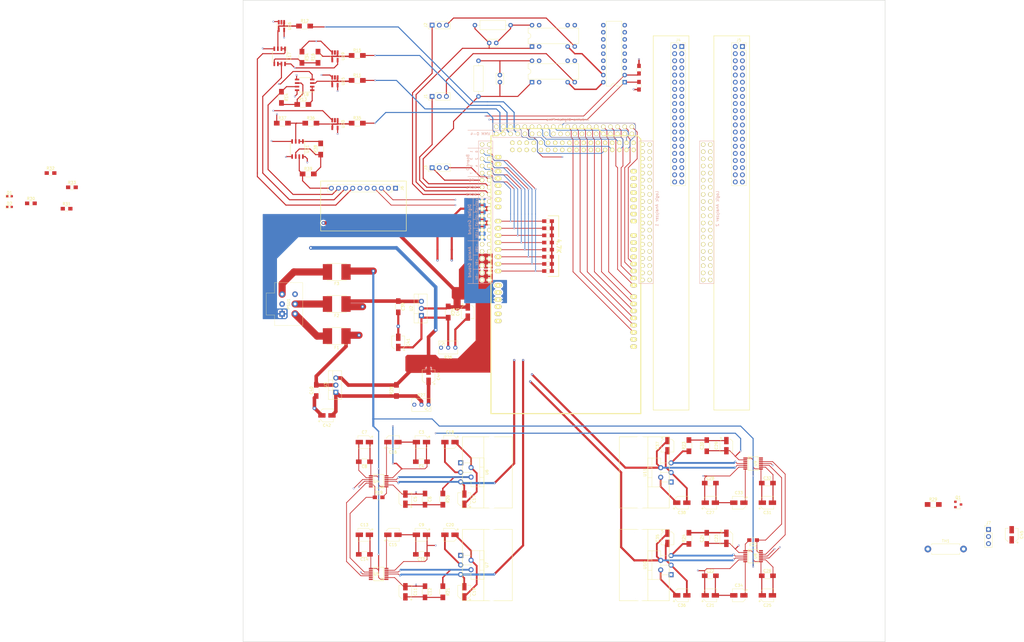
<source format=kicad_pcb>
(kicad_pcb (version 4) (host pcbnew 4.0.6)
  (title_block (title "Remote Lab System"))
  (layers (0 Front signal) (1 Upper signal) (2 Lower signal) (31 Back signal) (34 B.Paste user) (35 F.Paste user) (36 B.SilkS user) (37 F.SilkS user) (38 B.Mask user) (39 F.Mask user) (44 Edge.Cuts user))
  (net 0 "")
  (net 1 POS_SCP1)
  (net 2 POS_SCP2)
  (net 3 +15V)
  (net 4 AGND)
  (net 5 -15V)
  (net 6 +5V)
  (net 7 -V2)
  (net 8 -V1)
  (net 9 +V2)
  (net 10 +V1)
  (net 11 +5V_R)
  (net 12 -5V_R)
  (net 13 POS_GEN)
  (net 14 NEG_GEN)
  (net 15 NEG_SCP1)
  (net 16 NEG_SCP2)
  (net 17 DGND)
  (net 18 VM00)
  (net 19 VM01)
  (net 20 VM02)
  (net 21 VM03)
  (net 22 L1D0)
  (net 23 L1D1)
  (net 24 L1D2)
  (net 25 L1D3)
  (net 26 L1D4)
  (net 27 L1D5)
  (net 28 L1D6)
  (net 29 L1D7)
  (net 30 L1GND)
  (net 31 L1D8)
  (net 32 L1D9)
  (net 33 L1D10)
  (net 34 L1D11)
  (net 35 L1D12)
  (net 36 L1D13)
  (net 37 L1D14)
  (net 38 L1D15)
  (net 39 L1CLK1)
  (net 40 L1D16)
  (net 41 L1D17)
  (net 42 L1D18)
  (net 43 L1D19)
  (net 44 L1D20)
  (net 45 L1D21)
  (net 46 L1D22)
  (net 47 L1D23)
  (net 48 L1D24)
  (net 49 L1D25)
  (net 50 L1D26)
  (net 51 L1D27)
  (net 52 L1D28)
  (net 53 L1D29)
  (net 54 L1D30)
  (net 55 L1D31)
  (net 56 L1CLK2)
  (net 57 L2D0)
  (net 58 L2D1)
  (net 59 L2D2)
  (net 60 L2D3)
  (net 61 L2D4)
  (net 62 L2D5)
  (net 63 L2D6)
  (net 64 L2D7)
  (net 65 L2GND)
  (net 66 L2D8)
  (net 67 L2D9)
  (net 68 L2D10)
  (net 69 L2D11)
  (net 70 L2D12)
  (net 71 L2D13)
  (net 72 L2D14)
  (net 73 L2D15)
  (net 74 L2CLK1)
  (net 75 L2D16)
  (net 76 L2D17)
  (net 77 L2D18)
  (net 78 L2D19)
  (net 79 L2D20)
  (net 80 L2D21)
  (net 81 L2D22)
  (net 82 L2D23)
  (net 83 L2D24)
  (net 84 L2D25)
  (net 85 L2D26)
  (net 86 L2D27)
  (net 87 L2D28)
  (net 88 L2D29)
  (net 89 L2D30)
  (net 90 L2D31)
  (net 91 L2CLK2)
  (net 92 AA12)
  (net 93 AA13)
  (net 94 MOSI)
  (net 95 SCLK)
  (net 96 N_POT_CE)
  (net 97 P_POT_CE)
  (net 98 AD31)
  (net 99 /BID0)
  (net 100 AA15)
  (net 101 AA14)
  (net 102 /BID1)
  (net 103 /BID2)
  (net 104 /BID3)
  (net 105 /BID4)
  (net 106 /BID5)
  (net 107 /BID6)
  (net 108 /BID7)
  (net 109 AD32)
  (net 110 AD4)
  (net 111 AD33)
  (net 112 AD5)
  (net 113 AD34)
  (net 114 AD6)
  (net 115 AD35)
  (net 116 AD7)
  (net 117 AD36)
  (net 118 AD8)
  (net 119 AD37)
  (net 120 AD9)
  (net 121 AD38)
  (net 122 AD10)
  (net 123 AD39)
  (net 124 AD11)
  (net 125 AD40)
  (net 126 AD12)
  (net 127 AD41)
  (net 128 AD13)
  (net 129 AD42)
  (net 130 AD22)
  (net 131 AD43)
  (net 132 AD23)
  (net 133 AD44)
  (net 134 AD24)
  (net 135 AD45)
  (net 136 AD25)
  (net 137 AD46)
  (net 138 AD26)
  (net 139 AD47)
  (net 140 AD27)
  (net 141 AD28)
  (net 142 AD29)
  (net 143 AD30)
  (net 144 "Net-(J1-Pad2)")
  (net 145 "Net-(J2-Pad2)")
  (net 146 "Net-(J3-Pad2)")
  (net 147 SCL)
  (net 148 SDA)
  (net 149 "Net-(J6-Pad6)")
  (net 150 AIN0)
  (net 151 AIN1)
  (net 152 AIN2)
  (net 153 AIN3)
  (net 154 "Net-(J7-Pad3)")
  (net 155 "Net-(R26-Pad1)")
  (net 156 "Net-(R27-Pad3)")
  (net 157 AD_LED)
  (net 158 "Net-(U1-Pad14)")
  (net 159 "Net-(U1-Pad15)")
  (net 160 "Net-(U1-Pad16)")
  (net 161 "Net-(U1-Pad17)")
  (net 162 "Net-(U1-Pad18)")
  (net 163 "Net-(U1-Pad19)")
  (net 164 +V1_SHDN)
  (net 165 +V2_SHDN)
  (net 166 -V1_SHDN)
  (net 167 -V2_SHDN)
  (net 168 "Net-(U1-PadGND2)")
  (net 169 "Net-(U1-Pad3V3)")
  (net 170 "Net-(U1-PadRST)")
  (net 171 "Net-(U1-Pad0)")
  (net 172 "Net-(U1-Pad1)")
  (net 173 "Net-(U1-Pad2)")
  (net 174 "Net-(U1-Pad3)")
  (net 175 "Net-(U1-PadGND3)")
  (net 176 "Net-(U1-PadAREF)")
  (net 177 "Net-(U1-Pad5V_4)")
  (net 178 "Net-(U1-Pad5V_5)")
  (net 179 "Net-(U1-Pad48)")
  (net 180 "Net-(U1-Pad49)")
  (net 181 "Net-(U1-PadGND4)")
  (net 182 "Net-(U1-PadGND5)")
  (net 183 "Net-(U4-Pad3)")
  (net 184 "Net-(U4-Pad14)")
  (net 185 "Net-(U5-Pad3)")
  (net 186 "Net-(U5-Pad13)")
  (net 187 "Net-(U5-Pad14)")
  (net 188 "Net-(U8-Pad3)")
  (net 189 "Net-(U8-Pad14)")
  (net 190 "Net-(U9-Pad3)")
  (net 191 "Net-(U9-Pad13)")
  (net 192 "Net-(U9-Pad14)")
  (net 193 "Net-(U12-Pad11)")
  (net 194 "Net-(U12-Pad3)")
  (net 195 "Net-(U12-Pad12)")
  (net 196 "Net-(U12-Pad4)")
  (net 197 "Net-(U12-Pad13)")
  (net 198 "Net-(U12-Pad5)")
  (net 199 "Net-(U12-Pad14)")
  (net 200 "Net-(U12-Pad6)")
  (net 201 "Net-(U12-Pad15)")
  (net 202 "Net-(U12-Pad7)")
  (net 203 "Net-(U12-Pad16)")
  (net 204 "Net-(U12-Pad8)")
  (net 205 RLY2)
  (net 206 RLY1)
  (net 207 "Net-(U13-Pad5)")
  (net 208 "Net-(U13-Pad6)")
  (net 209 "Net-(U13-Pad7)")
  (net 210 "Net-(U14-Pad5)")
  (net 211 "Net-(U14-Pad6)")
  (net 212 "Net-(U14-Pad7)")
  (net 213 "Net-(U15-Pad2)")
  (net 214 "Net-(U16-Pad2)")
  (net 215 "Net-(U19-Pad2)")
  (net 216 "Net-(U20-Pad2)")
  (net 217 /+5V_-5V_Regulators/+ADJ)
  (net 218 /+5V_-5V_Regulators/-ADJ)
  (net 219 /DIN-15)
  (net 220 /DIN5)
  (net 221 /ADC_Divder_&_DC_Fan/FAN_GND)
  (net 222 /DIN+15)
  (net 223 /ADC_Divder_&_DC_Fan/VGS_FAN)
  (net 224 /ADC_Divder_&_DC_Fan/-5_OVP)
  (net 225 /ADC_Divder_&_DC_Fan/+5_OVP)
  (net 226 /ADC_Divder_&_DC_Fan/-5_INV)
  (net 227 /ADC_Divder_&_DC_Fan/-5_BUFF)
  (net 228 /ADC_Divder_&_DC_Fan/+15_OVP)
  (net 229 /ADC_Divder_&_DC_Fan/+15_DIV)
  (net 230 /ADC_Divder_&_DC_Fan/-15_OVP)
  (net 231 /ADC_Divder_&_DC_Fan/-15_DIV)
  (net 232 /ADC_Divder_&_DC_Fan/-15_INV)
  (net 233 /ADC_Divder_&_DC_Fan/-15_BUFF)
  (net 234 /Scope_Probe_Gain/SCP1_10X)
  (net 235 /Negative_Regulators/-V1_EX_C)
  (net 236 /Negative_Regulators/-V2_EX_C)
  (net 237 /Positive_Regulators/+V1_EX_C)
  (net 238 /Positive_Regulators/+V2_EX_C)
  (net 239 /Scope_Probe_Gain/+SCP1)
  (net 240 /Scope_Probe_Gain/+SCP2)
  (net 241 /Negative_Regulators/-SDO_SDI)
  (net 242 /Negative_Regulators/-V2_ADJ)
  (net 243 /Negative_Regulators/-V1_ADJ)
  (net 244 /Positive_Regulators/+SDO_SDI)
  (net 245 /Positive_Regulators/+V1_ADJ)
  (net 246 /Positive_Regulators/+V2_ADJ)
  (net 247 /Scope_Probe_Gain/SCP2_10X)
  (net 248 /ARD_LED)
  (net 249 /PSU_LED)
  (net 250 /ARD_R)
  (net 251 /PSU_R)
  (module Pin_Headers:Pin_Header_Straight_2x20_Pitch2.54mm (layer Front) (at 203.2 36.83)
    (fp_text reference J5 (at 3.81 -2.33) (layer F.SilkS))
    (fp_text value Logic_Analyzer2)
    (pad 1 thru_hole rect (at 5.08 0) (size 1.7 1.7) (drill 1) (layers *.Cu *.Mask) (net 57 L2D0))
    (pad 2 thru_hole oval (at 2.54 0) (size 1.7 1.7) (drill 1) (layers *.Cu *.Mask) (net 58 L2D1))
    (pad 3 thru_hole oval (at 5.08 2.54) (size 1.7 1.7) (drill 1) (layers *.Cu *.Mask) (net 59 L2D2))
    (pad 4 thru_hole oval (at 2.54 2.54) (size 1.7 1.7) (drill 1) (layers *.Cu *.Mask) (net 60 L2D3))
    (pad 5 thru_hole oval (at 5.08 5.08) (size 1.7 1.7) (drill 1) (layers *.Cu *.Mask) (net 61 L2D4))
    (pad 6 thru_hole oval (at 2.54 5.08) (size 1.7 1.7) (drill 1) (layers *.Cu *.Mask) (net 62 L2D5))
    (pad 7 thru_hole oval (at 5.08 7.62) (size 1.7 1.7) (drill 1) (layers *.Cu *.Mask) (net 63 L2D6))
    (pad 8 thru_hole oval (at 2.54 7.62) (size 1.7 1.7) (drill 1) (layers *.Cu *.Mask) (net 64 L2D7))
    (pad 9 thru_hole oval (at 5.08 10.16) (size 1.7 1.7) (drill 1) (layers *.Cu *.Mask) (net 65 L2GND))
    (pad 10 thru_hole oval (at 2.54 10.16) (size 1.7 1.7) (drill 1) (layers *.Cu *.Mask) (net 65 L2GND))
    (pad 11 thru_hole oval (at 5.08 12.7) (size 1.7 1.7) (drill 1) (layers *.Cu *.Mask) (net 66 L2D8))
    (pad 12 thru_hole oval (at 2.54 12.7) (size 1.7 1.7) (drill 1) (layers *.Cu *.Mask) (net 67 L2D9))
    (pad 13 thru_hole oval (at 5.08 15.24) (size 1.7 1.7) (drill 1) (layers *.Cu *.Mask) (net 68 L2D10))
    (pad 14 thru_hole oval (at 2.54 15.24) (size 1.7 1.7) (drill 1) (layers *.Cu *.Mask) (net 69 L2D11))
    (pad 15 thru_hole oval (at 5.08 17.78) (size 1.7 1.7) (drill 1) (layers *.Cu *.Mask) (net 70 L2D12))
    (pad 16 thru_hole oval (at 2.54 17.78) (size 1.7 1.7) (drill 1) (layers *.Cu *.Mask) (net 71 L2D13))
    (pad 17 thru_hole oval (at 5.08 20.32) (size 1.7 1.7) (drill 1) (layers *.Cu *.Mask) (net 72 L2D14))
    (pad 18 thru_hole oval (at 2.54 20.32) (size 1.7 1.7) (drill 1) (layers *.Cu *.Mask) (net 73 L2D15))
    (pad 19 thru_hole oval (at 5.08 22.86) (size 1.7 1.7) (drill 1) (layers *.Cu *.Mask) (net 65 L2GND))
    (pad 20 thru_hole oval (at 2.54 22.86) (size 1.7 1.7) (drill 1) (layers *.Cu *.Mask) (net 74 L2CLK1))
    (pad 21 thru_hole oval (at 5.08 25.4) (size 1.7 1.7) (drill 1) (layers *.Cu *.Mask) (net 75 L2D16))
    (pad 22 thru_hole oval (at 2.54 25.4) (size 1.7 1.7) (drill 1) (layers *.Cu *.Mask) (net 76 L2D17))
    (pad 23 thru_hole oval (at 5.08 27.94) (size 1.7 1.7) (drill 1) (layers *.Cu *.Mask) (net 77 L2D18))
    (pad 24 thru_hole oval (at 2.54 27.94) (size 1.7 1.7) (drill 1) (layers *.Cu *.Mask) (net 78 L2D19))
    (pad 25 thru_hole oval (at 5.08 30.48) (size 1.7 1.7) (drill 1) (layers *.Cu *.Mask) (net 79 L2D20))
    (pad 26 thru_hole oval (at 2.54 30.48) (size 1.7 1.7) (drill 1) (layers *.Cu *.Mask) (net 80 L2D21))
    (pad 27 thru_hole oval (at 5.08 33.02) (size 1.7 1.7) (drill 1) (layers *.Cu *.Mask) (net 81 L2D22))
    (pad 28 thru_hole oval (at 2.54 33.02) (size 1.7 1.7) (drill 1) (layers *.Cu *.Mask) (net 82 L2D23))
    (pad 29 thru_hole oval (at 5.08 35.56) (size 1.7 1.7) (drill 1) (layers *.Cu *.Mask) (net 65 L2GND))
    (pad 30 thru_hole oval (at 2.54 35.56) (size 1.7 1.7) (drill 1) (layers *.Cu *.Mask) (net 65 L2GND))
    (pad 31 thru_hole oval (at 5.08 38.1) (size 1.7 1.7) (drill 1) (layers *.Cu *.Mask) (net 83 L2D24))
    (pad 32 thru_hole oval (at 2.54 38.1) (size 1.7 1.7) (drill 1) (layers *.Cu *.Mask) (net 84 L2D25))
    (pad 33 thru_hole oval (at 5.08 40.64) (size 1.7 1.7) (drill 1) (layers *.Cu *.Mask) (net 85 L2D26))
    (pad 34 thru_hole oval (at 2.54 40.64) (size 1.7 1.7) (drill 1) (layers *.Cu *.Mask) (net 86 L2D27))
    (pad 35 thru_hole oval (at 5.08 43.18) (size 1.7 1.7) (drill 1) (layers *.Cu *.Mask) (net 87 L2D28))
    (pad 36 thru_hole oval (at 2.54 43.18) (size 1.7 1.7) (drill 1) (layers *.Cu *.Mask) (net 88 L2D29))
    (pad 37 thru_hole oval (at 5.08 45.72) (size 1.7 1.7) (drill 1) (layers *.Cu *.Mask) (net 89 L2D30))
    (pad 38 thru_hole oval (at 2.54 45.72) (size 1.7 1.7) (drill 1) (layers *.Cu *.Mask) (net 90 L2D31))
    (pad 39 thru_hole oval (at 5.08 48.26) (size 1.7 1.7) (drill 1) (layers *.Cu *.Mask) (net 65 L2GND))
    (pad 40 thru_hole oval (at 2.54 48.26) (size 1.7 1.7) (drill 1) (layers *.Cu *.Mask) (net 91 L2CLK2))
  )
  (module Pin_Headers:Pin_Header_Straight_2x20_Pitch2.54mm (layer Front) (at 184.15 36.83)
    (fp_text reference J4 (at 1.27 -2.33) (layer F.SilkS))
    (fp_text value Logic_Analyzer1)
    (pad 1 thru_hole rect (at 2.54 0) (size 1.7 1.7) (drill 1) (layers *.Cu *.Mask) (net 22 L1D0))
    (pad 2 thru_hole oval (at 0 0) (size 1.7 1.7) (drill 1) (layers *.Cu *.Mask) (net 23 L1D1))
    (pad 3 thru_hole oval (at 2.54 2.54) (size 1.7 1.7) (drill 1) (layers *.Cu *.Mask) (net 24 L1D2))
    (pad 4 thru_hole oval (at 0 2.54) (size 1.7 1.7) (drill 1) (layers *.Cu *.Mask) (net 25 L1D3))
    (pad 5 thru_hole oval (at 2.54 5.08) (size 1.7 1.7) (drill 1) (layers *.Cu *.Mask) (net 26 L1D4))
    (pad 6 thru_hole oval (at 0 5.08) (size 1.7 1.7) (drill 1) (layers *.Cu *.Mask) (net 27 L1D5))
    (pad 7 thru_hole oval (at 2.54 7.62) (size 1.7 1.7) (drill 1) (layers *.Cu *.Mask) (net 28 L1D6))
    (pad 8 thru_hole oval (at 0 7.62) (size 1.7 1.7) (drill 1) (layers *.Cu *.Mask) (net 29 L1D7))
    (pad 9 thru_hole oval (at 2.54 10.16) (size 1.7 1.7) (drill 1) (layers *.Cu *.Mask) (net 30 L1GND))
    (pad 10 thru_hole oval (at 0 10.16) (size 1.7 1.7) (drill 1) (layers *.Cu *.Mask) (net 30 L1GND))
    (pad 11 thru_hole oval (at 2.54 12.7) (size 1.7 1.7) (drill 1) (layers *.Cu *.Mask) (net 31 L1D8))
    (pad 12 thru_hole oval (at 0 12.7) (size 1.7 1.7) (drill 1) (layers *.Cu *.Mask) (net 32 L1D9))
    (pad 13 thru_hole oval (at 2.54 15.24) (size 1.7 1.7) (drill 1) (layers *.Cu *.Mask) (net 33 L1D10))
    (pad 14 thru_hole oval (at 0 15.24) (size 1.7 1.7) (drill 1) (layers *.Cu *.Mask) (net 34 L1D11))
    (pad 15 thru_hole oval (at 2.54 17.78) (size 1.7 1.7) (drill 1) (layers *.Cu *.Mask) (net 35 L1D12))
    (pad 16 thru_hole oval (at 0 17.78) (size 1.7 1.7) (drill 1) (layers *.Cu *.Mask) (net 36 L1D13))
    (pad 17 thru_hole oval (at 2.54 20.32) (size 1.7 1.7) (drill 1) (layers *.Cu *.Mask) (net 37 L1D14))
    (pad 18 thru_hole oval (at 0 20.32) (size 1.7 1.7) (drill 1) (layers *.Cu *.Mask) (net 38 L1D15))
    (pad 19 thru_hole oval (at 2.54 22.86) (size 1.7 1.7) (drill 1) (layers *.Cu *.Mask) (net 30 L1GND))
    (pad 20 thru_hole oval (at 0 22.86) (size 1.7 1.7) (drill 1) (layers *.Cu *.Mask) (net 39 L1CLK1))
    (pad 21 thru_hole oval (at 2.54 25.4) (size 1.7 1.7) (drill 1) (layers *.Cu *.Mask) (net 40 L1D16))
    (pad 22 thru_hole oval (at 0 25.4) (size 1.7 1.7) (drill 1) (layers *.Cu *.Mask) (net 41 L1D17))
    (pad 23 thru_hole oval (at 2.54 27.94) (size 1.7 1.7) (drill 1) (layers *.Cu *.Mask) (net 42 L1D18))
    (pad 24 thru_hole oval (at 0 27.94) (size 1.7 1.7) (drill 1) (layers *.Cu *.Mask) (net 43 L1D19))
    (pad 25 thru_hole oval (at 2.54 30.48) (size 1.7 1.7) (drill 1) (layers *.Cu *.Mask) (net 44 L1D20))
    (pad 26 thru_hole oval (at 0 30.48) (size 1.7 1.7) (drill 1) (layers *.Cu *.Mask) (net 45 L1D21))
    (pad 27 thru_hole oval (at 2.54 33.02) (size 1.7 1.7) (drill 1) (layers *.Cu *.Mask) (net 46 L1D22))
    (pad 28 thru_hole oval (at 0 33.02) (size 1.7 1.7) (drill 1) (layers *.Cu *.Mask) (net 47 L1D23))
    (pad 29 thru_hole oval (at 2.54 35.56) (size 1.7 1.7) (drill 1) (layers *.Cu *.Mask) (net 30 L1GND))
    (pad 30 thru_hole oval (at 0 35.56) (size 1.7 1.7) (drill 1) (layers *.Cu *.Mask) (net 30 L1GND))
    (pad 31 thru_hole oval (at 2.54 38.1) (size 1.7 1.7) (drill 1) (layers *.Cu *.Mask) (net 48 L1D24))
    (pad 32 thru_hole oval (at 0 38.1) (size 1.7 1.7) (drill 1) (layers *.Cu *.Mask) (net 49 L1D25))
    (pad 33 thru_hole oval (at 2.54 40.64) (size 1.7 1.7) (drill 1) (layers *.Cu *.Mask) (net 50 L1D26))
    (pad 34 thru_hole oval (at 0 40.64) (size 1.7 1.7) (drill 1) (layers *.Cu *.Mask) (net 51 L1D27))
    (pad 35 thru_hole oval (at 2.54 43.18) (size 1.7 1.7) (drill 1) (layers *.Cu *.Mask) (net 52 L1D28))
    (pad 36 thru_hole oval (at 0 43.18) (size 1.7 1.7) (drill 1) (layers *.Cu *.Mask) (net 53 L1D29))
    (pad 37 thru_hole oval (at 2.54 45.72) (size 1.7 1.7) (drill 1) (layers *.Cu *.Mask) (net 54 L1D30))
    (pad 38 thru_hole oval (at 0 45.72) (size 1.7 1.7) (drill 1) (layers *.Cu *.Mask) (net 55 L1D31))
    (pad 39 thru_hole oval (at 2.54 48.26) (size 1.7 1.7) (drill 1) (layers *.Cu *.Mask) (net 30 L1GND))
    (pad 40 thru_hole oval (at 0 48.26) (size 1.7 1.7) (drill 1) (layers *.Cu *.Mask) (net 56 L1CLK2))
  )
  (module Capacitors_THT:C_Disc_D3.8mm_W2.6mm_P2.50mm (layer Front) (at 121.92 46.99 270)
    (fp_text reference C1 hide)
    (fp_text value 15pF)
    (pad 1 thru_hole circle (at 0 0 270) (size 1.6 1.6) (drill 0.8) (layers *.Cu *.Mask) (net 234 /Scope_Probe_Gain/SCP1_10X))
    (pad 2 thru_hole circle (at 2.5 0 270) (size 1.6 1.6) (drill 0.8) (layers *.Cu *.Mask) (net 1 POS_SCP1))
  )
  (module Capacitors_THT:C_Disc_D3.8mm_W2.6mm_P2.50mm (layer Front) (at 118.11 35.56)
    (fp_text reference C2 hide)
    (fp_text value 15pF)
    (pad 1 thru_hole circle (at 0 0) (size 1.6 1.6) (drill 0.8) (layers *.Cu *.Mask) (net 2 POS_SCP2))
    (pad 2 thru_hole circle (at 2.5 0) (size 1.6 1.6) (drill 0.8) (layers *.Cu *.Mask) (net 247 /Scope_Probe_Gain/SCP2_10X))
  )
  (module Capacitors_SMD:CP_Elec_4x5.3 (layer Front) (at 93.98 177.8 180)
    (fp_text reference C3 (at 0 3.54 180) (layer F.SilkS))
    (fp_text value 10uF)
    (fp_text user + (at -2.77 2.01 180) (layer F.SilkS))
    (pad 1 smd rect (at -1.8 0) (size 2.6 1.6) (layers Front F.Paste F.Mask) (net 3 +15V))
    (pad 2 smd rect (at 1.8 0) (size 2.6 1.6) (layers Front F.Paste F.Mask) (net 4 AGND))
  )
  (module Capacitors_SMD:CP_Elec_4x5.3 (layer Front) (at 88.265 198.12 90)
    (fp_text reference C5 (at 0 3.54 90) (layer F.SilkS))
    (fp_text value 10uF)
    (fp_text user + (at -2.77 2.01 90) (layer F.SilkS))
    (pad 1 smd rect (at -1.8 0 270) (size 2.6 1.6) (layers Front F.Paste F.Mask) (net 4 AGND))
    (pad 2 smd rect (at 1.8 0 270) (size 2.6 1.6) (layers Front F.Paste F.Mask) (net 5 -15V))
  )
  (module Capacitors_SMD:CP_Elec_4x5.3 (layer Front) (at 73.66 177.8 180)
    (fp_text reference C7 (at 0 3.54 180) (layer F.SilkS))
    (fp_text value 10uF)
    (fp_text user + (at -2.77 2.01 180) (layer F.SilkS))
    (pad 1 smd rect (at -1.8 0) (size 2.6 1.6) (layers Front F.Paste F.Mask) (net 6 +5V))
    (pad 2 smd rect (at 1.8 0) (size 2.6 1.6) (layers Front F.Paste F.Mask) (net 4 AGND))
  )
  (module Capacitors_SMD:CP_Elec_4x5.3 (layer Front) (at 93.98 210.82 180)
    (fp_text reference C9 (at 0 3.54 180) (layer F.SilkS))
    (fp_text value 10uF)
    (fp_text user + (at -2.77 2.01 180) (layer F.SilkS))
    (pad 1 smd rect (at -1.8 0) (size 2.6 1.6) (layers Front F.Paste F.Mask) (net 3 +15V))
    (pad 2 smd rect (at 1.8 0) (size 2.6 1.6) (layers Front F.Paste F.Mask) (net 4 AGND))
  )
  (module Capacitors_SMD:CP_Elec_4x5.3 (layer Front) (at 88.265 231.14 90)
    (fp_text reference C11 (at 0 3.54 90) (layer F.SilkS))
    (fp_text value 10uF)
    (fp_text user + (at -2.77 2.01 90) (layer F.SilkS))
    (pad 1 smd rect (at -1.8 0 270) (size 2.6 1.6) (layers Front F.Paste F.Mask) (net 4 AGND))
    (pad 2 smd rect (at 1.8 0 270) (size 2.6 1.6) (layers Front F.Paste F.Mask) (net 5 -15V))
  )
  (module Capacitors_SMD:CP_Elec_4x5.3 (layer Front) (at 73.66 210.82 180)
    (fp_text reference C13 (at 0 3.54 180) (layer F.SilkS))
    (fp_text value 10uF)
    (fp_text user + (at -2.77 2.01 180) (layer F.SilkS))
    (pad 1 smd rect (at -1.8 0) (size 2.6 1.6) (layers Front F.Paste F.Mask) (net 6 +5V))
    (pad 2 smd rect (at 1.8 0) (size 2.6 1.6) (layers Front F.Paste F.Mask) (net 4 AGND))
  )
  (module Capacitors_SMD:CP_Elec_4x5.3 (layer Front) (at 83.82 210.82)
    (fp_text reference C15 (at 0 3.54) (layer F.SilkS))
    (fp_text value 1uF)
    (fp_text user + (at -2.77 2.01) (layer F.SilkS))
    (pad 1 smd rect (at -1.8 0 180) (size 2.6 1.6) (layers Front F.Paste F.Mask) (net 235 /Negative_Regulators/-V1_EX_C))
    (pad 2 smd rect (at 1.8 0 180) (size 2.6 1.6) (layers Front F.Paste F.Mask) (net 4 AGND))
  )
  (module Capacitors_SMD:CP_Elec_4x5.3 (layer Front) (at 83.82 177.8)
    (fp_text reference C16 (at 0 3.54) (layer F.SilkS))
    (fp_text value 1uF)
    (fp_text user + (at -2.77 2.01) (layer F.SilkS))
    (pad 1 smd rect (at -1.8 0 180) (size 2.6 1.6) (layers Front F.Paste F.Mask) (net 236 /Negative_Regulators/-V2_EX_C))
    (pad 2 smd rect (at 1.8 0 180) (size 2.6 1.6) (layers Front F.Paste F.Mask) (net 4 AGND))
  )
  (module Capacitors_SMD:CP_Elec_4x5.3 (layer Front) (at 109.22 198.12 90)
    (fp_text reference C17 (at 0 3.54 90) (layer F.SilkS))
    (fp_text value 10uF)
    (fp_text user + (at -2.77 2.01 90) (layer F.SilkS))
    (pad 1 smd rect (at -1.8 0 270) (size 2.6 1.6) (layers Front F.Paste F.Mask) (net 4 AGND))
    (pad 2 smd rect (at 1.8 0 270) (size 2.6 1.6) (layers Front F.Paste F.Mask) (net 7 -V2))
  )
  (module Capacitors_SMD:CP_Elec_4x5.3 (layer Front) (at 104.14 177.8 180)
    (fp_text reference C18 (at 0 3.54 180) (layer F.SilkS))
    (fp_text value 10uF)
    (fp_text user + (at -2.77 2.01 180) (layer F.SilkS))
    (pad 1 smd rect (at -1.8 0) (size 2.6 1.6) (layers Front F.Paste F.Mask) (net 4 AGND))
    (pad 2 smd rect (at 1.8 0) (size 2.6 1.6) (layers Front F.Paste F.Mask) (net 5 -15V))
  )
  (module Capacitors_SMD:CP_Elec_4x5.3 (layer Front) (at 109.22 231.14 90)
    (fp_text reference C19 (at 0 3.54 90) (layer F.SilkS))
    (fp_text value 10uF)
    (fp_text user + (at -2.77 2.01 90) (layer F.SilkS))
    (pad 1 smd rect (at -1.8 0 270) (size 2.6 1.6) (layers Front F.Paste F.Mask) (net 4 AGND))
    (pad 2 smd rect (at 1.8 0 270) (size 2.6 1.6) (layers Front F.Paste F.Mask) (net 8 -V1))
  )
  (module Capacitors_SMD:CP_Elec_4x5.3 (layer Front) (at 104.14 210.82 180)
    (fp_text reference C20 (at 0 3.54 180) (layer F.SilkS))
    (fp_text value 10uF)
    (fp_text user + (at -2.77 2.01 180) (layer F.SilkS))
    (pad 1 smd rect (at -1.8 0) (size 2.6 1.6) (layers Front F.Paste F.Mask) (net 4 AGND))
    (pad 2 smd rect (at 1.8 0) (size 2.6 1.6) (layers Front F.Paste F.Mask) (net 5 -15V))
  )
  (module Capacitors_SMD:CP_Elec_4x5.3 (layer Front) (at 196.85 232.41)
    (fp_text reference C21 (at 0 3.54) (layer F.SilkS))
    (fp_text value 10uF)
    (fp_text user + (at -2.77 2.01) (layer F.SilkS))
    (pad 1 smd rect (at -1.8 0 180) (size 2.6 1.6) (layers Front F.Paste F.Mask) (net 3 +15V))
    (pad 2 smd rect (at 1.8 0 180) (size 2.6 1.6) (layers Front F.Paste F.Mask) (net 4 AGND))
  )
  (module Capacitors_SMD:CP_Elec_4x5.3 (layer Front) (at 202.565 212.09 270)
    (fp_text reference C23 (at 0 3.54 270) (layer F.SilkS))
    (fp_text value 10uF)
    (fp_text user + (at -2.77 2.01 270) (layer F.SilkS))
    (pad 1 smd rect (at -1.8 0 90) (size 2.6 1.6) (layers Front F.Paste F.Mask) (net 4 AGND))
    (pad 2 smd rect (at 1.8 0 90) (size 2.6 1.6) (layers Front F.Paste F.Mask) (net 5 -15V))
  )
  (module Capacitors_SMD:CP_Elec_4x5.3 (layer Front) (at 217.17 232.41)
    (fp_text reference C25 (at 0 3.54) (layer F.SilkS))
    (fp_text value 10uF)
    (fp_text user + (at -2.77 2.01) (layer F.SilkS))
    (pad 1 smd rect (at -1.8 0 180) (size 2.6 1.6) (layers Front F.Paste F.Mask) (net 6 +5V))
    (pad 2 smd rect (at 1.8 0 180) (size 2.6 1.6) (layers Front F.Paste F.Mask) (net 4 AGND))
  )
  (module Capacitors_SMD:CP_Elec_4x5.3 (layer Front) (at 196.85 199.39)
    (fp_text reference C27 (at 0 3.54) (layer F.SilkS))
    (fp_text value 10uF)
    (fp_text user + (at -2.77 2.01) (layer F.SilkS))
    (pad 1 smd rect (at -1.8 0 180) (size 2.6 1.6) (layers Front F.Paste F.Mask) (net 3 +15V))
    (pad 2 smd rect (at 1.8 0 180) (size 2.6 1.6) (layers Front F.Paste F.Mask) (net 4 AGND))
  )
  (module Capacitors_SMD:CP_Elec_4x5.3 (layer Front) (at 202.565 179.07 270)
    (fp_text reference C29 (at 0 3.54 270) (layer F.SilkS))
    (fp_text value 10uF)
    (fp_text user + (at -2.77 2.01 270) (layer F.SilkS))
    (pad 1 smd rect (at -1.8 0 90) (size 2.6 1.6) (layers Front F.Paste F.Mask) (net 4 AGND))
    (pad 2 smd rect (at 1.8 0 90) (size 2.6 1.6) (layers Front F.Paste F.Mask) (net 5 -15V))
  )
  (module Capacitors_SMD:CP_Elec_4x5.3 (layer Front) (at 217.17 199.39)
    (fp_text reference C31 (at 0 3.54) (layer F.SilkS))
    (fp_text value 10uF)
    (fp_text user + (at -2.77 2.01) (layer F.SilkS))
    (pad 1 smd rect (at -1.8 0 180) (size 2.6 1.6) (layers Front F.Paste F.Mask) (net 6 +5V))
    (pad 2 smd rect (at 1.8 0 180) (size 2.6 1.6) (layers Front F.Paste F.Mask) (net 4 AGND))
  )
  (module Capacitors_SMD:CP_Elec_4x5.3 (layer Front) (at 207.01 199.39 180)
    (fp_text reference C33 (at 0 3.54 180) (layer F.SilkS))
    (fp_text value 1uF)
    (fp_text user + (at -2.77 2.01 180) (layer F.SilkS))
    (pad 1 smd rect (at -1.8 0) (size 2.6 1.6) (layers Front F.Paste F.Mask) (net 237 /Positive_Regulators/+V1_EX_C))
    (pad 2 smd rect (at 1.8 0) (size 2.6 1.6) (layers Front F.Paste F.Mask) (net 4 AGND))
  )
  (module Capacitors_SMD:CP_Elec_4x5.3 (layer Front) (at 207.01 232.41 180)
    (fp_text reference C34 (at 0 3.54 180) (layer F.SilkS))
    (fp_text value 1uF)
    (fp_text user + (at -2.77 2.01 180) (layer F.SilkS))
    (pad 1 smd rect (at -1.8 0) (size 2.6 1.6) (layers Front F.Paste F.Mask) (net 238 /Positive_Regulators/+V2_EX_C))
    (pad 2 smd rect (at 1.8 0) (size 2.6 1.6) (layers Front F.Paste F.Mask) (net 4 AGND))
  )
  (module Capacitors_SMD:CP_Elec_4x5.3 (layer Front) (at 181.61 212.09 270)
    (fp_text reference C35 (at 0 3.54 270) (layer F.SilkS))
    (fp_text value 10uF)
    (fp_text user + (at -2.77 2.01 270) (layer F.SilkS))
    (pad 1 smd rect (at -1.8 0 90) (size 2.6 1.6) (layers Front F.Paste F.Mask) (net 9 +V2))
    (pad 2 smd rect (at 1.8 0 90) (size 2.6 1.6) (layers Front F.Paste F.Mask) (net 4 AGND))
  )
  (module Capacitors_SMD:CP_Elec_4x5.3 (layer Front) (at 186.69 232.41)
    (fp_text reference C36 (at 0 3.54) (layer F.SilkS))
    (fp_text value 10uF)
    (fp_text user + (at -2.77 2.01) (layer F.SilkS))
    (pad 1 smd rect (at -1.8 0 180) (size 2.6 1.6) (layers Front F.Paste F.Mask) (net 3 +15V))
    (pad 2 smd rect (at 1.8 0 180) (size 2.6 1.6) (layers Front F.Paste F.Mask) (net 4 AGND))
  )
  (module Capacitors_SMD:CP_Elec_4x5.3 (layer Front) (at 181.61 179.07 270)
    (fp_text reference C37 (at 0 3.54 270) (layer F.SilkS))
    (fp_text value 10uF)
    (fp_text user + (at -2.77 2.01 270) (layer F.SilkS))
    (pad 1 smd rect (at -1.8 0 90) (size 2.6 1.6) (layers Front F.Paste F.Mask) (net 10 +V1))
    (pad 2 smd rect (at 1.8 0 90) (size 2.6 1.6) (layers Front F.Paste F.Mask) (net 4 AGND))
  )
  (module Capacitors_SMD:CP_Elec_4x5.3 (layer Front) (at 186.69 199.39)
    (fp_text reference C38 (at 0 3.54) (layer F.SilkS))
    (fp_text value 10uF)
    (fp_text user + (at -2.77 2.01) (layer F.SilkS))
    (pad 1 smd rect (at -1.8 0 180) (size 2.6 1.6) (layers Front F.Paste F.Mask) (net 3 +15V))
    (pad 2 smd rect (at 1.8 0 180) (size 2.6 1.6) (layers Front F.Paste F.Mask) (net 4 AGND))
  )
  (module Capacitors_SMD:CP_Elec_4x5.3 (layer Front) (at 85.725 142.24 90)
    (fp_text reference C41 (at 0 3.54 90) (layer F.SilkS))
    (fp_text value 10uF)
    (fp_text user + (at -2.77 2.01 90) (layer F.SilkS))
    (pad 1 smd rect (at -1.8 0 270) (size 2.6 1.6) (layers Front F.Paste F.Mask) (net 217 /+5V_-5V_Regulators/+ADJ))
    (pad 2 smd rect (at 1.8 0 270) (size 2.6 1.6) (layers Front F.Paste F.Mask) (net 4 AGND))
  )
  (module Capacitors_SMD:CP_Elec_4x5.3 (layer Front) (at 60.325 168.275)
    (fp_text reference C42 (at 0 3.54) (layer F.SilkS))
    (fp_text value 10uF)
    (fp_text user + (at -2.77 2.01) (layer F.SilkS))
    (pad 1 smd rect (at -1.8 0 180) (size 2.6 1.6) (layers Front F.Paste F.Mask) (net 4 AGND))
    (pad 2 smd rect (at 1.8 0 180) (size 2.6 1.6) (layers Front F.Paste F.Mask) (net 218 /+5V_-5V_Regulators/-ADJ))
  )
  (module Capacitors_SMD:CP_Elec_4x5.3 (layer Front) (at 110.49 131.445 270)
    (fp_text reference C43 (at 0 3.54 270) (layer F.SilkS))
    (fp_text value 1uF)
    (fp_text user + (at -2.77 2.01 270) (layer F.SilkS))
    (pad 1 smd rect (at -1.8 0 90) (size 2.6 1.6) (layers Front F.Paste F.Mask) (net 11 +5V_R))
    (pad 2 smd rect (at 1.8 0 90) (size 2.6 1.6) (layers Front F.Paste F.Mask) (net 4 AGND))
  )
  (module Capacitors_SMD:CP_Elec_4x5.3 (layer Front) (at 96.52 154.305 90)
    (fp_text reference C44 (at 0 3.54 90) (layer F.SilkS))
    (fp_text value 1uF)
    (fp_text user + (at -2.77 2.01 90) (layer F.SilkS))
    (pad 1 smd rect (at -1.8 0 270) (size 2.6 1.6) (layers Front F.Paste F.Mask) (net 4 AGND))
    (pad 2 smd rect (at 1.8 0 270) (size 2.6 1.6) (layers Front F.Paste F.Mask) (net 12 -5V_R))
  )
  (module Capacitors_SMD:CP_Elec_4x5.3 (layer Front) (at 304.165 210.82 90)
    (fp_text reference C45 (at 0 3.54 90) (layer F.SilkS))
    (fp_text value 10uF)
    (fp_text user + (at -2.77 2.01 90) (layer F.SilkS))
    (pad 1 smd rect (at -1.8 0 270) (size 2.6 1.6) (layers Front F.Paste F.Mask) (net 6 +5V))
    (pad 2 smd rect (at 1.8 0 270) (size 2.6 1.6) (layers Front F.Paste F.Mask) (net 221 /ADC_Divder_&_DC_Fan/FAN_GND))
  )
  (module LEDs:LED_0603 (layer Front) (at -52.705 90.17)
    (fp_text reference D1 (at 0 -1.25) (layer F.SilkS))
    (fp_text value AD_LED)
    (pad 2 smd rect (at 0.8 0 180) (size 0.8 0.8) (layers Front F.Paste F.Mask) (net 4 AGND))
    (pad 1 smd rect (at -0.8 0 180) (size 0.8 0.8) (layers Front F.Paste F.Mask) (net 248 /ARD_LED))
  )
  (module LEDs:LED_0603 (layer Front) (at -52.705 93.98)
    (fp_text reference D2 (at 0 -1.25) (layer F.SilkS))
    (fp_text value +5V_LED)
    (pad 2 smd rect (at 0.8 0 180) (size 0.8 0.8) (layers Front F.Paste F.Mask) (net 4 AGND))
    (pad 1 smd rect (at -0.8 0 180) (size 0.8 0.8) (layers Front F.Paste F.Mask) (net 249 /PSU_LED))
  )
  (module Pin_Headers:Pin_Header_Straight_1x03_Pitch2.54mm (layer Front) (at 97.79 54.61 90)
    (fp_text reference J1 (at 0 -2.33 90) (layer F.SilkS))
    (fp_text value Velleman_Probe1)
    (pad 1 thru_hole rect (at 0 0 90) (size 1.7 1.7) (drill 1) (layers *.Cu *.Mask) (net 15 NEG_SCP1))
    (pad 2 thru_hole oval (at 0 2.54 90) (size 1.7 1.7) (drill 1) (layers *.Cu *.Mask) (net 144 "Net-(J1-Pad2)"))
    (pad 3 thru_hole oval (at 0 5.08 90) (size 1.7 1.7) (drill 1) (layers *.Cu *.Mask) (net 239 /Scope_Probe_Gain/+SCP1))
  )
  (module Pin_Headers:Pin_Header_Straight_1x03_Pitch2.54mm (layer Front) (at 97.79 29.21 90)
    (fp_text reference J2 (at 0 -2.33 90) (layer F.SilkS))
    (fp_text value Velleman_Probe2)
    (pad 1 thru_hole rect (at 0 0 90) (size 1.7 1.7) (drill 1) (layers *.Cu *.Mask) (net 16 NEG_SCP2))
    (pad 2 thru_hole oval (at 0 2.54 90) (size 1.7 1.7) (drill 1) (layers *.Cu *.Mask) (net 145 "Net-(J2-Pad2)"))
    (pad 3 thru_hole oval (at 0 5.08 90) (size 1.7 1.7) (drill 1) (layers *.Cu *.Mask) (net 240 /Scope_Probe_Gain/+SCP2))
  )
  (module Pin_Headers:Pin_Header_Straight_1x03_Pitch2.54mm (layer Front) (at 97.79 80.01 90)
    (fp_text reference J3 (at 0 -2.33 90) (layer F.SilkS))
    (fp_text value Velleman_FuncGen)
    (pad 1 thru_hole rect (at 0 0 90) (size 1.7 1.7) (drill 1) (layers *.Cu *.Mask) (net 14 NEG_GEN))
    (pad 2 thru_hole oval (at 0 2.54 90) (size 1.7 1.7) (drill 1) (layers *.Cu *.Mask) (net 146 "Net-(J3-Pad2)"))
    (pad 3 thru_hole oval (at 0 5.08 90) (size 1.7 1.7) (drill 1) (layers *.Cu *.Mask) (net 13 POS_GEN))
  )
  (module Pin_Headers:Pin_Header_Straight_1x10_Pitch2.54mm (layer Front) (at 84.7725 87.3125 270)
    (fp_text reference J6 (at 0 -2.33 270) (layer F.SilkS))
    (fp_text value ADS1115)
    (pad 1 thru_hole rect (at 0 0 270) (size 1.7 1.7) (drill 1) (layers *.Cu *.Mask) (net 6 +5V))
    (pad 2 thru_hole oval (at 0 2.54 270) (size 1.7 1.7) (drill 1) (layers *.Cu *.Mask) (net 4 AGND))
    (pad 3 thru_hole oval (at 0 5.08 270) (size 1.7 1.7) (drill 1) (layers *.Cu *.Mask) (net 147 SCL))
    (pad 4 thru_hole oval (at 0 7.62 270) (size 1.7 1.7) (drill 1) (layers *.Cu *.Mask) (net 148 SDA))
    (pad 5 thru_hole oval (at 0 10.16 270) (size 1.7 1.7) (drill 1) (layers *.Cu *.Mask) (net 4 AGND))
    (pad 6 thru_hole oval (at 0 12.7 270) (size 1.7 1.7) (drill 1) (layers *.Cu *.Mask) (net 149 "Net-(J6-Pad6)"))
    (pad 7 thru_hole oval (at 0 15.24 270) (size 1.7 1.7) (drill 1) (layers *.Cu *.Mask) (net 150 AIN0))
    (pad 8 thru_hole oval (at 0 17.78 270) (size 1.7 1.7) (drill 1) (layers *.Cu *.Mask) (net 151 AIN1))
    (pad 9 thru_hole oval (at 0 20.32 270) (size 1.7 1.7) (drill 1) (layers *.Cu *.Mask) (net 152 AIN2))
    (pad 10 thru_hole oval (at 0 22.86 270) (size 1.7 1.7) (drill 1) (layers *.Cu *.Mask) (net 153 AIN3))
  )
  (module Pin_Headers:Pin_Header_Straight_1x03_Pitch2.54mm (layer Front) (at 295.91 208.915)
    (fp_text reference J7 (at 0 -2.33) (layer F.SilkS))
    (fp_text value DC_Fan)
    (pad 1 thru_hole rect (at 0 0) (size 1.7 1.7) (drill 1) (layers *.Cu *.Mask) (net 221 /ADC_Divder_&_DC_Fan/FAN_GND))
    (pad 2 thru_hole oval (at 0 2.54) (size 1.7 1.7) (drill 1) (layers *.Cu *.Mask) (net 6 +5V))
    (pad 3 thru_hole oval (at 0 5.08) (size 1.7 1.7) (drill 1) (layers *.Cu *.Mask) (net 154 "Net-(J7-Pad3)"))
  )
  (module RLS_CustomFootprints:Molex_2x3_3.5mm (layer Front) (at 46.6725 128.5875 90)
    (fp_text reference PSU1 (at 0 0 90) (layer F.SilkS))
    (fp_text value DIN_5)
    (pad "" np_thru_hole circle (at -6 0.88 90) (size 2.3 2.3) (drill 2.3) (layers *.Cu *.Mask))
    (pad 1 thru_hole rect (at -3.5 -2.3 90) (size 2 2) (drill 1.02) (layers *.Cu *.Mask) (net 17 DGND))
    (pad 2 thru_hole circle (at 0 -2.3 90) (size 2 2) (drill 1.02) (layers *.Cu *.Mask) (net 4 AGND))
    (pad 3 thru_hole circle (at 3.5 -2.3 90) (size 2 2) (drill 1.02) (layers *.Cu *.Mask) (net 220 /DIN5))
    (pad 4 thru_hole circle (at -3.5 2.3 90) (size 2 2) (drill 1.02) (layers *.Cu *.Mask) (net 219 /DIN-15))
    (pad 5 thru_hole circle (at 0 2.3 90) (size 2 2) (drill 1.02) (layers *.Cu *.Mask) (net 222 /DIN+15))
    (pad 6 thru_hole circle (at 3.5 2.3 90) (size 2 2) (drill 1.02) (layers *.Cu *.Mask))
    (pad "" np_thru_hole circle (at 6 0.88 90) (size 2.3 2.3) (drill 2.3) (layers *.Cu *.Mask))
  )
  (module TO_SOT_Packages_SMD:SOT-23 (layer Front) (at 285.115 200.025)
    (fp_text reference Q1 (at 0 -2.5) (layer F.SilkS))
    (fp_text value BS170)
    (pad 1 smd rect (at -1 -0.95) (size 0.9 0.8) (layers Front F.Paste F.Mask) (net 221 /ADC_Divder_&_DC_Fan/FAN_GND))
    (pad 2 smd rect (at -1 0.95) (size 0.9 0.8) (layers Front F.Paste F.Mask) (net 223 /ADC_Divder_&_DC_Fan/VGS_FAN))
    (pad 3 smd rect (at 1 0) (size 0.9 0.8) (layers Front F.Paste F.Mask) (net 4 AGND))
  )
  (module Resistors_SMD:R_0805_HandSoldering (layer Front) (at 171.45 50.8 90)
    (fp_text reference R1 hide)
    (fp_text value 4.7K)
    (pad 1 smd rect (at -1.35 0 90) (size 1.5 1.3) (layers Front F.Paste F.Mask) (net 6 +5V))
    (pad 2 smd rect (at 1.35 0 90) (size 1.5 1.3) (layers Front F.Paste F.Mask) (net 92 AA12))
  )
  (module Resistors_SMD:R_0805_HandSoldering (layer Front) (at 171.45 45.085 270)
    (fp_text reference R2 hide)
    (fp_text value 4.7K)
    (pad 1 smd rect (at -1.35 0 270) (size 1.5 1.3) (layers Front F.Paste F.Mask) (net 6 +5V))
    (pad 2 smd rect (at 1.35 0 270) (size 1.5 1.3) (layers Front F.Paste F.Mask) (net 93 AA13))
  )
  (module Resistors_SMD:R_0805_HandSoldering (layer Front) (at 139.065 116.84)
    (fp_text reference R3)
    (fp_text value 4.7K)
    (pad 1 smd rect (at -1.35 0) (size 1.5 1.3) (layers Front F.Paste F.Mask) (net 99 /BID0))
    (pad 2 smd rect (at 1.35 0) (size 1.5 1.3) (layers Front F.Paste F.Mask) (net 6 +5V))
  )
  (module Resistors_SMD:R_0805_HandSoldering (layer Front) (at 139.065 111.76)
    (fp_text reference R4)
    (fp_text value 4.7K)
    (pad 1 smd rect (at -1.35 0) (size 1.5 1.3) (layers Front F.Paste F.Mask) (net 103 /BID2))
    (pad 2 smd rect (at 1.35 0) (size 1.5 1.3) (layers Front F.Paste F.Mask) (net 6 +5V))
  )
  (module Resistors_SMD:R_0805_HandSoldering (layer Front) (at 139.065 106.68)
    (fp_text reference R5)
    (fp_text value 4.7K)
    (pad 1 smd rect (at -1.35 0) (size 1.5 1.3) (layers Front F.Paste F.Mask) (net 105 /BID4))
    (pad 2 smd rect (at 1.35 0) (size 1.5 1.3) (layers Front F.Paste F.Mask) (net 6 +5V))
  )
  (module Resistors_SMD:R_0805_HandSoldering (layer Front) (at 139.065 101.6)
    (fp_text reference R6)
    (fp_text value 4.7K)
    (pad 1 smd rect (at -1.35 0) (size 1.5 1.3) (layers Front F.Paste F.Mask) (net 107 /BID6))
    (pad 2 smd rect (at 1.35 0) (size 1.5 1.3) (layers Front F.Paste F.Mask) (net 6 +5V))
  )
  (module Resistors_SMD:R_0805_HandSoldering (layer Front) (at 139.065 114.3)
    (fp_text reference R7)
    (fp_text value 4.7K)
    (pad 1 smd rect (at -1.35 0) (size 1.5 1.3) (layers Front F.Paste F.Mask) (net 102 /BID1))
    (pad 2 smd rect (at 1.35 0) (size 1.5 1.3) (layers Front F.Paste F.Mask) (net 6 +5V))
  )
  (module Resistors_SMD:R_0805_HandSoldering (layer Front) (at 139.065 109.22)
    (fp_text reference R8)
    (fp_text value 4.7K)
    (pad 1 smd rect (at -1.35 0) (size 1.5 1.3) (layers Front F.Paste F.Mask) (net 104 /BID3))
    (pad 2 smd rect (at 1.35 0) (size 1.5 1.3) (layers Front F.Paste F.Mask) (net 6 +5V))
  )
  (module Resistors_SMD:R_0805_HandSoldering (layer Front) (at 139.065 104.14)
    (fp_text reference R9)
    (fp_text value 4.7K)
    (pad 1 smd rect (at -1.35 0) (size 1.5 1.3) (layers Front F.Paste F.Mask) (net 106 /BID5))
    (pad 2 smd rect (at 1.35 0) (size 1.5 1.3) (layers Front F.Paste F.Mask) (net 6 +5V))
  )
  (module Resistors_SMD:R_0805_HandSoldering (layer Front) (at 139.065 99.06)
    (fp_text reference R10)
    (fp_text value 4.7K)
    (pad 1 smd rect (at -1.35 0) (size 1.5 1.3) (layers Front F.Paste F.Mask) (net 108 /BID7))
    (pad 2 smd rect (at 1.35 0) (size 1.5 1.3) (layers Front F.Paste F.Mask) (net 6 +5V))
  )
  (module Resistors_SMD:R_1206_HandSoldering (layer Front) (at 71.12 48.895)
    (fp_text reference R11 (at 0 -1.85) (layer F.SilkS))
    (fp_text value 120)
    (pad 1 smd rect (at -2 0) (size 2 1.7) (layers Front F.Paste F.Mask) (net 224 /ADC_Divder_&_DC_Fan/-5_OVP))
    (pad 2 smd rect (at 2 0) (size 2 1.7) (layers Front F.Paste F.Mask) (net 20 VM02))
  )
  (module Resistors_SMD:R_1206_HandSoldering (layer Front) (at 52.3875 29.5275)
    (fp_text reference R12 (at 0 -1.85) (layer F.SilkS))
    (fp_text value 120)
    (pad 1 smd rect (at -2 0) (size 2 1.7) (layers Front F.Paste F.Mask) (net 225 /ADC_Divder_&_DC_Fan/+5_OVP))
    (pad 2 smd rect (at 2 0) (size 2 1.7) (layers Front F.Paste F.Mask) (net 18 VM00))
  )
  (module Resistors_SMD:R_1206_HandSoldering (layer Front) (at 51.7525 57.4675)
    (fp_text reference R13 (at 0 -1.85) (layer F.SilkS))
    (fp_text value 1K)
    (pad 1 smd rect (at -2 0) (size 2 1.7) (layers Front F.Paste F.Mask) (net 226 /ADC_Divder_&_DC_Fan/-5_INV))
    (pad 2 smd rect (at 2 0) (size 2 1.7) (layers Front F.Paste F.Mask) (net 227 /ADC_Divder_&_DC_Fan/-5_BUFF))
  )
  (module Resistors_SMD:R_1206_HandSoldering (layer Front) (at 44.1325 54.9275 270)
    (fp_text reference R14 (at 0 -1.85 270) (layer F.SilkS))
    (fp_text value 1K)
    (pad 1 smd rect (at -2 0 270) (size 2 1.7) (layers Front F.Paste F.Mask) (net 152 AIN2))
    (pad 2 smd rect (at 2 0 270) (size 2 1.7) (layers Front F.Paste F.Mask) (net 226 /ADC_Divder_&_DC_Fan/-5_INV))
  )
  (module Resistors_SMD:R_1206_HandSoldering (layer Front) (at 71.12 40.005)
    (fp_text reference R15 (at 0 -1.85) (layer F.SilkS))
    (fp_text value 10K)
    (pad 1 smd rect (at -2 0) (size 2 1.7) (layers Front F.Paste F.Mask) (net 228 /ADC_Divder_&_DC_Fan/+15_OVP))
    (pad 2 smd rect (at 2 0) (size 2 1.7) (layers Front F.Paste F.Mask) (net 19 VM01))
  )
  (module Resistors_SMD:R_1206_HandSoldering (layer Front) (at 57.15 40.64 90)
    (fp_text reference R16 (at 0 -1.85 90) (layer F.SilkS))
    (fp_text value 10K)
    (pad 1 smd rect (at -2 0 90) (size 2 1.7) (layers Front F.Paste F.Mask) (net 229 /ADC_Divder_&_DC_Fan/+15_DIV))
    (pad 2 smd rect (at 2 0 90) (size 2 1.7) (layers Front F.Paste F.Mask) (net 228 /ADC_Divder_&_DC_Fan/+15_OVP))
  )
  (module Resistors_THT:R_Axial_DIN0309_L9.0mm_D3.2mm_P12.70mm_Horizontal (layer Front) (at 114.3 54.61 90)
    (fp_text reference R17 hide)
    (fp_text value 9M)
    (pad 1 thru_hole circle (at 0 0 90) (size 1.6 1.6) (drill 0.8) (layers *.Cu *.Mask) (net 1 POS_SCP1))
    (pad 2 thru_hole oval (at 12.7 0 90) (size 1.6 1.6) (drill 0.8) (layers *.Cu *.Mask) (net 234 /Scope_Probe_Gain/SCP1_10X))
  )
  (module Resistors_THT:R_Axial_DIN0309_L9.0mm_D3.2mm_P12.70mm_Horizontal (layer Front) (at 125.73 29.21 180)
    (fp_text reference R18 hide)
    (fp_text value 9M)
    (pad 1 thru_hole circle (at 0 0 180) (size 1.6 1.6) (drill 0.8) (layers *.Cu *.Mask) (net 247 /Scope_Probe_Gain/SCP2_10X))
    (pad 2 thru_hole oval (at 12.7 0 180) (size 1.6 1.6) (drill 0.8) (layers *.Cu *.Mask) (net 2 POS_SCP2))
  )
  (module Resistors_SMD:R_0805_HandSoldering (layer Front) (at 78.74 197.485)
    (fp_text reference R19 (at 0 -1.7) (layer F.SilkS))
    (fp_text value 4.7K)
    (pad 1 smd rect (at -1.35 0) (size 1.5 1.3) (layers Front F.Paste F.Mask) (net 241 /Negative_Regulators/-SDO_SDI))
    (pad 2 smd rect (at 1.35 0) (size 1.5 1.3) (layers Front F.Paste F.Mask) (net 6 +5V))
  )
  (module Resistors_SMD:R_1206_HandSoldering (layer Front) (at 101.6 198.12 270)
    (fp_text reference R20 (at 0 -1.85 270) (layer F.SilkS))
    (fp_text value 1.78K)
    (pad 1 smd rect (at -2 0 270) (size 2 1.7) (layers Front F.Paste F.Mask) (net 242 /Negative_Regulators/-V2_ADJ))
    (pad 2 smd rect (at 2 0 270) (size 2 1.7) (layers Front F.Paste F.Mask) (net 4 AGND))
  )
  (module Resistors_SMD:R_1206_HandSoldering (layer Front) (at 101.6 231.14 270)
    (fp_text reference R21 (at 0 -1.85 270) (layer F.SilkS))
    (fp_text value 1.78K)
    (pad 1 smd rect (at -2 0 270) (size 2 1.7) (layers Front F.Paste F.Mask) (net 243 /Negative_Regulators/-V1_ADJ))
    (pad 2 smd rect (at 2 0 270) (size 2 1.7) (layers Front F.Paste F.Mask) (net 4 AGND))
  )
  (module Resistors_SMD:R_0805_HandSoldering (layer Front) (at 212.09 212.725 180)
    (fp_text reference R22 (at 0 -1.7 180) (layer F.SilkS))
    (fp_text value 4.7K)
    (pad 1 smd rect (at -1.35 0 180) (size 1.5 1.3) (layers Front F.Paste F.Mask) (net 244 /Positive_Regulators/+SDO_SDI))
    (pad 2 smd rect (at 1.35 0 180) (size 1.5 1.3) (layers Front F.Paste F.Mask) (net 6 +5V))
  )
  (module Resistors_SMD:R_1206_HandSoldering (layer Front) (at 189.23 179.07 90)
    (fp_text reference R23 (at 0 -1.85 90) (layer F.SilkS))
    (fp_text value 1.78K)
    (pad 1 smd rect (at -2 0 90) (size 2 1.7) (layers Front F.Paste F.Mask) (net 245 /Positive_Regulators/+V1_ADJ))
    (pad 2 smd rect (at 2 0 90) (size 2 1.7) (layers Front F.Paste F.Mask) (net 4 AGND))
  )
  (module Resistors_SMD:R_1206_HandSoldering (layer Front) (at 189.23 212.09 90)
    (fp_text reference R24 (at 0 -1.85 90) (layer F.SilkS))
    (fp_text value 1.78K)
    (pad 1 smd rect (at -2 0 90) (size 2 1.7) (layers Front F.Paste F.Mask) (net 246 /Positive_Regulators/+V2_ADJ))
    (pad 2 smd rect (at 2 0 90) (size 2 1.7) (layers Front F.Paste F.Mask) (net 4 AGND))
  )
  (module Resistors_SMD:R_1206_HandSoldering (layer Front) (at 103.505 131.445 270)
    (fp_text reference R25 (at 0 -1.85 270) (layer F.SilkS))
    (fp_text value 120)
    (pad 1 smd rect (at -2 0 270) (size 2 1.7) (layers Front F.Paste F.Mask) (net 11 +5V_R))
    (pad 2 smd rect (at 2 0 270) (size 2 1.7) (layers Front F.Paste F.Mask) (net 217 /+5V_-5V_Regulators/+ADJ))
  )
  (module Resistors_SMD:R_1206_HandSoldering (layer Front) (at 85.09 159.385 90)
    (fp_text reference R28 (at 0 -1.85 90) (layer F.SilkS))
    (fp_text value 120)
    (pad 1 smd rect (at -2 0 90) (size 2 1.7) (layers Front F.Paste F.Mask) (net 218 /+5V_-5V_Regulators/-ADJ))
    (pad 2 smd rect (at 2 0 90) (size 2 1.7) (layers Front F.Paste F.Mask) (net 12 -5V_R))
  )
  (module Resistors_SMD:R_1206_HandSoldering (layer Front) (at 276.225 200.025)
    (fp_text reference R29 (at 0 -1.85) (layer F.SilkS))
    (fp_text value 1K)
    (pad 1 smd rect (at -2 0) (size 2 1.7) (layers Front F.Paste F.Mask) (net 223 /ADC_Divder_&_DC_Fan/VGS_FAN))
    (pad 2 smd rect (at 2 0) (size 2 1.7) (layers Front F.Paste F.Mask) (net 4 AGND))
  )
  (module Resistors_SMD:R_0805_HandSoldering (layer Front) (at -45.085 92.71)
    (fp_text reference R30 (at 0 -1.7) (layer F.SilkS))
    (fp_text value 4.7K)
    (pad 1 smd rect (at -1.35 0) (size 1.5 1.3) (layers Front F.Paste F.Mask) (net 250 /ARD_R))
    (pad 2 smd rect (at 1.35 0) (size 1.5 1.3) (layers Front F.Paste F.Mask) (net 248 /ARD_LED))
  )
  (module Resistors_SMD:R_0805_HandSoldering (layer Front) (at -32.385 94.615)
    (fp_text reference R31 (at 0 -1.7) (layer F.SilkS))
    (fp_text value 4.7K)
    (pad 1 smd rect (at -1.35 0) (size 1.5 1.3) (layers Front F.Paste F.Mask) (net 251 /PSU_R))
    (pad 2 smd rect (at 1.35 0) (size 1.5 1.3) (layers Front F.Paste F.Mask) (net 249 /PSU_LED))
  )
  (module Resistors_SMD:R_0805_HandSoldering (layer Front) (at -38.1 81.915)
    (fp_text reference R32 (at 0 -1.7) (layer F.SilkS))
    (fp_text value 4.7K)
    (pad 1 smd rect (at -1.35 0) (size 1.5 1.3) (layers Front F.Paste F.Mask) (net 157 AD_LED))
    (pad 2 smd rect (at 1.35 0) (size 1.5 1.3) (layers Front F.Paste F.Mask) (net 250 /ARD_R))
  )
  (module Resistors_SMD:R_0805_HandSoldering (layer Front) (at -30.48 86.995)
    (fp_text reference R33 (at 0 -1.7) (layer F.SilkS))
    (fp_text value 4.7K)
    (pad 1 smd rect (at -1.35 0) (size 1.5 1.3) (layers Front F.Paste F.Mask) (net 6 +5V))
    (pad 2 smd rect (at 1.35 0) (size 1.5 1.3) (layers Front F.Paste F.Mask) (net 251 /PSU_R))
  )
  (module Resistors_SMD:R_1206_HandSoldering (layer Front) (at 51.435 40.64 270)
    (fp_text reference R34 (at 0 -1.85 270) (layer F.SilkS))
    (fp_text value 10K)
    (pad 1 smd rect (at -2 0 270) (size 2 1.7) (layers Front F.Paste F.Mask) (net 4 AGND))
    (pad 2 smd rect (at 2 0 270) (size 2 1.7) (layers Front F.Paste F.Mask) (net 229 /ADC_Divder_&_DC_Fan/+15_DIV))
  )
  (module Resistors_SMD:R_1206_HandSoldering (layer Front) (at 71.12 64.135)
    (fp_text reference R35 (at 0 -1.85) (layer F.SilkS))
    (fp_text value 10K)
    (pad 1 smd rect (at -2 0) (size 2 1.7) (layers Front F.Paste F.Mask) (net 230 /ADC_Divder_&_DC_Fan/-15_OVP))
    (pad 2 smd rect (at 2 0) (size 2 1.7) (layers Front F.Paste F.Mask) (net 21 VM03))
  )
  (module Resistors_SMD:R_1206_HandSoldering (layer Front) (at 54.61 64.135)
    (fp_text reference R36 (at 0 -1.85) (layer F.SilkS))
    (fp_text value 10K)
    (pad 1 smd rect (at -2 0) (size 2 1.7) (layers Front F.Paste F.Mask) (net 231 /ADC_Divder_&_DC_Fan/-15_DIV))
    (pad 2 smd rect (at 2 0) (size 2 1.7) (layers Front F.Paste F.Mask) (net 230 /ADC_Divder_&_DC_Fan/-15_OVP))
  )
  (module Resistors_SMD:R_1206_HandSoldering (layer Front) (at 44.45 64.135)
    (fp_text reference R37 (at 0 -1.85) (layer F.SilkS))
    (fp_text value 10K)
    (pad 1 smd rect (at -2 0) (size 2 1.7) (layers Front F.Paste F.Mask) (net 4 AGND))
    (pad 2 smd rect (at 2 0) (size 2 1.7) (layers Front F.Paste F.Mask) (net 231 /ADC_Divder_&_DC_Fan/-15_DIV))
  )
  (module Resistors_SMD:R_1206_HandSoldering (layer Front) (at 58.1025 73.3425 90)
    (fp_text reference R38 (at 0 -1.85 90) (layer F.SilkS))
    (fp_text value 1K)
    (pad 1 smd rect (at -2 0 90) (size 2 1.7) (layers Front F.Paste F.Mask) (net 232 /ADC_Divder_&_DC_Fan/-15_INV))
    (pad 2 smd rect (at 2 0 90) (size 2 1.7) (layers Front F.Paste F.Mask) (net 233 /ADC_Divder_&_DC_Fan/-15_BUFF))
  )
  (module Resistors_SMD:R_1206_HandSoldering (layer Front) (at 53.6575 82.2325)
    (fp_text reference R39 (at 0 -1.85) (layer F.SilkS))
    (fp_text value 1K)
    (pad 1 smd rect (at -2 0) (size 2 1.7) (layers Front F.Paste F.Mask) (net 153 AIN3))
    (pad 2 smd rect (at 2 0) (size 2 1.7) (layers Front F.Paste F.Mask) (net 232 /ADC_Divder_&_DC_Fan/-15_INV))
  )
  (module Resistors_THT:R_Axial_DIN0411_L9.9mm_D3.6mm_P12.70mm_Horizontal (layer Front) (at 274.32 215.9)
    (fp_text reference TH1 (at 6.35 -2.86) (layer F.SilkS))
    (fp_text value 3K_NTC)
    (pad 1 thru_hole circle (at 0 0) (size 2.4 2.4) (drill 1.2) (layers *.Cu *.Mask) (net 6 +5V))
    (pad 2 thru_hole oval (at 12.7 0) (size 2.4 2.4) (drill 1.2) (layers *.Cu *.Mask) (net 223 /ADC_Divder_&_DC_Fan/VGS_FAN))
  )
  (module TO_SOT_Packages_THT:TO-220_Vertical (layer Front) (at 93.98 132.715 90)
    (fp_text reference U2 (at 2.54 -3.62 90) (layer F.SilkS))
    (fp_text value LM317T)
    (pad 1 thru_hole rect (at 0 0 90) (size 1.8 1.8) (drill 1) (layers *.Cu *.Mask) (net 217 /+5V_-5V_Regulators/+ADJ))
    (pad 2 thru_hole oval (at 2.54 0 90) (size 1.8 1.8) (drill 1) (layers *.Cu *.Mask) (net 11 +5V_R))
    (pad 3 thru_hole oval (at 5.08 0 90) (size 1.8 1.8) (drill 1) (layers *.Cu *.Mask) (net 3 +15V))
  )
  (module TO_SOT_Packages_THT:TO-220_Vertical (layer Front) (at 63.5 160.02 90)
    (fp_text reference U3 (at 2.54 -3.62 90) (layer F.SilkS))
    (fp_text value LM337T)
    (pad 1 thru_hole rect (at 0 0 90) (size 1.8 1.8) (drill 1) (layers *.Cu *.Mask) (net 218 /+5V_-5V_Regulators/-ADJ))
    (pad 2 thru_hole oval (at 2.54 0 90) (size 1.8 1.8) (drill 1) (layers *.Cu *.Mask) (net 5 -15V))
    (pad 3 thru_hole oval (at 5.08 0 90) (size 1.8 1.8) (drill 1) (layers *.Cu *.Mask) (net 12 -5V_R))
  )
  (module SMD_Packages:SSOP-14 (layer Front) (at 78.74 191.77 90)
    (fp_text reference U4 (at 0 -0.762 360) (layer F.SilkS))
    (fp_text value AD5293)
    (pad 1 smd rect (at -1.9304 2.794 90) (size 0.4318 1.397) (layers Front F.Paste F.Mask) (net 6 +5V))
    (pad 2 smd rect (at -1.2954 2.794 90) (size 0.4318 1.397) (layers Front F.Paste F.Mask) (net 5 -15V))
    (pad 3 smd rect (at -0.635 2.794 90) (size 0.4318 1.397) (layers Front F.Paste F.Mask) (net 183 "Net-(U4-Pad3)"))
    (pad 4 smd rect (at 0 2.794 90) (size 0.4318 1.397) (layers Front F.Paste F.Mask) (net 7 -V2))
    (pad 5 smd rect (at 0.6604 2.794 90) (size 0.4318 1.397) (layers Front F.Paste F.Mask) (net 242 /Negative_Regulators/-V2_ADJ))
    (pad 6 smd rect (at 1.3081 2.794 90) (size 0.4318 1.397) (layers Front F.Paste F.Mask) (net 3 +15V))
    (pad 7 smd rect (at 1.9558 2.794 90) (size 0.4318 1.397) (layers Front F.Paste F.Mask) (net 236 /Negative_Regulators/-V2_EX_C))
    (pad 8 smd rect (at 1.9558 -2.794 90) (size 0.4318 1.397) (layers Front F.Paste F.Mask) (net 6 +5V))
    (pad 9 smd rect (at 1.3081 -2.794 90) (size 0.4318 1.397) (layers Front F.Paste F.Mask) (net 4 AGND))
    (pad 10 smd rect (at 0.6604 -2.794 90) (size 0.4318 1.397) (layers Front F.Paste F.Mask) (net 94 MOSI))
    (pad 11 smd rect (at 0 -2.794 90) (size 0.4318 1.397) (layers Front F.Paste F.Mask) (net 95 SCLK))
    (pad 12 smd rect (at -0.6477 -2.794 90) (size 0.4318 1.397) (layers Front F.Paste F.Mask) (net 96 N_POT_CE))
    (pad 13 smd rect (at -1.2954 -2.794 90) (size 0.4318 1.397) (layers Front F.Paste F.Mask) (net 241 /Negative_Regulators/-SDO_SDI))
    (pad 14 smd rect (at -1.9431 -2.794 90) (size 0.4318 1.397) (layers Front F.Paste F.Mask) (net 184 "Net-(U4-Pad14)"))
  )
  (module SMD_Packages:SSOP-14 (layer Front) (at 78.74 224.79 90)
    (fp_text reference U5 (at 0 -0.762 180) (layer F.SilkS))
    (fp_text value AD5293)
    (pad 1 smd rect (at -1.9304 2.794 90) (size 0.4318 1.397) (layers Front F.Paste F.Mask) (net 6 +5V))
    (pad 2 smd rect (at -1.2954 2.794 90) (size 0.4318 1.397) (layers Front F.Paste F.Mask) (net 5 -15V))
    (pad 3 smd rect (at -0.635 2.794 90) (size 0.4318 1.397) (layers Front F.Paste F.Mask) (net 185 "Net-(U5-Pad3)"))
    (pad 4 smd rect (at 0 2.794 90) (size 0.4318 1.397) (layers Front F.Paste F.Mask) (net 8 -V1))
    (pad 5 smd rect (at 0.6604 2.794 90) (size 0.4318 1.397) (layers Front F.Paste F.Mask) (net 243 /Negative_Regulators/-V1_ADJ))
    (pad 6 smd rect (at 1.3081 2.794 90) (size 0.4318 1.397) (layers Front F.Paste F.Mask) (net 3 +15V))
    (pad 7 smd rect (at 1.9558 2.794 90) (size 0.4318 1.397) (layers Front F.Paste F.Mask) (net 235 /Negative_Regulators/-V1_EX_C))
    (pad 8 smd rect (at 1.9558 -2.794 90) (size 0.4318 1.397) (layers Front F.Paste F.Mask) (net 6 +5V))
    (pad 9 smd rect (at 1.3081 -2.794 90) (size 0.4318 1.397) (layers Front F.Paste F.Mask) (net 4 AGND))
    (pad 10 smd rect (at 0.6604 -2.794 90) (size 0.4318 1.397) (layers Front F.Paste F.Mask) (net 241 /Negative_Regulators/-SDO_SDI))
    (pad 11 smd rect (at 0 -2.794 90) (size 0.4318 1.397) (layers Front F.Paste F.Mask) (net 95 SCLK))
    (pad 12 smd rect (at -0.6477 -2.794 90) (size 0.4318 1.397) (layers Front F.Paste F.Mask) (net 96 N_POT_CE))
    (pad 13 smd rect (at -1.2954 -2.794 90) (size 0.4318 1.397) (layers Front F.Paste F.Mask) (net 186 "Net-(U5-Pad13)"))
    (pad 14 smd rect (at -1.9431 -2.794 90) (size 0.4318 1.397) (layers Front F.Paste F.Mask) (net 187 "Net-(U5-Pad14)"))
  )
  (module SMD_Packages:SSOP-14 (layer Front) (at 212.09 218.44 270)
    (fp_text reference U8 (at 0 -0.762 270) (layer F.SilkS))
    (fp_text value AD5293)
    (pad 1 smd rect (at -1.9304 2.794 270) (size 0.4318 1.397) (layers Front F.Paste F.Mask) (net 6 +5V))
    (pad 2 smd rect (at -1.2954 2.794 270) (size 0.4318 1.397) (layers Front F.Paste F.Mask) (net 5 -15V))
    (pad 3 smd rect (at -0.635 2.794 270) (size 0.4318 1.397) (layers Front F.Paste F.Mask) (net 188 "Net-(U8-Pad3)"))
    (pad 4 smd rect (at 0 2.794 270) (size 0.4318 1.397) (layers Front F.Paste F.Mask) (net 246 /Positive_Regulators/+V2_ADJ))
    (pad 5 smd rect (at 0.6604 2.794 270) (size 0.4318 1.397) (layers Front F.Paste F.Mask) (net 9 +V2))
    (pad 6 smd rect (at 1.3081 2.794 270) (size 0.4318 1.397) (layers Front F.Paste F.Mask) (net 3 +15V))
    (pad 7 smd rect (at 1.9558 2.794 270) (size 0.4318 1.397) (layers Front F.Paste F.Mask) (net 238 /Positive_Regulators/+V2_EX_C))
    (pad 8 smd rect (at 1.9558 -2.794 270) (size 0.4318 1.397) (layers Front F.Paste F.Mask) (net 6 +5V))
    (pad 9 smd rect (at 1.3081 -2.794 270) (size 0.4318 1.397) (layers Front F.Paste F.Mask) (net 4 AGND))
    (pad 10 smd rect (at 0.6604 -2.794 270) (size 0.4318 1.397) (layers Front F.Paste F.Mask) (net 94 MOSI))
    (pad 11 smd rect (at 0 -2.794 270) (size 0.4318 1.397) (layers Front F.Paste F.Mask) (net 95 SCLK))
    (pad 12 smd rect (at -0.6477 -2.794 270) (size 0.4318 1.397) (layers Front F.Paste F.Mask) (net 97 P_POT_CE))
    (pad 13 smd rect (at -1.2954 -2.794 270) (size 0.4318 1.397) (layers Front F.Paste F.Mask) (net 244 /Positive_Regulators/+SDO_SDI))
    (pad 14 smd rect (at -1.9431 -2.794 270) (size 0.4318 1.397) (layers Front F.Paste F.Mask) (net 189 "Net-(U8-Pad14)"))
  )
  (module SMD_Packages:SSOP-14 (layer Front) (at 212.09 185.42 270)
    (fp_text reference U9 (at 0 -0.762 270) (layer F.SilkS))
    (fp_text value AD5293)
    (pad 1 smd rect (at -1.9304 2.794 270) (size 0.4318 1.397) (layers Front F.Paste F.Mask) (net 6 +5V))
    (pad 2 smd rect (at -1.2954 2.794 270) (size 0.4318 1.397) (layers Front F.Paste F.Mask) (net 5 -15V))
    (pad 3 smd rect (at -0.635 2.794 270) (size 0.4318 1.397) (layers Front F.Paste F.Mask) (net 190 "Net-(U9-Pad3)"))
    (pad 4 smd rect (at 0 2.794 270) (size 0.4318 1.397) (layers Front F.Paste F.Mask) (net 245 /Positive_Regulators/+V1_ADJ))
    (pad 5 smd rect (at 0.6604 2.794 270) (size 0.4318 1.397) (layers Front F.Paste F.Mask) (net 10 +V1))
    (pad 6 smd rect (at 1.3081 2.794 270) (size 0.4318 1.397) (layers Front F.Paste F.Mask) (net 3 +15V))
    (pad 7 smd rect (at 1.9558 2.794 270) (size 0.4318 1.397) (layers Front F.Paste F.Mask) (net 237 /Positive_Regulators/+V1_EX_C))
    (pad 8 smd rect (at 1.9558 -2.794 270) (size 0.4318 1.397) (layers Front F.Paste F.Mask) (net 6 +5V))
    (pad 9 smd rect (at 1.3081 -2.794 270) (size 0.4318 1.397) (layers Front F.Paste F.Mask) (net 4 AGND))
    (pad 10 smd rect (at 0.6604 -2.794 270) (size 0.4318 1.397) (layers Front F.Paste F.Mask) (net 244 /Positive_Regulators/+SDO_SDI))
    (pad 11 smd rect (at 0 -2.794 270) (size 0.4318 1.397) (layers Front F.Paste F.Mask) (net 95 SCLK))
    (pad 12 smd rect (at -0.6477 -2.794 270) (size 0.4318 1.397) (layers Front F.Paste F.Mask) (net 97 P_POT_CE))
    (pad 13 smd rect (at -1.2954 -2.794 270) (size 0.4318 1.397) (layers Front F.Paste F.Mask) (net 191 "Net-(U9-Pad13)"))
    (pad 14 smd rect (at -1.9431 -2.794 270) (size 0.4318 1.397) (layers Front F.Paste F.Mask) (net 192 "Net-(U9-Pad14)"))
  )
  (module Housings_DIP:DIP-18_W7.62mm (layer Front) (at 166.37 49.53 180)
    (fp_text reference U12 hide)
    (fp_text value ULN2803A)
    (pad 1 thru_hole rect (at 0 0 180) (size 1.6 1.6) (drill 0.8) (layers *.Cu *.Mask) (net 92 AA12))
    (pad 10 thru_hole oval (at 7.62 20.32 180) (size 1.6 1.6) (drill 0.8) (layers *.Cu *.Mask) (net 6 +5V))
    (pad 2 thru_hole oval (at 0 2.54 180) (size 1.6 1.6) (drill 0.8) (layers *.Cu *.Mask) (net 93 AA13))
    (pad 11 thru_hole oval (at 7.62 17.78 180) (size 1.6 1.6) (drill 0.8) (layers *.Cu *.Mask) (net 193 "Net-(U12-Pad11)"))
    (pad 3 thru_hole oval (at 0 5.08 180) (size 1.6 1.6) (drill 0.8) (layers *.Cu *.Mask) (net 194 "Net-(U12-Pad3)"))
    (pad 12 thru_hole oval (at 7.62 15.24 180) (size 1.6 1.6) (drill 0.8) (layers *.Cu *.Mask) (net 195 "Net-(U12-Pad12)"))
    (pad 4 thru_hole oval (at 0 7.62 180) (size 1.6 1.6) (drill 0.8) (layers *.Cu *.Mask) (net 196 "Net-(U12-Pad4)"))
    (pad 13 thru_hole oval (at 7.62 12.7 180) (size 1.6 1.6) (drill 0.8) (layers *.Cu *.Mask) (net 197 "Net-(U12-Pad13)"))
    (pad 5 thru_hole oval (at 0 10.16 180) (size 1.6 1.6) (drill 0.8) (layers *.Cu *.Mask) (net 198 "Net-(U12-Pad5)"))
    (pad 14 thru_hole oval (at 7.62 10.16 180) (size 1.6 1.6) (drill 0.8) (layers *.Cu *.Mask) (net 199 "Net-(U12-Pad14)"))
    (pad 6 thru_hole oval (at 0 12.7 180) (size 1.6 1.6) (drill 0.8) (layers *.Cu *.Mask) (net 200 "Net-(U12-Pad6)"))
    (pad 15 thru_hole oval (at 7.62 7.62 180) (size 1.6 1.6) (drill 0.8) (layers *.Cu *.Mask) (net 201 "Net-(U12-Pad15)"))
    (pad 7 thru_hole oval (at 0 15.24 180) (size 1.6 1.6) (drill 0.8) (layers *.Cu *.Mask) (net 202 "Net-(U12-Pad7)"))
    (pad 16 thru_hole oval (at 7.62 5.08 180) (size 1.6 1.6) (drill 0.8) (layers *.Cu *.Mask) (net 203 "Net-(U12-Pad16)"))
    (pad 8 thru_hole oval (at 0 17.78 180) (size 1.6 1.6) (drill 0.8) (layers *.Cu *.Mask) (net 204 "Net-(U12-Pad8)"))
    (pad 17 thru_hole oval (at 7.62 2.54 180) (size 1.6 1.6) (drill 0.8) (layers *.Cu *.Mask) (net 205 RLY2))
    (pad 9 thru_hole oval (at 0 20.32 180) (size 1.6 1.6) (drill 0.8) (layers *.Cu *.Mask) (net 4 AGND))
    (pad 18 thru_hole oval (at 7.62 0 180) (size 1.6 1.6) (drill 0.8) (layers *.Cu *.Mask) (net 206 RLY1))
  )
  (module "RLS_CustomFootprints:DIP-8(14)_W7.62mm" (layer Front) (at 133.35 49.53 90)
    (fp_text reference U13 hide)
    (fp_text value RA30421051)
    (pad 1 thru_hole rect (at 0 0 90) (size 1.6 1.6) (drill 0.8) (layers *.Cu *.Mask) (net 1 POS_SCP1))
    (pad 5 thru_hole oval (at 7.62 15.24 90) (size 1.6 1.6) (drill 0.8) (layers *.Cu *.Mask) (net 207 "Net-(U13-Pad5)"))
    (pad 2 thru_hole oval (at 0 2.54 90) (size 1.6 1.6) (drill 0.8) (layers *.Cu *.Mask) (net 6 +5V))
    (pad 6 thru_hole oval (at 7.62 12.7 90) (size 1.6 1.6) (drill 0.8) (layers *.Cu *.Mask) (net 208 "Net-(U13-Pad6)"))
    (pad 3 thru_hole oval (at 0 12.7 90) (size 1.6 1.6) (drill 0.8) (layers *.Cu *.Mask) (net 206 RLY1))
    (pad 7 thru_hole oval (at 7.62 2.54 90) (size 1.6 1.6) (drill 0.8) (layers *.Cu *.Mask) (net 209 "Net-(U13-Pad7)"))
    (pad 4 thru_hole oval (at 0 15.24 90) (size 1.6 1.6) (drill 0.8) (layers *.Cu *.Mask) (net 239 /Scope_Probe_Gain/+SCP1))
    (pad 8 thru_hole oval (at 7.62 0 90) (size 1.6 1.6) (drill 0.8) (layers *.Cu *.Mask) (net 234 /Scope_Probe_Gain/SCP1_10X))
  )
  (module "RLS_CustomFootprints:DIP-8(14)_W7.62mm" (layer Front) (at 133.35 36.83 90)
    (fp_text reference U14 hide)
    (fp_text value RA30421051)
    (pad 1 thru_hole rect (at 0 0 90) (size 1.6 1.6) (drill 0.8) (layers *.Cu *.Mask) (net 2 POS_SCP2))
    (pad 5 thru_hole oval (at 7.62 15.24 90) (size 1.6 1.6) (drill 0.8) (layers *.Cu *.Mask) (net 210 "Net-(U14-Pad5)"))
    (pad 2 thru_hole oval (at 0 2.54 90) (size 1.6 1.6) (drill 0.8) (layers *.Cu *.Mask) (net 6 +5V))
    (pad 6 thru_hole oval (at 7.62 12.7 90) (size 1.6 1.6) (drill 0.8) (layers *.Cu *.Mask) (net 211 "Net-(U14-Pad6)"))
    (pad 3 thru_hole oval (at 0 12.7 90) (size 1.6 1.6) (drill 0.8) (layers *.Cu *.Mask) (net 205 RLY2))
    (pad 7 thru_hole oval (at 7.62 2.54 90) (size 1.6 1.6) (drill 0.8) (layers *.Cu *.Mask) (net 212 "Net-(U14-Pad7)"))
    (pad 4 thru_hole oval (at 0 15.24 90) (size 1.6 1.6) (drill 0.8) (layers *.Cu *.Mask) (net 240 /Scope_Probe_Gain/+SCP2))
    (pad 8 thru_hole oval (at 7.62 0 90) (size 1.6 1.6) (drill 0.8) (layers *.Cu *.Mask) (net 247 /Scope_Probe_Gain/SCP2_10X))
  )
  (module TO_SOT_Packages_SMD:SOT-23-5_HandSoldering (layer Front) (at 63.1825 49.2125 270)
    (fp_text reference U15 (at 0 -2.9 270) (layer F.SilkS))
    (fp_text value RB496EATR)
    (pad 1 smd rect (at -1.35 -0.95 270) (size 1.56 0.65) (layers Front F.Paste F.Mask) (net 224 /ADC_Divder_&_DC_Fan/-5_OVP))
    (pad 2 smd rect (at -1.35 0 270) (size 1.56 0.65) (layers Front F.Paste F.Mask) (net 213 "Net-(U15-Pad2)"))
    (pad 3 smd rect (at -1.35 0.95 270) (size 1.56 0.65) (layers Front F.Paste F.Mask) (net 12 -5V_R))
    (pad 4 smd rect (at 1.35 0.95 270) (size 1.56 0.65) (layers Front F.Paste F.Mask) (net 224 /ADC_Divder_&_DC_Fan/-5_OVP))
    (pad 5 smd rect (at 1.35 -0.95 270) (size 1.56 0.65) (layers Front F.Paste F.Mask) (net 4 AGND))
  )
  (module TO_SOT_Packages_SMD:SOT-23-5_HandSoldering (layer Front) (at 44.1325 29.5275 270)
    (fp_text reference U16 (at 0 -2.9 270) (layer F.SilkS))
    (fp_text value RB496EATR)
    (pad 1 smd rect (at -1.35 -0.95 270) (size 1.56 0.65) (layers Front F.Paste F.Mask) (net 225 /ADC_Divder_&_DC_Fan/+5_OVP))
    (pad 2 smd rect (at -1.35 0 270) (size 1.56 0.65) (layers Front F.Paste F.Mask) (net 214 "Net-(U16-Pad2)"))
    (pad 3 smd rect (at -1.35 0.95 270) (size 1.56 0.65) (layers Front F.Paste F.Mask) (net 4 AGND))
    (pad 4 smd rect (at 1.35 0.95 270) (size 1.56 0.65) (layers Front F.Paste F.Mask) (net 225 /ADC_Divder_&_DC_Fan/+5_OVP))
    (pad 5 smd rect (at 1.35 -0.95 270) (size 1.56 0.65) (layers Front F.Paste F.Mask) (net 11 +5V_R))
  )
  (module Housings_SOIC:SOIC-8_3.9x4.9mm_Pitch1.27mm (layer Front) (at 43.4975 40.3225 270)
    (fp_text reference U17 (at 0 -3.5 270) (layer F.SilkS))
    (fp_text value NE5532)
    (pad 1 smd rect (at -2.7 -1.905 270) (size 1.55 0.6) (layers Front F.Paste F.Mask) (net 150 AIN0))
    (pad 2 smd rect (at -2.7 -0.635 270) (size 1.55 0.6) (layers Front F.Paste F.Mask) (net 150 AIN0))
    (pad 3 smd rect (at -2.7 0.635 270) (size 1.55 0.6) (layers Front F.Paste F.Mask) (net 225 /ADC_Divder_&_DC_Fan/+5_OVP))
    (pad 4 smd rect (at -2.7 1.905 270) (size 1.55 0.6) (layers Front F.Paste F.Mask) (net 5 -15V))
    (pad 5 smd rect (at 2.7 1.905 270) (size 1.55 0.6) (layers Front F.Paste F.Mask) (net 229 /ADC_Divder_&_DC_Fan/+15_DIV))
    (pad 6 smd rect (at 2.7 0.635 270) (size 1.55 0.6) (layers Front F.Paste F.Mask) (net 151 AIN1))
    (pad 7 smd rect (at 2.7 -0.635 270) (size 1.55 0.6) (layers Front F.Paste F.Mask) (net 151 AIN1))
    (pad 8 smd rect (at 2.7 -1.905 270) (size 1.55 0.6) (layers Front F.Paste F.Mask) (net 3 +15V))
  )
  (module Housings_SOIC:SOIC-8_3.9x4.9mm_Pitch1.27mm (layer Front) (at 52.3875 50.4825 180)
    (fp_text reference U18 (at 0 -3.5 180) (layer F.SilkS))
    (fp_text value NE5532)
    (pad 1 smd rect (at -2.7 -1.905 180) (size 1.55 0.6) (layers Front F.Paste F.Mask) (net 227 /ADC_Divder_&_DC_Fan/-5_BUFF))
    (pad 2 smd rect (at -2.7 -0.635 180) (size 1.55 0.6) (layers Front F.Paste F.Mask) (net 227 /ADC_Divder_&_DC_Fan/-5_BUFF))
    (pad 3 smd rect (at -2.7 0.635 180) (size 1.55 0.6) (layers Front F.Paste F.Mask) (net 224 /ADC_Divder_&_DC_Fan/-5_OVP))
    (pad 4 smd rect (at -2.7 1.905 180) (size 1.55 0.6) (layers Front F.Paste F.Mask) (net 5 -15V))
    (pad 5 smd rect (at 2.7 1.905 180) (size 1.55 0.6) (layers Front F.Paste F.Mask) (net 4 AGND))
    (pad 6 smd rect (at 2.7 0.635 180) (size 1.55 0.6) (layers Front F.Paste F.Mask) (net 226 /ADC_Divder_&_DC_Fan/-5_INV))
    (pad 7 smd rect (at 2.7 -0.635 180) (size 1.55 0.6) (layers Front F.Paste F.Mask) (net 152 AIN2))
    (pad 8 smd rect (at 2.7 -1.905 180) (size 1.55 0.6) (layers Front F.Paste F.Mask) (net 3 +15V))
  )
  (module TO_SOT_Packages_SMD:SOT-23-5_HandSoldering (layer Front) (at 63.1825 40.3225 270)
    (fp_text reference U19 (at 0 -2.9 270) (layer F.SilkS))
    (fp_text value RB496EATR)
    (pad 1 smd rect (at -1.35 -0.95 270) (size 1.56 0.65) (layers Front F.Paste F.Mask) (net 228 /ADC_Divder_&_DC_Fan/+15_OVP))
    (pad 2 smd rect (at -1.35 0 270) (size 1.56 0.65) (layers Front F.Paste F.Mask) (net 215 "Net-(U19-Pad2)"))
    (pad 3 smd rect (at -1.35 0.95 270) (size 1.56 0.65) (layers Front F.Paste F.Mask) (net 4 AGND))
    (pad 4 smd rect (at 1.35 0.95 270) (size 1.56 0.65) (layers Front F.Paste F.Mask) (net 228 /ADC_Divder_&_DC_Fan/+15_OVP))
    (pad 5 smd rect (at 1.35 -0.95 270) (size 1.56 0.65) (layers Front F.Paste F.Mask) (net 3 +15V))
  )
  (module TO_SOT_Packages_SMD:SOT-23-5_HandSoldering (layer Front) (at 63.1825 64.4525 270)
    (fp_text reference U20 (at 0 -2.9 270) (layer F.SilkS))
    (fp_text value RB496EATR)
    (pad 1 smd rect (at -1.35 -0.95 270) (size 1.56 0.65) (layers Front F.Paste F.Mask) (net 230 /ADC_Divder_&_DC_Fan/-15_OVP))
    (pad 2 smd rect (at -1.35 0 270) (size 1.56 0.65) (layers Front F.Paste F.Mask) (net 216 "Net-(U20-Pad2)"))
    (pad 3 smd rect (at -1.35 0.95 270) (size 1.56 0.65) (layers Front F.Paste F.Mask) (net 5 -15V))
    (pad 4 smd rect (at 1.35 0.95 270) (size 1.56 0.65) (layers Front F.Paste F.Mask) (net 230 /ADC_Divder_&_DC_Fan/-15_OVP))
    (pad 5 smd rect (at 1.35 -0.95 270) (size 1.56 0.65) (layers Front F.Paste F.Mask) (net 4 AGND))
  )
  (module Housings_SOIC:SOIC-8_3.9x4.9mm_Pitch1.27mm (layer Front) (at 49.8475 73.3425 270)
    (fp_text reference U21 (at 0 -3.5 270) (layer F.SilkS))
    (fp_text value NE5532)
    (pad 1 smd rect (at -2.7 -1.905 270) (size 1.55 0.6) (layers Front F.Paste F.Mask) (net 233 /ADC_Divder_&_DC_Fan/-15_BUFF))
    (pad 2 smd rect (at -2.7 -0.635 270) (size 1.55 0.6) (layers Front F.Paste F.Mask) (net 233 /ADC_Divder_&_DC_Fan/-15_BUFF))
    (pad 3 smd rect (at -2.7 0.635 270) (size 1.55 0.6) (layers Front F.Paste F.Mask) (net 231 /ADC_Divder_&_DC_Fan/-15_DIV))
    (pad 4 smd rect (at -2.7 1.905 270) (size 1.55 0.6) (layers Front F.Paste F.Mask) (net 5 -15V))
    (pad 5 smd rect (at 2.7 1.905 270) (size 1.55 0.6) (layers Front F.Paste F.Mask) (net 4 AGND))
    (pad 6 smd rect (at 2.7 0.635 270) (size 1.55 0.6) (layers Front F.Paste F.Mask) (net 232 /ADC_Divder_&_DC_Fan/-15_INV))
    (pad 7 smd rect (at 2.7 -0.635 270) (size 1.55 0.6) (layers Front F.Paste F.Mask) (net 153 AIN3))
    (pad 8 smd rect (at 2.7 -1.905 270) (size 1.55 0.6) (layers Front F.Paste F.Mask) (net 3 +15V))
  )
  (module Potentiometers:Potentiometer_Trimmer_Bourns_3266Y (layer Front) (at 100.965 144.145 180)
    (fp_text reference R26 (at -2.54 -3.41 180) (layer F.SilkS))
    (fp_text value 1K_POT)
    (pad 1 thru_hole circle (at 0 0 180) (size 1.44 1.44) (drill 0.8) (layers *.Cu *.Mask) (net 155 "Net-(R26-Pad1)"))
    (pad 2 thru_hole circle (at -2.54 0 180) (size 1.44 1.44) (drill 0.8) (layers *.Cu *.Mask) (net 217 /+5V_-5V_Regulators/+ADJ))
    (pad 3 thru_hole circle (at -5.08 0 180) (size 1.44 1.44) (drill 0.8) (layers *.Cu *.Mask) (net 4 AGND))
  )
  (module Potentiometers:Potentiometer_Trimmer_Bourns_3266Y (layer Front) (at 96.52 164.465)
    (fp_text reference R27 (at -2.54 -3.41) (layer F.SilkS))
    (fp_text value 1K_POT)
    (pad 1 thru_hole circle (at 0 0) (size 1.44 1.44) (drill 0.8) (layers *.Cu *.Mask) (net 4 AGND))
    (pad 2 thru_hole circle (at -2.54 0) (size 1.44 1.44) (drill 0.8) (layers *.Cu *.Mask) (net 218 /+5V_-5V_Regulators/-ADJ))
    (pad 3 thru_hole circle (at -5.08 0) (size 1.44 1.44) (drill 0.8) (layers *.Cu *.Mask) (net 156 "Net-(R27-Pad3)"))
  )
  (module Capacitors_SMD:C_1206_HandSoldering (layer Front) (at 93.98 184.785 180)
    (fp_text reference C4 (at 0 -1.75 180) (layer F.SilkS))
    (fp_text value 0.1uF)
    (pad 1 smd rect (at -2 0 180) (size 2 1.6) (layers Front F.Paste F.Mask) (net 3 +15V))
    (pad 2 smd rect (at 2 0 180) (size 2 1.6) (layers Front F.Paste F.Mask) (net 4 AGND))
  )
  (module Capacitors_SMD:C_1206_HandSoldering (layer Front) (at 95.25 198.12 270)
    (fp_text reference C6 (at 0 -1.75 270) (layer F.SilkS))
    (fp_text value 0.1uF)
    (pad 1 smd rect (at -2 0 270) (size 2 1.6) (layers Front F.Paste F.Mask) (net 5 -15V))
    (pad 2 smd rect (at 2 0 270) (size 2 1.6) (layers Front F.Paste F.Mask) (net 4 AGND))
  )
  (module Capacitors_SMD:C_1206_HandSoldering (layer Front) (at 73.66 184.785 180)
    (fp_text reference C8 (at 0 -1.75 180) (layer F.SilkS))
    (fp_text value 0.1uF)
    (pad 1 smd rect (at -2 0 180) (size 2 1.6) (layers Front F.Paste F.Mask) (net 6 +5V))
    (pad 2 smd rect (at 2 0 180) (size 2 1.6) (layers Front F.Paste F.Mask) (net 4 AGND))
  )
  (module Capacitors_SMD:C_1206_HandSoldering (layer Front) (at 93.98 217.805 180)
    (fp_text reference C10 (at 0 -1.75 180) (layer F.SilkS))
    (fp_text value 0.1uF)
    (pad 1 smd rect (at -2 0 180) (size 2 1.6) (layers Front F.Paste F.Mask) (net 3 +15V))
    (pad 2 smd rect (at 2 0 180) (size 2 1.6) (layers Front F.Paste F.Mask) (net 4 AGND))
  )
  (module Capacitors_SMD:C_1206_HandSoldering (layer Front) (at 95.25 231.14 270)
    (fp_text reference C12 (at 0 -1.75 270) (layer F.SilkS))
    (fp_text value 0.1uF)
    (pad 1 smd rect (at -2 0 270) (size 2 1.6) (layers Front F.Paste F.Mask) (net 5 -15V))
    (pad 2 smd rect (at 2 0 270) (size 2 1.6) (layers Front F.Paste F.Mask) (net 4 AGND))
  )
  (module Capacitors_SMD:C_1206_HandSoldering (layer Front) (at 196.85 225.425)
    (fp_text reference C22 (at 0 -1.75) (layer F.SilkS))
    (fp_text value 0.1uF)
    (pad 1 smd rect (at -2 0) (size 2 1.6) (layers Front F.Paste F.Mask) (net 3 +15V))
    (pad 2 smd rect (at 2 0) (size 2 1.6) (layers Front F.Paste F.Mask) (net 4 AGND))
  )
  (module Capacitors_SMD:C_1206_HandSoldering (layer Front) (at 195.58 212.09 90)
    (fp_text reference C24 (at 0 -1.75 90) (layer F.SilkS))
    (fp_text value 0.1uF)
    (pad 1 smd rect (at -2 0 90) (size 2 1.6) (layers Front F.Paste F.Mask) (net 5 -15V))
    (pad 2 smd rect (at 2 0 90) (size 2 1.6) (layers Front F.Paste F.Mask) (net 4 AGND))
  )
  (module Capacitors_SMD:C_1206_HandSoldering (layer Front) (at 217.17 225.425)
    (fp_text reference C26 (at 0 -1.75) (layer F.SilkS))
    (fp_text value 0.1uF)
    (pad 1 smd rect (at -2 0) (size 2 1.6) (layers Front F.Paste F.Mask) (net 6 +5V))
    (pad 2 smd rect (at 2 0) (size 2 1.6) (layers Front F.Paste F.Mask) (net 4 AGND))
  )
  (module Capacitors_SMD:C_1206_HandSoldering (layer Front) (at 196.85 192.405)
    (fp_text reference C28 (at 0 -1.75) (layer F.SilkS))
    (fp_text value 0.1uF)
    (pad 1 smd rect (at -2 0) (size 2 1.6) (layers Front F.Paste F.Mask) (net 3 +15V))
    (pad 2 smd rect (at 2 0) (size 2 1.6) (layers Front F.Paste F.Mask) (net 4 AGND))
  )
  (module Capacitors_SMD:C_1206_HandSoldering (layer Front) (at 195.58 179.07 90)
    (fp_text reference C30 (at 0 -1.75 90) (layer F.SilkS))
    (fp_text value 0.1uF)
    (pad 1 smd rect (at -2 0 90) (size 2 1.6) (layers Front F.Paste F.Mask) (net 5 -15V))
    (pad 2 smd rect (at 2 0 90) (size 2 1.6) (layers Front F.Paste F.Mask) (net 4 AGND))
  )
  (module Capacitors_SMD:C_1206_HandSoldering (layer Front) (at 217.17 192.405)
    (fp_text reference C32 (at 0 -1.75) (layer F.SilkS))
    (fp_text value 0.1uF)
    (pad 1 smd rect (at -2 0) (size 2 1.6) (layers Front F.Paste F.Mask) (net 6 +5V))
    (pad 2 smd rect (at 2 0) (size 2 1.6) (layers Front F.Paste F.Mask) (net 4 AGND))
  )
  (module Capacitors_SMD:C_1206_HandSoldering (layer Front) (at 85.725 129.54 270)
    (fp_text reference C39 (at 0 -1.75 270) (layer F.SilkS))
    (fp_text value 0.1uF)
    (pad 1 smd rect (at -2 0 270) (size 2 1.6) (layers Front F.Paste F.Mask) (net 3 +15V))
    (pad 2 smd rect (at 2 0 270) (size 2 1.6) (layers Front F.Paste F.Mask) (net 4 AGND))
  )
  (module Capacitors_SMD:C_1206_HandSoldering (layer Front) (at 56.515 159.385 90)
    (fp_text reference C40 (at 0 -1.75 90) (layer F.SilkS))
    (fp_text value 0.1uF)
    (pad 1 smd rect (at -2 0 90) (size 2 1.6) (layers Front F.Paste F.Mask) (net 4 AGND))
    (pad 2 smd rect (at 2 0 90) (size 2 1.6) (layers Front F.Paste F.Mask) (net 5 -15V))
  )
  (module Capacitors_SMD:C_1206_HandSoldering (layer Front) (at 73.66 217.805 180)
    (fp_text reference C14 (at 0 -1.75 180) (layer F.SilkS))
    (fp_text value 0.1uF)
    (pad 1 smd rect (at -2 0 180) (size 2 1.6) (layers Front F.Paste F.Mask) (net 6 +5V))
    (pad 2 smd rect (at 2 0 180) (size 2 1.6) (layers Front F.Paste F.Mask) (net 4 AGND))
  )
  (module RLS_CustomFootprints:Daughterboard_4_Conn (layer Front) (at 110.49 64.135)
    (fp_text reference DB1 hide)
    (fp_text value DaughterBoard_Connectors)
    (fp_text user "Logic Analyzer 2" (at 88.9 30.48 90) (layer B.SilkS) (effects (justify mirror)))
    (fp_text user "Logic Analyzer 1" (at 67.31 30.48 90) (layer B.SilkS) (effects (justify mirror)))
    (fp_text user "Arduino Digital Pins" (at 35.56 -1.27) (layer B.SilkS) (effects (justify mirror)))
    (fp_text user "VMM 0-4" (at 4.445 3.81) (layer B.SilkS) (effects (justify mirror)))
    (fp_text user "Analog Ground" (at 0.635 49.53 90) (layer B.SilkS) (effects (justify mirror)))
    (fp_text user "Digital Ground" (at 0.635 34.29 90) (layer B.SilkS) (effects (justify mirror)))
    (fp_text user -5V (at 3.175 54.61 90) (layer B.SilkS) (effects (font (size 0.762 0.762) (thickness 0.127)) (justify mirror)))
    (fp_text user +5V (at 3.175 49.53 90) (layer B.SilkS) (effects (font (size 0.762 0.762) (thickness 0.127)) (justify mirror)))
    (fp_text user -15V (at 3.175 44.45 90) (layer B.SilkS) (effects (font (size 0.762 0.762) (thickness 0.127)) (justify mirror)))
    (fp_text user +15V (at 3.175 39.37 90) (layer B.SilkS) (effects (font (size 0.762 0.762) (thickness 0.127)) (justify mirror)))
    (fp_text user -V2 (at 3.175 35.56 90) (layer B.SilkS) (effects (font (size 0.762 0.762) (thickness 0.127)) (justify mirror)))
    (fp_text user -V1 (at 3.175 33.02 90) (layer B.SilkS) (effects (font (size 0.762 0.762) (thickness 0.127)) (justify mirror)))
    (fp_text user +V2 (at 3.175 30.48 90) (layer B.SilkS) (effects (font (size 0.762 0.762) (thickness 0.127)) (justify mirror)))
    (fp_text user +V1 (at 3.175 27.94 90) (layer B.SilkS) (effects (font (size 0.762 0.762) (thickness 0.127)) (justify mirror)))
    (fp_text user SCP2 (at 1.27 25.4 180) (layer B.SilkS) (effects (justify mirror)))
    (fp_text user SCP1 (at 1.27 22.86 180) (layer B.SilkS) (effects (justify mirror)))
    (fp_text user FG (at 1.27 20.32 180) (layer B.SilkS) (effects (justify mirror)))
    (fp_text user 6 (at 3.175 17.78 90) (layer B.SilkS) (effects (font (size 0.762 0.762) (thickness 0.127)) (justify mirror)))
    (fp_text user 4 (at 3.175 15.24 90) (layer B.SilkS) (effects (font (size 0.762 0.762)) (justify mirror)))
    (fp_text user 2 (at 3.175 12.7 90) (layer B.SilkS) (effects (font (size 0.762 0.762) (thickness 0.127)) (justify mirror)))
    (fp_text user 0 (at 3.175 10.16 90) (layer B.SilkS) (effects (font (size 0.762 0.762) (thickness 0.127)) (justify mirror)))
    (fp_text user 7 (at 1.27 17.78 90) (layer B.SilkS) (effects (font (size 0.762 0.762) (thickness 0.127)) (justify mirror)))
    (fp_text user 5 (at 1.27 15.24 90) (layer B.SilkS) (effects (font (size 0.762 0.762) (thickness 0.127)) (justify mirror)))
    (fp_text user 3 (at 1.27 12.7 90) (layer B.SilkS) (effects (font (size 0.762 0.762) (thickness 0.127)) (justify mirror)))
    (fp_text user 1 (at 1.27 10.16 90) (layer B.SilkS) (effects (font (size 0.762 0.762) (thickness 0.127)) (justify mirror)))
    (fp_text user BoardID (at 0 13.97 90) (layer B.SilkS) (effects (justify mirror)))
    (pad 80 thru_hole circle (at 10.16 1.27) (size 1.524 1.524) (drill 1.016) (layers *.Cu *.Mask F.SilkS) (net 98 AD31))
    (pad 79 thru_hole circle (at 10.16 3.81) (size 1.524 1.524) (drill 1.016) (layers *.Cu *.Mask F.SilkS) (net 21 VM03))
    (pad 3 thru_hole circle (at 7.62 10.16) (size 1.524 1.524) (drill 1.016) (layers *.Cu *.Mask F.SilkS) (net 99 /BID0))
    (pad 1 thru_hole circle (at 7.62 7.62) (size 1.524 1.524) (drill 1.016) (layers *.Cu *.Mask F.SilkS) (net 100 AA15))
    (pad 2 thru_hole circle (at 5.08 7.62) (size 1.524 1.524) (drill 1.016) (layers *.Cu *.Mask F.SilkS) (net 101 AA14))
    (pad 4 thru_hole circle (at 5.08 10.16) (size 1.524 1.524) (drill 1.016) (layers *.Cu *.Mask F.SilkS) (net 102 /BID1))
    (pad 5 thru_hole circle (at 7.62 12.7) (size 1.524 1.524) (drill 1.016) (layers *.Cu *.Mask F.SilkS) (net 103 /BID2))
    (pad 6 thru_hole circle (at 5.08 12.7) (size 1.524 1.524) (drill 1.016) (layers *.Cu *.Mask F.SilkS) (net 104 /BID3))
    (pad 7 thru_hole circle (at 7.62 15.24) (size 1.524 1.524) (drill 1.016) (layers *.Cu *.Mask F.SilkS) (net 105 /BID4))
    (pad 8 thru_hole circle (at 5.08 15.24) (size 1.524 1.524) (drill 1.016) (layers *.Cu *.Mask F.SilkS) (net 106 /BID5))
    (pad 9 thru_hole circle (at 7.62 17.78) (size 1.524 1.524) (drill 1.016) (layers *.Cu *.Mask F.SilkS) (net 107 /BID6))
    (pad 10 thru_hole circle (at 5.08 17.78) (size 1.524 1.524) (drill 1.016) (layers *.Cu *.Mask F.SilkS) (net 108 /BID7))
    (pad 11 thru_hole circle (at 7.62 20.32) (size 1.524 1.524) (drill 1.016) (layers *.Cu *.Mask F.SilkS) (net 13 POS_GEN))
    (pad 12 thru_hole circle (at 5.08 20.32) (size 1.524 1.524) (drill 1.016) (layers *.Cu *.Mask F.SilkS) (net 14 NEG_GEN))
    (pad 13 thru_hole circle (at 7.62 22.86) (size 1.524 1.524) (drill 1.016) (layers *.Cu *.Mask F.SilkS) (net 1 POS_SCP1))
    (pad 14 thru_hole circle (at 5.08 22.86) (size 1.524 1.524) (drill 1.016) (layers *.Cu *.Mask F.SilkS) (net 15 NEG_SCP1))
    (pad 15 thru_hole circle (at 7.62 25.4) (size 1.524 1.524) (drill 1.016) (layers *.Cu *.Mask F.SilkS) (net 2 POS_SCP2))
    (pad 16 thru_hole circle (at 5.08 25.4) (size 1.524 1.524) (drill 1.016) (layers *.Cu *.Mask F.SilkS) (net 16 NEG_SCP2))
    (pad 17 thru_hole circle (at 7.62 27.94) (size 1.524 1.524) (drill 1.016) (layers *.Cu *.Mask F.SilkS) (net 10 +V1))
    (pad 18 thru_hole circle (at 5.08 27.94) (size 1.524 1.524) (drill 1.016) (layers *.Cu *.Mask F.SilkS) (net 17 DGND))
    (pad 19 thru_hole circle (at 7.62 30.48) (size 1.524 1.524) (drill 1.016) (layers *.Cu *.Mask F.SilkS) (net 9 +V2))
    (pad 20 thru_hole circle (at 5.08 30.48) (size 1.524 1.524) (drill 1.016) (layers *.Cu *.Mask F.SilkS) (net 17 DGND))
    (pad 21 thru_hole circle (at 7.62 33.02) (size 1.524 1.524) (drill 1.016) (layers *.Cu *.Mask F.SilkS) (net 8 -V1))
    (pad 22 thru_hole circle (at 5.08 33.02) (size 1.524 1.524) (drill 1.016) (layers *.Cu *.Mask F.SilkS) (net 17 DGND))
    (pad 23 thru_hole circle (at 7.62 35.56) (size 1.524 1.524) (drill 1.016) (layers *.Cu *.Mask F.SilkS) (net 7 -V2))
    (pad 24 thru_hole circle (at 5.08 35.56) (size 1.524 1.524) (drill 1.016) (layers *.Cu *.Mask F.SilkS) (net 17 DGND))
    (pad 25 thru_hole circle (at 7.62 38.1) (size 1.524 1.524) (drill 1.016) (layers *.Cu *.Mask F.SilkS) (net 3 +15V))
    (pad 26 thru_hole circle (at 5.08 38.1) (size 1.524 1.524) (drill 1.016) (layers *.Cu *.Mask F.SilkS) (net 17 DGND))
    (pad 27 thru_hole circle (at 7.62 40.64) (size 1.524 1.524) (drill 1.016) (layers *.Cu *.Mask F.SilkS) (net 3 +15V))
    (pad 28 thru_hole circle (at 5.08 40.64) (size 1.524 1.524) (drill 1.016) (layers *.Cu *.Mask F.SilkS) (net 17 DGND))
    (pad 29 thru_hole circle (at 7.62 43.18) (size 1.524 1.524) (drill 1.016) (layers *.Cu *.Mask F.SilkS) (net 5 -15V))
    (pad 30 thru_hole circle (at 5.08 43.18) (size 1.524 1.524) (drill 1.016) (layers *.Cu *.Mask F.SilkS) (net 4 AGND))
    (pad 31 thru_hole circle (at 7.62 45.72) (size 1.524 1.524) (drill 1.016) (layers *.Cu *.Mask F.SilkS) (net 5 -15V))
    (pad 32 thru_hole circle (at 5.08 45.72) (size 1.524 1.524) (drill 1.016) (layers *.Cu *.Mask F.SilkS) (net 4 AGND))
    (pad 33 thru_hole circle (at 7.62 48.26) (size 1.524 1.524) (drill 1.016) (layers *.Cu *.Mask F.SilkS) (net 11 +5V_R))
    (pad 34 thru_hole circle (at 5.08 48.26) (size 1.524 1.524) (drill 1.016) (layers *.Cu *.Mask F.SilkS) (net 4 AGND))
    (pad 35 thru_hole circle (at 7.62 50.8) (size 1.524 1.524) (drill 1.016) (layers *.Cu *.Mask F.SilkS) (net 11 +5V_R))
    (pad 36 thru_hole circle (at 5.08 50.8) (size 1.524 1.524) (drill 1.016) (layers *.Cu *.Mask F.SilkS) (net 4 AGND))
    (pad 37 thru_hole circle (at 7.62 53.34) (size 1.524 1.524) (drill 1.016) (layers *.Cu *.Mask F.SilkS) (net 12 -5V_R))
    (pad 38 thru_hole circle (at 5.08 53.34) (size 1.524 1.524) (drill 1.016) (layers *.Cu *.Mask F.SilkS) (net 4 AGND))
    (pad 39 thru_hole circle (at 7.62 55.88) (size 1.524 1.524) (drill 1.016) (layers *.Cu *.Mask F.SilkS) (net 12 -5V_R))
    (pad 40 thru_hole circle (at 5.08 55.88) (size 1.524 1.524) (drill 1.016) (layers *.Cu *.Mask F.SilkS) (net 4 AGND))
    (pad 41 thru_hole circle (at 58.42 3.81) (size 1.524 1.524) (drill 1.016) (layers *.Cu *.Mask F.SilkS) (net 109 AD32))
    (pad 42 thru_hole circle (at 58.42 1.27) (size 1.524 1.524) (drill 1.016) (layers *.Cu *.Mask F.SilkS) (net 110 AD4))
    (pad 43 thru_hole circle (at 55.88 3.81) (size 1.524 1.524) (drill 1.016) (layers *.Cu *.Mask F.SilkS) (net 111 AD33))
    (pad 44 thru_hole circle (at 55.88 1.27) (size 1.524 1.524) (drill 1.016) (layers *.Cu *.Mask F.SilkS) (net 112 AD5))
    (pad 45 thru_hole circle (at 53.34 3.81) (size 1.524 1.524) (drill 1.016) (layers *.Cu *.Mask F.SilkS) (net 113 AD34))
    (pad 46 thru_hole circle (at 53.34 1.27) (size 1.524 1.524) (drill 1.016) (layers *.Cu *.Mask F.SilkS) (net 114 AD6))
    (pad 47 thru_hole circle (at 50.8 3.81) (size 1.524 1.524) (drill 1.016) (layers *.Cu *.Mask F.SilkS) (net 115 AD35))
    (pad 48 thru_hole circle (at 50.8 1.27) (size 1.524 1.524) (drill 1.016) (layers *.Cu *.Mask F.SilkS) (net 116 AD7))
    (pad 49 thru_hole circle (at 48.26 3.81) (size 1.524 1.524) (drill 1.016) (layers *.Cu *.Mask F.SilkS) (net 117 AD36))
    (pad 50 thru_hole circle (at 48.26 1.27) (size 1.524 1.524) (drill 1.016) (layers *.Cu *.Mask F.SilkS) (net 118 AD8))
    (pad 51 thru_hole circle (at 45.72 3.81) (size 1.524 1.524) (drill 1.016) (layers *.Cu *.Mask F.SilkS) (net 119 AD37))
    (pad 52 thru_hole circle (at 45.72 1.27) (size 1.524 1.524) (drill 1.016) (layers *.Cu *.Mask F.SilkS) (net 120 AD9))
    (pad 53 thru_hole circle (at 43.18 3.81) (size 1.524 1.524) (drill 1.016) (layers *.Cu *.Mask F.SilkS) (net 121 AD38))
    (pad 54 thru_hole circle (at 43.18 1.27) (size 1.524 1.524) (drill 1.016) (layers *.Cu *.Mask F.SilkS) (net 122 AD10))
    (pad 55 thru_hole circle (at 40.64 3.81) (size 1.524 1.524) (drill 1.016) (layers *.Cu *.Mask F.SilkS) (net 123 AD39))
    (pad 56 thru_hole circle (at 40.64 1.27) (size 1.524 1.524) (drill 1.016) (layers *.Cu *.Mask F.SilkS) (net 124 AD11))
    (pad 57 thru_hole circle (at 38.1 3.81) (size 1.524 1.524) (drill 1.016) (layers *.Cu *.Mask F.SilkS) (net 125 AD40))
    (pad 58 thru_hole circle (at 38.1 1.27) (size 1.524 1.524) (drill 1.016) (layers *.Cu *.Mask F.SilkS) (net 126 AD12))
    (pad 59 thru_hole circle (at 35.56 3.81) (size 1.524 1.524) (drill 1.016) (layers *.Cu *.Mask F.SilkS) (net 127 AD41))
    (pad 60 thru_hole circle (at 35.56 1.27) (size 1.524 1.524) (drill 1.016) (layers *.Cu *.Mask F.SilkS) (net 128 AD13))
    (pad 61 thru_hole circle (at 33.02 3.81) (size 1.524 1.524) (drill 1.016) (layers *.Cu *.Mask F.SilkS) (net 129 AD42))
    (pad 62 thru_hole circle (at 33.02 1.27) (size 1.524 1.524) (drill 1.016) (layers *.Cu *.Mask F.SilkS) (net 130 AD22))
    (pad 63 thru_hole circle (at 30.48 3.81) (size 1.524 1.524) (drill 1.016) (layers *.Cu *.Mask F.SilkS) (net 131 AD43))
    (pad 64 thru_hole circle (at 30.48 1.27) (size 1.524 1.524) (drill 1.016) (layers *.Cu *.Mask F.SilkS) (net 132 AD23))
    (pad 65 thru_hole circle (at 27.94 3.81) (size 1.524 1.524) (drill 1.016) (layers *.Cu *.Mask F.SilkS) (net 133 AD44))
    (pad 66 thru_hole circle (at 27.94 1.27) (size 1.524 1.524) (drill 1.016) (layers *.Cu *.Mask F.SilkS) (net 134 AD24))
    (pad 67 thru_hole circle (at 25.4 3.81) (size 1.524 1.524) (drill 1.016) (layers *.Cu *.Mask F.SilkS) (net 135 AD45))
    (pad 68 thru_hole circle (at 25.4 1.27) (size 1.524 1.524) (drill 1.016) (layers *.Cu *.Mask F.SilkS) (net 136 AD25))
    (pad 69 thru_hole circle (at 22.86 3.81) (size 1.524 1.524) (drill 1.016) (layers *.Cu *.Mask F.SilkS) (net 137 AD46))
    (pad 70 thru_hole circle (at 22.86 1.27) (size 1.524 1.524) (drill 1.016) (layers *.Cu *.Mask F.SilkS) (net 138 AD26))
    (pad 71 thru_hole circle (at 20.32 3.81) (size 1.524 1.524) (drill 1.016) (layers *.Cu *.Mask F.SilkS) (net 139 AD47))
    (pad 72 thru_hole circle (at 20.32 1.27) (size 1.524 1.524) (drill 1.016) (layers *.Cu *.Mask F.SilkS) (net 140 AD27))
    (pad 73 thru_hole circle (at 17.78 3.81) (size 1.524 1.524) (drill 1.016) (layers *.Cu *.Mask F.SilkS) (net 18 VM00))
    (pad 74 thru_hole circle (at 17.78 1.27) (size 1.524 1.524) (drill 1.016) (layers *.Cu *.Mask F.SilkS) (net 141 AD28))
    (pad 75 thru_hole circle (at 15.24 3.81) (size 1.524 1.524) (drill 1.016) (layers *.Cu *.Mask F.SilkS) (net 19 VM01))
    (pad 76 thru_hole circle (at 15.24 1.27) (size 1.524 1.524) (drill 1.016) (layers *.Cu *.Mask F.SilkS) (net 142 AD29))
    (pad 77 thru_hole circle (at 12.7 3.81) (size 1.524 1.524) (drill 1.016) (layers *.Cu *.Mask F.SilkS) (net 20 VM02))
    (pad 78 thru_hole circle (at 12.7 1.27) (size 1.524 1.524) (drill 1.016) (layers *.Cu *.Mask F.SilkS) (net 143 AD30))
    (pad 81 thru_hole circle (at 64.77 7.62) (size 1.524 1.524) (drill 1.016) (layers *.Cu *.Mask F.SilkS) (net 22 L1D0))
    (pad 82 thru_hole circle (at 62.23 7.62) (size 1.524 1.524) (drill 1.016) (layers *.Cu *.Mask F.SilkS) (net 23 L1D1))
    (pad 83 thru_hole circle (at 64.77 10.16) (size 1.524 1.524) (drill 1.016) (layers *.Cu *.Mask F.SilkS) (net 24 L1D2))
    (pad 84 thru_hole circle (at 62.23 10.16) (size 1.524 1.524) (drill 1.016) (layers *.Cu *.Mask F.SilkS) (net 25 L1D3))
    (pad 85 thru_hole circle (at 64.77 12.7) (size 1.524 1.524) (drill 1.016) (layers *.Cu *.Mask F.SilkS) (net 26 L1D4))
    (pad 86 thru_hole circle (at 62.23 12.7) (size 1.524 1.524) (drill 1.016) (layers *.Cu *.Mask F.SilkS) (net 27 L1D5))
    (pad 87 thru_hole circle (at 64.77 15.24) (size 1.524 1.524) (drill 1.016) (layers *.Cu *.Mask F.SilkS) (net 28 L1D6))
    (pad 88 thru_hole circle (at 62.23 15.24) (size 1.524 1.524) (drill 1.016) (layers *.Cu *.Mask F.SilkS) (net 29 L1D7))
    (pad 89 thru_hole circle (at 64.77 17.78) (size 1.524 1.524) (drill 1.016) (layers *.Cu *.Mask F.SilkS) (net 30 L1GND))
    (pad 90 thru_hole circle (at 62.23 17.78) (size 1.524 1.524) (drill 1.016) (layers *.Cu *.Mask F.SilkS) (net 30 L1GND))
    (pad 91 thru_hole circle (at 64.77 20.32) (size 1.524 1.524) (drill 1.016) (layers *.Cu *.Mask F.SilkS) (net 31 L1D8))
    (pad 92 thru_hole circle (at 62.23 20.32) (size 1.524 1.524) (drill 1.016) (layers *.Cu *.Mask F.SilkS) (net 32 L1D9))
    (pad 93 thru_hole circle (at 64.77 22.86) (size 1.524 1.524) (drill 1.016) (layers *.Cu *.Mask F.SilkS) (net 33 L1D10))
    (pad 94 thru_hole circle (at 62.23 22.86) (size 1.524 1.524) (drill 1.016) (layers *.Cu *.Mask F.SilkS) (net 34 L1D11))
    (pad 95 thru_hole circle (at 64.77 25.4) (size 1.524 1.524) (drill 1.016) (layers *.Cu *.Mask F.SilkS) (net 35 L1D12))
    (pad 96 thru_hole circle (at 62.23 25.4) (size 1.524 1.524) (drill 1.016) (layers *.Cu *.Mask F.SilkS) (net 36 L1D13))
    (pad 97 thru_hole circle (at 64.77 27.94) (size 1.524 1.524) (drill 1.016) (layers *.Cu *.Mask F.SilkS) (net 37 L1D14))
    (pad 98 thru_hole circle (at 62.23 27.94) (size 1.524 1.524) (drill 1.016) (layers *.Cu *.Mask F.SilkS) (net 38 L1D15))
    (pad 99 thru_hole circle (at 64.77 30.48) (size 1.524 1.524) (drill 1.016) (layers *.Cu *.Mask F.SilkS) (net 30 L1GND))
    (pad 100 thru_hole circle (at 62.23 30.48) (size 1.524 1.524) (drill 1.016) (layers *.Cu *.Mask F.SilkS) (net 39 L1CLK1))
    (pad 101 thru_hole circle (at 64.77 33.02) (size 1.524 1.524) (drill 1.016) (layers *.Cu *.Mask F.SilkS) (net 40 L1D16))
    (pad 102 thru_hole circle (at 62.23 33.02) (size 1.524 1.524) (drill 1.016) (layers *.Cu *.Mask F.SilkS) (net 41 L1D17))
    (pad 103 thru_hole circle (at 64.77 35.56) (size 1.524 1.524) (drill 1.016) (layers *.Cu *.Mask F.SilkS) (net 42 L1D18))
    (pad 104 thru_hole circle (at 62.23 35.56) (size 1.524 1.524) (drill 1.016) (layers *.Cu *.Mask F.SilkS) (net 43 L1D19))
    (pad 105 thru_hole circle (at 64.77 38.1) (size 1.524 1.524) (drill 1.016) (layers *.Cu *.Mask F.SilkS) (net 44 L1D20))
    (pad 106 thru_hole circle (at 62.23 38.1) (size 1.524 1.524) (drill 1.016) (layers *.Cu *.Mask F.SilkS) (net 45 L1D21))
    (pad 107 thru_hole circle (at 64.77 40.64) (size 1.524 1.524) (drill 1.016) (layers *.Cu *.Mask F.SilkS) (net 46 L1D22))
    (pad 108 thru_hole circle (at 62.23 40.64) (size 1.524 1.524) (drill 1.016) (layers *.Cu *.Mask F.SilkS) (net 47 L1D23))
    (pad 109 thru_hole circle (at 64.77 43.18) (size 1.524 1.524) (drill 1.016) (layers *.Cu *.Mask F.SilkS) (net 30 L1GND))
    (pad 110 thru_hole circle (at 62.23 43.18) (size 1.524 1.524) (drill 1.016) (layers *.Cu *.Mask F.SilkS) (net 30 L1GND))
    (pad 111 thru_hole circle (at 64.77 45.72) (size 1.524 1.524) (drill 1.016) (layers *.Cu *.Mask F.SilkS) (net 48 L1D24))
    (pad 112 thru_hole circle (at 62.23 45.72) (size 1.524 1.524) (drill 1.016) (layers *.Cu *.Mask F.SilkS) (net 49 L1D25))
    (pad 113 thru_hole circle (at 64.77 48.26) (size 1.524 1.524) (drill 1.016) (layers *.Cu *.Mask F.SilkS) (net 50 L1D26))
    (pad 114 thru_hole circle (at 62.23 48.26) (size 1.524 1.524) (drill 1.016) (layers *.Cu *.Mask F.SilkS) (net 51 L1D27))
    (pad 115 thru_hole circle (at 64.77 50.8) (size 1.524 1.524) (drill 1.016) (layers *.Cu *.Mask F.SilkS) (net 52 L1D28))
    (pad 116 thru_hole circle (at 62.23 50.8) (size 1.524 1.524) (drill 1.016) (layers *.Cu *.Mask F.SilkS) (net 53 L1D29))
    (pad 117 thru_hole circle (at 64.77 53.34) (size 1.524 1.524) (drill 1.016) (layers *.Cu *.Mask F.SilkS) (net 54 L1D30))
    (pad 118 thru_hole circle (at 62.23 53.34) (size 1.524 1.524) (drill 1.016) (layers *.Cu *.Mask F.SilkS) (net 55 L1D31))
    (pad 119 thru_hole circle (at 64.77 55.88) (size 1.524 1.524) (drill 1.016) (layers *.Cu *.Mask F.SilkS) (net 30 L1GND))
    (pad 120 thru_hole circle (at 62.23 55.88) (size 1.524 1.524) (drill 1.016) (layers *.Cu *.Mask F.SilkS) (net 56 L1CLK2))
    (pad 121 thru_hole circle (at 86.36 7.62 90) (size 1.524 1.524) (drill 1.016) (layers *.Cu *.Mask F.SilkS) (net 57 L2D0))
    (pad 122 thru_hole circle (at 83.82 7.62 90) (size 1.524 1.524) (drill 1.016) (layers *.Cu *.Mask F.SilkS) (net 58 L2D1))
    (pad 123 thru_hole circle (at 86.36 10.16 90) (size 1.524 1.524) (drill 1.016) (layers *.Cu *.Mask F.SilkS) (net 59 L2D2))
    (pad 124 thru_hole circle (at 83.82 10.16 90) (size 1.524 1.524) (drill 1.016) (layers *.Cu *.Mask F.SilkS) (net 60 L2D3))
    (pad 125 thru_hole circle (at 86.36 12.7 90) (size 1.524 1.524) (drill 1.016) (layers *.Cu *.Mask F.SilkS) (net 61 L2D4))
    (pad 126 thru_hole circle (at 83.82 12.7 90) (size 1.524 1.524) (drill 1.016) (layers *.Cu *.Mask F.SilkS) (net 62 L2D5))
    (pad 127 thru_hole circle (at 86.36 15.24 90) (size 1.524 1.524) (drill 1.016) (layers *.Cu *.Mask F.SilkS) (net 63 L2D6))
    (pad 128 thru_hole circle (at 83.82 15.24 90) (size 1.524 1.524) (drill 1.016) (layers *.Cu *.Mask F.SilkS) (net 64 L2D7))
    (pad 129 thru_hole circle (at 86.36 17.78 90) (size 1.524 1.524) (drill 1.016) (layers *.Cu *.Mask F.SilkS) (net 65 L2GND))
    (pad 130 thru_hole circle (at 83.82 17.78 90) (size 1.524 1.524) (drill 1.016) (layers *.Cu *.Mask F.SilkS) (net 65 L2GND))
    (pad 131 thru_hole circle (at 86.36 20.32 90) (size 1.524 1.524) (drill 1.016) (layers *.Cu *.Mask F.SilkS) (net 66 L2D8))
    (pad 132 thru_hole circle (at 83.82 20.32 90) (size 1.524 1.524) (drill 1.016) (layers *.Cu *.Mask F.SilkS) (net 67 L2D9))
    (pad 133 thru_hole circle (at 86.36 22.86 90) (size 1.524 1.524) (drill 1.016) (layers *.Cu *.Mask F.SilkS) (net 68 L2D10))
    (pad 134 thru_hole circle (at 83.82 22.86 90) (size 1.524 1.524) (drill 1.016) (layers *.Cu *.Mask F.SilkS) (net 69 L2D11))
    (pad 135 thru_hole circle (at 86.36 25.4 90) (size 1.524 1.524) (drill 1.016) (layers *.Cu *.Mask F.SilkS) (net 70 L2D12))
    (pad 136 thru_hole circle (at 83.82 25.4 90) (size 1.524 1.524) (drill 1.016) (layers *.Cu *.Mask F.SilkS) (net 71 L2D13))
    (pad 137 thru_hole circle (at 86.36 27.94 90) (size 1.524 1.524) (drill 1.016) (layers *.Cu *.Mask F.SilkS) (net 72 L2D14))
    (pad 138 thru_hole circle (at 83.82 27.94 90) (size 1.524 1.524) (drill 1.016) (layers *.Cu *.Mask F.SilkS) (net 73 L2D15))
    (pad 139 thru_hole circle (at 86.36 30.48 90) (size 1.524 1.524) (drill 1.016) (layers *.Cu *.Mask F.SilkS) (net 65 L2GND))
    (pad 140 thru_hole circle (at 83.82 30.48 90) (size 1.524 1.524) (drill 1.016) (layers *.Cu *.Mask F.SilkS) (net 74 L2CLK1))
    (pad 141 thru_hole circle (at 86.36 33.02 90) (size 1.524 1.524) (drill 1.016) (layers *.Cu *.Mask F.SilkS) (net 75 L2D16))
    (pad 142 thru_hole circle (at 83.82 33.02 90) (size 1.524 1.524) (drill 1.016) (layers *.Cu *.Mask F.SilkS) (net 76 L2D17))
    (pad 143 thru_hole circle (at 86.36 35.56 90) (size 1.524 1.524) (drill 1.016) (layers *.Cu *.Mask F.SilkS) (net 77 L2D18))
    (pad 144 thru_hole circle (at 83.82 35.56 90) (size 1.524 1.524) (drill 1.016) (layers *.Cu *.Mask F.SilkS) (net 78 L2D19))
    (pad 145 thru_hole circle (at 86.36 38.1 90) (size 1.524 1.524) (drill 1.016) (layers *.Cu *.Mask F.SilkS) (net 79 L2D20))
    (pad 146 thru_hole circle (at 83.82 38.1 90) (size 1.524 1.524) (drill 1.016) (layers *.Cu *.Mask F.SilkS) (net 80 L2D21))
    (pad 147 thru_hole circle (at 86.36 40.64 90) (size 1.524 1.524) (drill 1.016) (layers *.Cu *.Mask F.SilkS) (net 81 L2D22))
    (pad 148 thru_hole circle (at 83.82 40.64 90) (size 1.524 1.524) (drill 1.016) (layers *.Cu *.Mask F.SilkS) (net 82 L2D23))
    (pad 149 thru_hole circle (at 86.36 43.18 90) (size 1.524 1.524) (drill 1.016) (layers *.Cu *.Mask F.SilkS) (net 65 L2GND))
    (pad 150 thru_hole circle (at 83.82 43.18 90) (size 1.524 1.524) (drill 1.016) (layers *.Cu *.Mask F.SilkS) (net 65 L2GND))
    (pad 151 thru_hole circle (at 86.36 45.72 90) (size 1.524 1.524) (drill 1.016) (layers *.Cu *.Mask F.SilkS) (net 83 L2D24))
    (pad 152 thru_hole circle (at 83.82 45.72 90) (size 1.524 1.524) (drill 1.016) (layers *.Cu *.Mask F.SilkS) (net 84 L2D25))
    (pad 153 thru_hole circle (at 86.36 48.26 90) (size 1.524 1.524) (drill 1.016) (layers *.Cu *.Mask F.SilkS) (net 85 L2D26))
    (pad 154 thru_hole circle (at 83.82 48.26 90) (size 1.524 1.524) (drill 1.016) (layers *.Cu *.Mask F.SilkS) (net 86 L2D27))
    (pad 155 thru_hole circle (at 86.36 50.8 90) (size 1.524 1.524) (drill 1.016) (layers *.Cu *.Mask F.SilkS) (net 87 L2D28))
    (pad 156 thru_hole circle (at 83.82 50.8 90) (size 1.524 1.524) (drill 1.016) (layers *.Cu *.Mask F.SilkS) (net 88 L2D29))
    (pad 157 thru_hole circle (at 86.36 53.34 90) (size 1.524 1.524) (drill 1.016) (layers *.Cu *.Mask F.SilkS) (net 89 L2D30))
    (pad 158 thru_hole circle (at 83.82 53.34 90) (size 1.524 1.524) (drill 1.016) (layers *.Cu *.Mask F.SilkS) (net 90 L2D31))
    (pad 159 thru_hole circle (at 86.36 55.88 90) (size 1.524 1.524) (drill 1.016) (layers *.Cu *.Mask F.SilkS) (net 65 L2GND))
    (pad 160 thru_hole circle (at 83.82 55.88 90) (size 1.524 1.524) (drill 1.016) (layers *.Cu *.Mask F.SilkS) (net 91 L2CLK2))
  )
  (module RLS_CustomFootprints:Fuse_SMD_Custom (layer Front) (at 63.8175 140.0175 180)
    (fp_text reference F1 (at 0 -4.13 180) (layer F.SilkS))
    (fp_text value 1A)
    (pad 1 smd rect (at -3.302 0 270) (size 5.588 3.302) (layers Front F.Paste F.Mask) (net 5 -15V))
    (pad 2 smd rect (at 3.302 0 270) (size 5.588 3.302) (layers Front F.Paste F.Mask) (net 219 /DIN-15))
  )
  (module RLS_CustomFootprints:Fuse_SMD_Custom (layer Front) (at 63.8175 128.5875 180)
    (fp_text reference F2 (at 0 -4.13 180) (layer F.SilkS))
    (fp_text value 1.5A)
    (pad 1 smd rect (at -3.302 0 270) (size 5.588 3.302) (layers Front F.Paste F.Mask) (net 3 +15V))
    (pad 2 smd rect (at 3.302 0 270) (size 5.588 3.302) (layers Front F.Paste F.Mask) (net 222 /DIN+15))
  )
  (module RLS_CustomFootprints:Fuse_SMD_Custom (layer Front) (at 63.8175 117.1575 180)
    (fp_text reference F3 (at 0 -4.13 180) (layer F.SilkS))
    (fp_text value 4A)
    (pad 1 smd rect (at -3.302 0 270) (size 5.588 3.302) (layers Front F.Paste F.Mask) (net 6 +5V))
    (pad 2 smd rect (at 3.302 0 270) (size 5.588 3.302) (layers Front F.Paste F.Mask) (net 220 /DIN5))
  )
  (module RLS_CustomFootprints:ARDUINO_MEGA_SHIELD (layer Front) (at 118.745 66.04)
    (fp_text reference U1 hide)
    (fp_text value ARDUINO_MEGA_SHIELD)
    (pad 14 thru_hole oval (at 50.8 33.02 180) (size 2.4 1.524) (drill 0.8128) (layers *.Cu *.Mask F.SilkS) (net 158 "Net-(U1-Pad14)"))
    (pad 15 thru_hole oval (at 50.8 30.48 180) (size 2.4 1.524) (drill 0.8128) (layers *.Cu *.Mask F.SilkS) (net 159 "Net-(U1-Pad15)"))
    (pad 16 thru_hole oval (at 50.8 27.94 180) (size 2.4 1.524) (drill 0.8128) (layers *.Cu *.Mask F.SilkS) (net 160 "Net-(U1-Pad16)"))
    (pad 17 thru_hole oval (at 50.8 25.4 180) (size 2.4 1.524) (drill 0.8128) (layers *.Cu *.Mask F.SilkS) (net 161 "Net-(U1-Pad17)"))
    (pad 18 thru_hole oval (at 50.8 22.86 180) (size 2.4 1.524) (drill 0.8128) (layers *.Cu *.Mask F.SilkS) (net 162 "Net-(U1-Pad18)"))
    (pad 19 thru_hole oval (at 50.8 20.32 180) (size 2.4 1.524) (drill 0.8128) (layers *.Cu *.Mask F.SilkS) (net 163 "Net-(U1-Pad19)"))
    (pad 20 thru_hole oval (at 50.8 17.78 180) (size 2.4 1.524) (drill 0.8128) (layers *.Cu *.Mask F.SilkS) (net 148 SDA))
    (pad 21 thru_hole oval (at 50.8 15.24 180) (size 2.4 1.524) (drill 0.8128) (layers *.Cu *.Mask F.SilkS) (net 147 SCL))
    (pad AD15 thru_hole oval (at 2.54 10.16 180) (size 2.4 1.524) (drill 0.8128) (layers *.Cu *.Mask F.SilkS) (net 100 AA15))
    (pad AD14 thru_hole oval (at 2.54 12.7 180) (size 2.4 1.524) (drill 0.8128) (layers *.Cu *.Mask F.SilkS) (net 101 AA14))
    (pad AD13 thru_hole oval (at 2.54 15.24 180) (size 2.4 1.524) (drill 0.8128) (layers *.Cu *.Mask F.SilkS) (net 93 AA13))
    (pad AD12 thru_hole oval (at 2.54 17.78 180) (size 2.4 1.524) (drill 0.8128) (layers *.Cu *.Mask F.SilkS) (net 92 AA12))
    (pad AD8 thru_hole oval (at 2.54 27.94 180) (size 2.4 1.524) (drill 0.8128) (layers *.Cu *.Mask F.SilkS) (net 164 +V1_SHDN))
    (pad AD7 thru_hole oval (at 2.54 33.02 180) (size 2.4 1.524) (drill 0.8128) (layers *.Cu *.Mask F.SilkS) (net 108 /BID7))
    (pad AD6 thru_hole oval (at 2.54 35.56 180) (size 2.4 1.524) (drill 0.8128) (layers *.Cu *.Mask F.SilkS) (net 107 /BID6))
    (pad AD9 thru_hole oval (at 2.54 25.4 180) (size 2.4 1.524) (drill 0.8128) (layers *.Cu *.Mask F.SilkS) (net 165 +V2_SHDN))
    (pad AD10 thru_hole oval (at 2.54 22.86 180) (size 2.4 1.524) (drill 0.8128) (layers *.Cu *.Mask F.SilkS) (net 166 -V1_SHDN))
    (pad AD11 thru_hole oval (at 2.54 20.32 180) (size 2.4 1.524) (drill 0.8128) (layers *.Cu *.Mask F.SilkS) (net 167 -V2_SHDN))
    (pad AD5 thru_hole oval (at 2.54 38.1 180) (size 2.4 1.524) (drill 0.8128) (layers *.Cu *.Mask F.SilkS) (net 106 /BID5))
    (pad AD4 thru_hole oval (at 2.54 40.64 180) (size 2.4 1.524) (drill 0.8128) (layers *.Cu *.Mask F.SilkS) (net 105 /BID4))
    (pad AD3 thru_hole oval (at 2.54 43.18 180) (size 2.4 1.524) (drill 0.8128) (layers *.Cu *.Mask F.SilkS) (net 104 /BID3))
    (pad AD0 thru_hole oval (at 2.54 50.8 180) (size 2.4 1.524) (drill 0.8128) (layers *.Cu *.Mask F.SilkS) (net 99 /BID0))
    (pad AD1 thru_hole oval (at 2.54 48.26 180) (size 2.4 1.524) (drill 0.8128) (layers *.Cu *.Mask F.SilkS) (net 102 /BID1))
    (pad AD2 thru_hole oval (at 2.54 45.72 180) (size 2.4 1.524) (drill 0.8128) (layers *.Cu *.Mask F.SilkS) (net 103 /BID2))
    (pad V_IN thru_hole oval (at 2.54 55.88 180) (size 2.54 1.524) (drill 0.8128) (layers *.Cu *.Mask F.SilkS) (net 6 +5V))
    (pad GND2 thru_hole oval (at 2.54 58.42 180) (size 2.54 1.524) (drill 0.8128) (layers *.Cu *.Mask F.SilkS) (net 168 "Net-(U1-PadGND2)"))
    (pad GND1 thru_hole oval (at 2.54 60.96 180) (size 2.54 1.524) (drill 0.8128) (layers *.Cu *.Mask F.SilkS) (net 17 DGND))
    (pad 3V3 thru_hole oval (at 2.54 66.04 180) (size 2.54 1.524) (drill 0.8128) (layers *.Cu *.Mask F.SilkS) (net 169 "Net-(U1-Pad3V3)"))
    (pad RST thru_hole oval (at 2.54 68.58 180) (size 2.54 1.524) (drill 0.8128) (layers *.Cu *.Mask F.SilkS) (net 170 "Net-(U1-PadRST)"))
    (pad 0 thru_hole oval (at 50.8 38.1 180) (size 2.4 1.524) (drill 0.8128) (layers *.Cu *.Mask F.SilkS) (net 171 "Net-(U1-Pad0)"))
    (pad 1 thru_hole oval (at 50.8 40.64 180) (size 2.4 1.524) (drill 0.8128) (layers *.Cu *.Mask F.SilkS) (net 172 "Net-(U1-Pad1)"))
    (pad 2 thru_hole oval (at 50.8 43.18 180) (size 2.4 1.524) (drill 0.8128) (layers *.Cu *.Mask F.SilkS) (net 173 "Net-(U1-Pad2)"))
    (pad 3 thru_hole oval (at 50.8 45.72 180) (size 2.4 1.524) (drill 0.8128) (layers *.Cu *.Mask F.SilkS) (net 174 "Net-(U1-Pad3)"))
    (pad 4 thru_hole oval (at 50.8 48.26 180) (size 2.4 1.524) (drill 0.8128) (layers *.Cu *.Mask F.SilkS) (net 110 AD4))
    (pad 5 thru_hole oval (at 50.8 50.8 180) (size 2.4 1.524) (drill 0.8128) (layers *.Cu *.Mask F.SilkS) (net 112 AD5))
    (pad 6 thru_hole oval (at 50.8 53.34 180) (size 2.4 1.524) (drill 0.8128) (layers *.Cu *.Mask F.SilkS) (net 114 AD6))
    (pad 7 thru_hole oval (at 50.8 55.88 180) (size 2.4 1.524) (drill 0.8128) (layers *.Cu *.Mask F.SilkS) (net 116 AD7))
    (pad 8 thru_hole oval (at 50.8 59.944 180) (size 2.4 1.524) (drill 0.8128) (layers *.Cu *.Mask F.SilkS) (net 118 AD8))
    (pad 9 thru_hole oval (at 50.8 62.484 180) (size 2.4 1.524) (drill 0.8128) (layers *.Cu *.Mask F.SilkS) (net 120 AD9))
    (pad 10 thru_hole oval (at 50.8 65.024 180) (size 2.4 1.524) (drill 0.8128) (layers *.Cu *.Mask F.SilkS) (net 122 AD10))
    (pad 11 thru_hole oval (at 50.8 67.564 180) (size 2.4 1.524) (drill 0.8128) (layers *.Cu *.Mask F.SilkS) (net 124 AD11))
    (pad 12 thru_hole oval (at 50.8 70.104 180) (size 2.4 1.524) (drill 0.8128) (layers *.Cu *.Mask F.SilkS) (net 126 AD12))
    (pad 13 thru_hole oval (at 50.8 72.644 180) (size 2.4 1.524) (drill 0.8128) (layers *.Cu *.Mask F.SilkS) (net 128 AD13))
    (pad GND3 thru_hole oval (at 50.8 75.184 180) (size 2.4 1.524) (drill 0.8128) (layers *.Cu *.Mask F.SilkS) (net 175 "Net-(U1-PadGND3)"))
    (pad AREF thru_hole oval (at 50.8 77.724 180) (size 2.4 1.524) (drill 0.8128) (layers *.Cu *.Mask F.SilkS) (net 176 "Net-(U1-PadAREF)"))
    (pad 5V thru_hole oval (at 2.54 63.5 180) (size 2.54 1.524) (drill 0.8128) (layers *.Cu *.Mask F.SilkS) (net 157 AD_LED))
    (pad 22 thru_hole circle (at 48.26 7.62 270) (size 1.524 1.524) (drill 0.8128) (layers *.Cu *.Mask F.SilkS) (net 130 AD22))
    (pad 23 thru_hole circle (at 48.26 5.08 270) (size 1.524 1.524) (drill 0.8128) (layers *.Cu *.Mask F.SilkS) (net 132 AD23))
    (pad 24 thru_hole circle (at 45.72 7.62 270) (size 1.524 1.524) (drill 0.8128) (layers *.Cu *.Mask F.SilkS) (net 134 AD24))
    (pad 25 thru_hole circle (at 45.72 5.08 270) (size 1.524 1.524) (drill 0.8128) (layers *.Cu *.Mask F.SilkS) (net 136 AD25))
    (pad 26 thru_hole circle (at 43.18 7.62 270) (size 1.524 1.524) (drill 0.8128) (layers *.Cu *.Mask F.SilkS) (net 138 AD26))
    (pad 27 thru_hole circle (at 43.18 5.08 270) (size 1.524 1.524) (drill 0.8128) (layers *.Cu *.Mask F.SilkS) (net 140 AD27))
    (pad 28 thru_hole circle (at 40.64 7.62 270) (size 1.524 1.524) (drill 0.8128) (layers *.Cu *.Mask F.SilkS) (net 141 AD28))
    (pad 29 thru_hole circle (at 40.64 5.08 270) (size 1.524 1.524) (drill 0.8128) (layers *.Cu *.Mask F.SilkS) (net 142 AD29))
    (pad 5V_4 thru_hole circle (at 50.8 7.62 270) (size 1.524 1.524) (drill 0.8128) (layers *.Cu *.Mask F.SilkS) (net 177 "Net-(U1-Pad5V_4)"))
    (pad 5V_5 thru_hole circle (at 50.8 5.08 270) (size 1.524 1.524) (drill 0.8128) (layers *.Cu *.Mask F.SilkS) (net 178 "Net-(U1-Pad5V_5)"))
    (pad 31 thru_hole circle (at 38.1 5.08 270) (size 1.524 1.524) (drill 0.8128) (layers *.Cu *.Mask F.SilkS) (net 98 AD31))
    (pad 30 thru_hole circle (at 38.1 7.62 270) (size 1.524 1.524) (drill 0.8128) (layers *.Cu *.Mask F.SilkS) (net 143 AD30))
    (pad 32 thru_hole circle (at 35.56 7.62 270) (size 1.524 1.524) (drill 0.8128) (layers *.Cu *.Mask F.SilkS) (net 109 AD32))
    (pad 33 thru_hole circle (at 35.56 5.08 270) (size 1.524 1.524) (drill 0.8128) (layers *.Cu *.Mask F.SilkS) (net 111 AD33))
    (pad 34 thru_hole circle (at 33.02 7.62 270) (size 1.524 1.524) (drill 0.8128) (layers *.Cu *.Mask F.SilkS) (net 113 AD34))
    (pad 35 thru_hole circle (at 33.02 5.08 270) (size 1.524 1.524) (drill 0.8128) (layers *.Cu *.Mask F.SilkS) (net 115 AD35))
    (pad 36 thru_hole circle (at 30.48 7.62 270) (size 1.524 1.524) (drill 0.8128) (layers *.Cu *.Mask F.SilkS) (net 117 AD36))
    (pad 37 thru_hole circle (at 30.48 5.08 270) (size 1.524 1.524) (drill 0.8128) (layers *.Cu *.Mask F.SilkS) (net 119 AD37))
    (pad 38 thru_hole circle (at 27.94 7.62 270) (size 1.524 1.524) (drill 0.8128) (layers *.Cu *.Mask F.SilkS) (net 121 AD38))
    (pad 39 thru_hole circle (at 27.94 5.08 270) (size 1.524 1.524) (drill 0.8128) (layers *.Cu *.Mask F.SilkS) (net 123 AD39))
    (pad 40 thru_hole circle (at 25.4 7.62 270) (size 1.524 1.524) (drill 0.8128) (layers *.Cu *.Mask F.SilkS) (net 125 AD40))
    (pad 41 thru_hole circle (at 25.4 5.08 270) (size 1.524 1.524) (drill 0.8128) (layers *.Cu *.Mask F.SilkS) (net 127 AD41))
    (pad 42 thru_hole circle (at 22.86 7.62 270) (size 1.524 1.524) (drill 0.8128) (layers *.Cu *.Mask F.SilkS) (net 129 AD42))
    (pad 43 thru_hole circle (at 22.86 5.08 270) (size 1.524 1.524) (drill 0.8128) (layers *.Cu *.Mask F.SilkS) (net 131 AD43))
    (pad 44 thru_hole circle (at 20.32 7.62 270) (size 1.524 1.524) (drill 0.8128) (layers *.Cu *.Mask F.SilkS) (net 133 AD44))
    (pad 45 thru_hole circle (at 20.32 5.08 270) (size 1.524 1.524) (drill 0.8128) (layers *.Cu *.Mask F.SilkS) (net 135 AD45))
    (pad 46 thru_hole circle (at 17.78 7.62 270) (size 1.524 1.524) (drill 0.8128) (layers *.Cu *.Mask F.SilkS) (net 137 AD46))
    (pad 47 thru_hole circle (at 17.78 5.08 270) (size 1.524 1.524) (drill 0.8128) (layers *.Cu *.Mask F.SilkS) (net 139 AD47))
    (pad 48 thru_hole circle (at 15.24 7.62 270) (size 1.524 1.524) (drill 0.8128) (layers *.Cu *.Mask F.SilkS) (net 179 "Net-(U1-Pad48)"))
    (pad 49 thru_hole circle (at 15.24 5.08 270) (size 1.524 1.524) (drill 0.8128) (layers *.Cu *.Mask F.SilkS) (net 180 "Net-(U1-Pad49)"))
    (pad 50 thru_hole circle (at 12.7 7.62 270) (size 1.524 1.524) (drill 0.8128) (layers *.Cu *.Mask F.SilkS) (net 97 P_POT_CE))
    (pad 51 thru_hole circle (at 12.7 5.08 270) (size 1.524 1.524) (drill 0.8128) (layers *.Cu *.Mask F.SilkS) (net 94 MOSI))
    (pad 52 thru_hole circle (at 10.16 7.62 270) (size 1.524 1.524) (drill 0.8128) (layers *.Cu *.Mask F.SilkS) (net 95 SCLK))
    (pad 53 thru_hole circle (at 10.16 5.08 270) (size 1.524 1.524) (drill 0.8128) (layers *.Cu *.Mask F.SilkS) (net 96 N_POT_CE))
    (pad GND4 thru_hole circle (at 7.62 7.62 270) (size 1.524 1.524) (drill 0.8128) (layers *.Cu *.Mask F.SilkS) (net 181 "Net-(U1-PadGND4)"))
    (pad GND5 thru_hole circle (at 7.62 5.08 270) (size 1.524 1.524) (drill 0.8128) (layers *.Cu *.Mask F.SilkS) (net 182 "Net-(U1-PadGND5)"))
  )
  (module RLS_CustomFootprints:TO-220-5_Vertical_Type1_w_Heatsink (layer Front) (at 126.365 175.895 270)
    (fp_text reference U6 (at 12.671 9.095 270) (layer F.SilkS))
    (fp_text value LT3015)
    (pad 1 thru_hole rect (at 9.271 18.415 270) (size 1.8 1.8) (drill 1) (layers *.Cu *.Mask) (net 167 -V2_SHDN))
    (pad 2 thru_hole oval (at 10.971 14.715 270) (size 1.8 1.8) (drill 1) (layers *.Cu *.Mask) (net 4 AGND))
    (pad 3 thru_hole oval (at 12.671 18.415 270) (size 1.8 1.8) (drill 1) (layers *.Cu *.Mask) (net 5 -15V))
    (pad 4 thru_hole oval (at 14.371 14.715 270) (size 1.8 1.8) (drill 1) (layers *.Cu *.Mask) (net 242 /Negative_Regulators/-V2_ADJ))
    (pad 5 thru_hole oval (at 16.071 18.415 270) (size 1.8 1.8) (drill 1) (layers *.Cu *.Mask) (net 7 -V2))
    (pad "" np_thru_hole circle (at 2.286 7.366 270) (size 4.826 4.826) (drill 4.826) (layers *.Cu *.Mask))
    (pad "" np_thru_hole circle (at 23.114 7.366 270) (size 4.826 4.826) (drill 4.826) (layers *.Cu *.Mask))
  )
  (module RLS_CustomFootprints:TO-220-5_Vertical_Type1_w_Heatsink (layer Front) (at 126.365 208.915 270)
    (fp_text reference U7 (at 12.671 9.095 270) (layer F.SilkS))
    (fp_text value LT3015)
    (pad 1 thru_hole rect (at 9.271 18.415 270) (size 1.8 1.8) (drill 1) (layers *.Cu *.Mask) (net 166 -V1_SHDN))
    (pad 2 thru_hole oval (at 10.971 14.715 270) (size 1.8 1.8) (drill 1) (layers *.Cu *.Mask) (net 4 AGND))
    (pad 3 thru_hole oval (at 12.671 18.415 270) (size 1.8 1.8) (drill 1) (layers *.Cu *.Mask) (net 5 -15V))
    (pad 4 thru_hole oval (at 14.371 14.715 270) (size 1.8 1.8) (drill 1) (layers *.Cu *.Mask) (net 243 /Negative_Regulators/-V1_ADJ))
    (pad 5 thru_hole oval (at 16.071 18.415 270) (size 1.8 1.8) (drill 1) (layers *.Cu *.Mask) (net 8 -V1))
    (pad "" np_thru_hole circle (at 2.286 7.366 270) (size 4.826 4.826) (drill 4.826) (layers *.Cu *.Mask))
    (pad "" np_thru_hole circle (at 23.114 7.366 270) (size 4.826 4.826) (drill 4.826) (layers *.Cu *.Mask))
  )
  (module RLS_CustomFootprints:TO-220-5_Vertical_Type1_w_Heatsink (layer Front) (at 164.465 234.315 90)
    (fp_text reference U10 (at 12.671 9.095 90) (layer F.SilkS))
    (fp_text value LT1963)
    (pad 1 thru_hole rect (at 9.271 18.415 90) (size 1.8 1.8) (drill 1) (layers *.Cu *.Mask) (net 165 +V2_SHDN))
    (pad 2 thru_hole oval (at 10.971 14.715 90) (size 1.8 1.8) (drill 1) (layers *.Cu *.Mask) (net 3 +15V))
    (pad 3 thru_hole oval (at 12.671 18.415 90) (size 1.8 1.8) (drill 1) (layers *.Cu *.Mask) (net 4 AGND))
    (pad 4 thru_hole oval (at 14.371 14.715 90) (size 1.8 1.8) (drill 1) (layers *.Cu *.Mask) (net 9 +V2))
    (pad 5 thru_hole oval (at 16.071 18.415 90) (size 1.8 1.8) (drill 1) (layers *.Cu *.Mask) (net 246 /Positive_Regulators/+V2_ADJ))
    (pad "" np_thru_hole circle (at 2.286 7.366 90) (size 4.826 4.826) (drill 4.826) (layers *.Cu *.Mask))
    (pad "" np_thru_hole circle (at 23.114 7.366 90) (size 4.826 4.826) (drill 4.826) (layers *.Cu *.Mask))
  )
  (module RLS_CustomFootprints:TO-220-5_Vertical_Type1_w_Heatsink (layer Front) (at 164.465 201.295 90)
    (fp_text reference U11 (at 12.671 9.095 90) (layer F.SilkS))
    (fp_text value LT1963)
    (pad 1 thru_hole rect (at 9.271 18.415 90) (size 1.8 1.8) (drill 1) (layers *.Cu *.Mask) (net 164 +V1_SHDN))
    (pad 2 thru_hole oval (at 10.971 14.715 90) (size 1.8 1.8) (drill 1) (layers *.Cu *.Mask) (net 3 +15V))
    (pad 3 thru_hole oval (at 12.671 18.415 90) (size 1.8 1.8) (drill 1) (layers *.Cu *.Mask) (net 4 AGND))
    (pad 4 thru_hole oval (at 14.371 14.715 90) (size 1.8 1.8) (drill 1) (layers *.Cu *.Mask) (net 10 +V1))
    (pad 5 thru_hole oval (at 16.071 18.415 90) (size 1.8 1.8) (drill 1) (layers *.Cu *.Mask) (net 245 /Positive_Regulators/+V1_ADJ))
    (pad "" np_thru_hole circle (at 2.286 7.366 90) (size 4.826 4.826) (drill 4.826) (layers *.Cu *.Mask))
    (pad "" np_thru_hole circle (at 23.114 7.366 90) (size 4.826 4.826) (drill 4.826) (layers *.Cu *.Mask))
  )
  (gr_line (start 58.1025 102.5525) (end 58.1025 84.7725) (angle 90) (layer F.SilkS) (width 0.2))
  (gr_line (start 88.5825 102.5525) (end 58.1025 102.5525) (angle 90) (layer F.SilkS) (width 0.2))
  (gr_line (start 88.5825 84.7725) (end 88.5825 102.5525) (angle 90) (layer F.SilkS) (width 0.2))
  (gr_line (start 58.1025 84.7725) (end 88.5825 84.7725) (angle 90) (layer F.SilkS) (width 0.2))
  (gr_line (start 30.48 20.32) (end 30.48 248.92) (angle 90) (layer Edge.Cuts) (width 0.15))
  (gr_line (start 30.48 248.92) (end 259.08 248.92) (angle 90) (layer Edge.Cuts) (width 0.15))
  (gr_line (start 142.875 118.745) (end 139.065 118.745) (angle 90) (layer F.SilkS) (width 0.2))
  (gr_line (start 142.875 111.125) (end 142.875 118.745) (angle 90) (layer F.SilkS) (width 0.2))
  (gr_line (start 142.875 97.155) (end 139.065 97.155) (angle 90) (layer F.SilkS) (width 0.2))
  (gr_line (start 142.875 104.775) (end 142.875 97.155) (angle 90) (layer F.SilkS) (width 0.2))
  (gr_text 4.7K (at 142.875 107.95 270) (layer F.SilkS) (effects (font (size 1.5 1.5) (thickness 0.3))))
  (gr_line (start 198.12 166.37) (end 198.12 33.02) (angle 90) (layer F.SilkS) (width 0.2))
  (gr_line (start 210.82 166.37) (end 198.12 166.37) (angle 90) (layer F.SilkS) (width 0.2))
  (gr_line (start 210.82 33.02) (end 210.82 166.37) (angle 90) (layer F.SilkS) (width 0.2))
  (gr_line (start 198.12 33.02) (end 210.82 33.02) (angle 90) (layer F.SilkS) (width 0.2))
  (gr_line (start 176.53 166.37) (end 176.53 33.02) (angle 90) (layer F.SilkS) (width 0.2))
  (gr_line (start 189.23 166.37) (end 176.53 166.37) (angle 90) (layer F.SilkS) (width 0.2))
  (gr_line (start 189.23 33.02) (end 189.23 166.37) (angle 90) (layer F.SilkS) (width 0.2))
  (gr_line (start 176.53 33.02) (end 189.23 33.02) (angle 90) (layer F.SilkS) (width 0.2))
  (gr_line (start 30.48 20.32) (end 259.08 20.32) (angle 90) (layer Edge.Cuts) (width 0.15))
  (gr_line (start 259.08 248.92) (end 259.08 20.32) (angle 90) (layer Edge.Cuts) (width 0.15))
  (segment (start 114.3 54.61) (end 105.41 63.5) (width 0.381) (layer Front) (net 1))
  (segment (start 116.84 85.725) (end 118.11 86.995) (width 0.381) (layer Front) (net 1))
  (segment (start 96.52 85.725) (end 116.84 85.725) (width 0.381) (layer Front) (net 1))
  (segment (start 94.615 83.82) (end 96.52 85.725) (width 0.381) (layer Front) (net 1))
  (segment (start 94.615 76.835) (end 94.615 83.82) (width 0.381) (layer Front) (net 1))
  (segment (start 105.41 66.04) (end 94.615 76.835) (width 0.381) (layer Front) (net 1))
  (segment (start 105.41 63.5) (end 105.41 66.04) (width 0.381) (layer Front) (net 1))
  (segment (start 133.35 49.53) (end 128.27 54.61) (width 0.381) (layer Front) (net 1))
  (segment (start 128.27 54.61) (end 121.92 54.61) (width 0.381) (layer Front) (net 1))
  (segment (start 121.92 49.49) (end 121.92 54.61) (width 0.381) (layer Front) (net 1))
  (segment (start 121.92 54.61) (end 114.3 54.61) (width 0.381) (layer Front) (net 1))
  (segment (start 118.11 37.465) (end 108.585 37.465) (width 0.381) (layer Front) (net 2))
  (segment (start 116.84 88.265) (end 118.11 89.535) (width 0.381) (layer Front) (net 2))
  (segment (start 95.25 88.265) (end 116.84 88.265) (width 0.381) (layer Front) (net 2))
  (segment (start 92.075 85.09) (end 95.25 88.265) (width 0.381) (layer Front) (net 2))
  (segment (start 92.075 53.975) (end 92.075 85.09) (width 0.381) (layer Front) (net 2))
  (segment (start 108.585 37.465) (end 92.075 53.975) (width 0.381) (layer Front) (net 2))
  (segment (start 133.35 36.83) (end 133.35 37.465) (width 0.381) (layer Front) (net 2))
  (segment (start 118.11 37.465) (end 118.11 35.56) (width 0.381) (layer Front) (net 2))
  (segment (start 133.35 37.465) (end 118.11 37.465) (width 0.381) (layer Front) (net 2))
  (segment (start 118.11 35.56) (end 113.03 30.48) (width 0.381) (layer Front) (net 2))
  (segment (start 113.03 30.48) (end 113.03 29.21) (width 0.381) (layer Front) (net 2))
  (segment (start 64.1325 41.6725) (end 64.135 41.675) (width 0.381) (layer Front) (net 3))
  (segment (start 64.135 41.675) (end 64.135 43.18) (width 0.381) (layer Front) (net 3))
  (segment (start 64.135 43.18) (end 62.865 44.45) (width 0.381) (layer Front) (net 3))
  (segment (start 62.865 44.45) (end 48.895 44.45) (width 0.381) (layer Front) (net 3))
  (segment (start 45.4025 43.0225) (end 47.4675 43.0225) (width 0.381) (layer Front) (net 3))
  (via (at 48.895 44.45) (size 0.6) (drill 0.4) (layers Front Back) (net 3))
  (segment (start 47.4675 43.0225) (end 48.895 44.45) (width 0.381) (layer Front) (net 3))
  (segment (start 49.6875 52.3875) (end 49.6875 53.8175) (width 0.381) (layer Front) (net 3))
  (via (at 48.895 54.61) (size 0.6) (drill 0.4) (layers Front Back) (net 3))
  (segment (start 49.6875 53.8175) (end 48.895 54.61) (width 0.381) (layer Front) (net 3))
  (segment (start 51.7525 76.0425) (end 52.5475 76.0425) (width 0.381) (layer Front) (net 3))
  (via (at 53.34 78.105) (size 0.6) (drill 0.4) (layers Front Back) (net 3))
  (segment (start 53.34 76.835) (end 53.34 78.105) (width 0.381) (layer Front) (net 3))
  (segment (start 52.5475 76.0425) (end 53.34 76.835) (width 0.381) (layer Front) (net 3))
  (segment (start 68.072 129.54) (end 73.025 129.54) (width 2.54) (layer Front) (net 3))
  (via (at 73.025 129.54) (size 1.27) (drill 0.635) (layers Front Back) (net 3))
  (segment (start 67.1195 128.5875) (end 68.072 129.54) (width 2.54) (layer Front) (net 3))
  (segment (start 83.82 173.355) (end 83.82 172.085) (width 0.381) (layer Back) (net 3))
  (segment (start 83.82 185.42) (end 83.82 173.355) (width 0.381) (layer Back) (net 3))
  (via (at 83.82 172.085) (size 0.6) (drill 0.4) (layers Front Back) (net 3))
  (segment (start 194.85 223.615) (end 192.5 223.615) (width 0.381) (layer Front) (net 3))
  (via (at 192.405 223.52) (size 0.6) (drill 0.4) (layers Front Back) (net 3))
  (segment (start 192.5 223.615) (end 192.405 223.52) (width 0.381) (layer Front) (net 3))
  (segment (start 195.58 189.865) (end 194.31 189.865) (width 0.381) (layer Front) (net 3))
  (via (at 194.31 189.865) (size 0.6) (drill 0.4) (layers Front Back) (net 3))
  (segment (start 86.995 187.325) (end 85.09 185.42) (width 0.508) (layer Front) (net 3))
  (via (at 83.82 185.42) (size 0.6) (drill 0.4) (layers Front Back) (net 3))
  (segment (start 85.09 185.42) (end 83.82 185.42) (width 0.508) (layer Front) (net 3))
  (segment (start 95.98 214.63) (end 99.06 214.63) (width 0.381) (layer Front) (net 3))
  (via (at 99.06 214.63) (size 0.6) (drill 0.4) (layers Front Back) (net 3))
  (segment (start 85.725 127.54) (end 85.82 127.635) (width 1.27) (layer Front) (net 3))
  (segment (start 85.82 127.635) (end 93.98 127.635) (width 1.27) (layer Front) (net 3))
  (segment (start 67.1195 128.5875) (end 68.167 127.54) (width 1.27) (layer Front) (net 3))
  (segment (start 68.167 127.54) (end 85.725 127.54) (width 1.27) (layer Front) (net 3))
  (segment (start 184.89 232.41) (end 179.18 226.7) (width 0.635) (layer Front) (net 3))
  (segment (start 179.18 226.7) (end 179.18 223.344) (width 0.635) (layer Front) (net 3))
  (segment (start 184.89 199.39) (end 179.18 193.68) (width 0.635) (layer Front) (net 3))
  (segment (start 179.18 193.68) (end 179.18 190.324) (width 0.635) (layer Front) (net 3))
  (segment (start 95.98 217.805) (end 95.98 214.63) (width 0.381) (layer Front) (net 3))
  (segment (start 95.98 214.63) (end 95.98 211.02) (width 0.381) (layer Front) (net 3))
  (segment (start 95.98 211.02) (end 95.78 210.82) (width 0.381) (layer Front) (net 3))
  (segment (start 81.534 223.4819) (end 84.4931 223.4819) (width 0.254) (layer Front) (net 3))
  (segment (start 95.98 219.615) (end 95.98 217.805) (width 0.254) (layer Front) (net 3))
  (segment (start 95.25 220.345) (end 95.98 219.615) (width 0.254) (layer Front) (net 3))
  (segment (start 87.63 220.345) (end 95.25 220.345) (width 0.254) (layer Front) (net 3))
  (segment (start 84.4931 223.4819) (end 87.63 220.345) (width 0.254) (layer Front) (net 3))
  (segment (start 81.534 190.4619) (end 83.7819 190.4619) (width 0.254) (layer Front) (net 3))
  (segment (start 95.98 186.595) (end 95.98 184.785) (width 0.254) (layer Front) (net 3))
  (segment (start 95.25 187.325) (end 95.98 186.595) (width 0.254) (layer Front) (net 3))
  (segment (start 86.9188 187.325) (end 86.995 187.325) (width 0.254) (layer Front) (net 3))
  (segment (start 86.995 187.325) (end 95.25 187.325) (width 0.254) (layer Front) (net 3))
  (segment (start 83.7819 190.4619) (end 86.9188 187.325) (width 0.254) (layer Front) (net 3))
  (segment (start 95.78 177.8) (end 95.78 184.585) (width 0.381) (layer Front) (net 3))
  (segment (start 95.78 184.585) (end 95.98 184.785) (width 0.381) (layer Front) (net 3))
  (segment (start 209.296 186.7281) (end 206.9719 186.7281) (width 0.254) (layer Front) (net 3))
  (segment (start 194.85 190.595) (end 194.85 192.405) (width 0.254) (layer Front) (net 3))
  (segment (start 195.58 189.865) (end 194.85 190.595) (width 0.254) (layer Front) (net 3))
  (segment (start 203.835 189.865) (end 195.58 189.865) (width 0.254) (layer Front) (net 3))
  (segment (start 206.9719 186.7281) (end 203.835 189.865) (width 0.254) (layer Front) (net 3))
  (segment (start 194.85 192.405) (end 194.85 199.19) (width 0.381) (layer Front) (net 3))
  (segment (start 194.85 199.19) (end 195.05 199.39) (width 0.381) (layer Front) (net 3))
  (segment (start 209.296 219.7481) (end 206.9719 219.7481) (width 0.254) (layer Front) (net 3))
  (segment (start 194.85 223.615) (end 194.85 225.425) (width 0.254) (layer Front) (net 3))
  (segment (start 195.58 222.885) (end 194.85 223.615) (width 0.254) (layer Front) (net 3))
  (segment (start 203.835 222.885) (end 195.58 222.885) (width 0.254) (layer Front) (net 3))
  (segment (start 206.9719 219.7481) (end 203.835 222.885) (width 0.254) (layer Front) (net 3))
  (segment (start 194.85 225.425) (end 194.85 232.21) (width 0.381) (layer Front) (net 3))
  (segment (start 194.85 232.21) (end 195.05 232.41) (width 0.381) (layer Front) (net 3))
  (segment (start 194.85 232.21) (end 195.05 232.41) (width 0.254) (layer Front) (net 3))
  (segment (start 42.45 64.135) (end 42.45 61.055) (width 0.381) (layer Front) (net 4))
  (via (at 42.545 60.96) (size 0.6) (drill 0.4) (layers Front Back) (net 4))
  (segment (start 42.45 61.055) (end 42.545 60.96) (width 0.381) (layer Front) (net 4))
  (segment (start 47.9425 76.0425) (end 45.8775 76.0425) (width 0.381) (layer Front) (net 4))
  (via (at 45.72 76.2) (size 0.6) (drill 0.4) (layers Front Back) (net 4))
  (segment (start 45.8775 76.0425) (end 45.72 76.2) (width 0.381) (layer Front) (net 4))
  (segment (start 64.1325 65.8025) (end 64.1325 67.9425) (width 0.381) (layer Front) (net 4))
  (via (at 64.135 67.945) (size 0.6) (drill 0.4) (layers Front Back) (net 4))
  (segment (start 64.1325 67.9425) (end 64.135 67.945) (width 0.381) (layer Front) (net 4))
  (segment (start 64.1325 50.5625) (end 64.135 50.565) (width 0.381) (layer Front) (net 4))
  (segment (start 64.135 50.565) (end 64.135 52.705) (width 0.381) (layer Front) (net 4))
  (via (at 64.135 52.705) (size 0.6) (drill 0.4) (layers Front Back) (net 4))
  (segment (start 49.6875 48.5775) (end 49.53 48.42) (width 0.381) (layer Front) (net 4))
  (segment (start 49.53 48.42) (end 49.53 46.99) (width 0.381) (layer Front) (net 4))
  (via (at 49.53 46.99) (size 0.6) (drill 0.4) (layers Front Back) (net 4))
  (segment (start 59.5725 36.3125) (end 58.185 34.925) (width 0.381) (layer Front) (net 4))
  (segment (start 53.975 34.925) (end 56.515 34.925) (width 0.381) (layer Front) (net 4))
  (via (at 56.515 34.925) (size 0.6) (drill 0.4) (layers Front Back) (net 4))
  (segment (start 51.435 37.465) (end 51.435 38.64) (width 0.381) (layer Front) (net 4))
  (segment (start 51.435 37.465) (end 52.705 36.195) (width 0.381) (layer Front) (net 4))
  (segment (start 52.705 36.195) (end 53.975 34.925) (width 0.381) (layer Front) (net 4))
  (segment (start 58.185 34.925) (end 56.515 34.925) (width 0.381) (layer Front) (net 4))
  (segment (start 59.455 36.195) (end 59.5725 36.3125) (width 0.381) (layer Front) (net 4))
  (segment (start 59.5725 36.3125) (end 62.2325 38.9725) (width 0.381) (layer Front) (net 4))
  (segment (start 43.1825 28.1775) (end 42.945 27.94) (width 0.381) (layer Front) (net 4))
  (segment (start 42.945 27.94) (end 41.275 27.94) (width 0.381) (layer Front) (net 4))
  (via (at 41.275 27.94) (size 0.6) (drill 0.4) (layers Front Back) (net 4))
  (segment (start 95.25 233.14) (end 101.6 233.14) (width 0.381) (layer Front) (net 4))
  (segment (start 88.265 232.94) (end 95.05 232.94) (width 0.381) (layer Front) (net 4))
  (segment (start 95.05 232.94) (end 95.25 233.14) (width 0.381) (layer Front) (net 4))
  (segment (start 109.02 233.14) (end 109.22 232.94) (width 0.381) (layer Front) (net 4))
  (segment (start 96.52 156.105) (end 96.52 164.465) (width 1.27) (layer Front) (net 4))
  (segment (start 110.49 133.245) (end 106.045 137.69) (width 0.762) (layer Front) (net 4))
  (segment (start 106.045 137.69) (end 106.045 144.145) (width 0.762) (layer Front) (net 4))
  (segment (start 55.88 162.02) (end 55.88 165.735) (width 1.27) (layer Front) (net 4))
  (segment (start 55.985 165.735) (end 55.88 165.735) (width 1.27) (layer Front) (net 4))
  (via (at 55.88 165.735) (size 1.27) (drill 0.635) (layers Front Back) (net 4))
  (segment (start 55.985 165.735) (end 58.525 168.275) (width 1.27) (layer Front) (net 4))
  (segment (start 55.88 162.02) (end 56.515 161.385) (width 1.27) (layer Front) (net 4))
  (via (at 85.725 136.525) (size 1.27) (drill 0.635) (layers Front Back) (net 4))
  (segment (start 85.725 131.54) (end 85.725 136.525) (width 0.762) (layer Front) (net 4))
  (segment (start 85.725 136.525) (end 85.725 140.44) (width 0.762) (layer Front) (net 4))
  (segment (start 182.88 221.644) (end 188.49 227.254) (width 0.635) (layer Front) (net 4))
  (segment (start 188.49 227.254) (end 188.49 232.41) (width 0.635) (layer Front) (net 4))
  (segment (start 181.61 213.89) (end 180.975 214.525) (width 0.635) (layer Front) (net 4))
  (segment (start 180.975 214.525) (end 180.975 219.739) (width 0.635) (layer Front) (net 4))
  (segment (start 180.975 219.739) (end 182.88 221.644) (width 0.635) (layer Front) (net 4))
  (segment (start 182.88 188.624) (end 188.49 194.234) (width 0.635) (layer Front) (net 4))
  (segment (start 188.49 194.234) (end 188.49 199.39) (width 0.635) (layer Front) (net 4))
  (segment (start 181.61 180.87) (end 180.975 181.505) (width 0.635) (layer Front) (net 4))
  (segment (start 180.975 181.505) (end 180.975 186.719) (width 0.635) (layer Front) (net 4))
  (segment (start 180.975 186.719) (end 182.88 188.624) (width 0.635) (layer Front) (net 4))
  (segment (start 105.94 210.82) (end 111.65 216.53) (width 0.635) (layer Front) (net 4))
  (segment (start 111.65 216.53) (end 111.65 219.886) (width 0.635) (layer Front) (net 4))
  (segment (start 109.22 232.94) (end 113.665 228.495) (width 0.635) (layer Front) (net 4))
  (segment (start 113.665 221.901) (end 111.65 219.886) (width 0.635) (layer Front) (net 4))
  (segment (start 113.665 228.495) (end 113.665 221.901) (width 0.635) (layer Front) (net 4))
  (segment (start 111.65 186.866) (end 111.65 183.51) (width 0.635) (layer Front) (net 4))
  (segment (start 111.65 183.51) (end 105.94 177.8) (width 0.635) (layer Front) (net 4))
  (segment (start 109.22 199.92) (end 113.665 195.475) (width 0.635) (layer Front) (net 4))
  (segment (start 113.665 188.881) (end 111.65 186.866) (width 0.635) (layer Front) (net 4))
  (segment (start 113.665 195.475) (end 113.665 188.881) (width 0.635) (layer Front) (net 4))
  (segment (start 71.86 210.82) (end 71.66 211.02) (width 0.381) (layer Front) (net 4))
  (segment (start 71.66 211.02) (end 71.66 217.805) (width 0.381) (layer Front) (net 4))
  (segment (start 92.18 210.82) (end 85.62 210.82) (width 0.381) (layer Front) (net 4))
  (segment (start 91.98 217.805) (end 91.98 211.02) (width 0.381) (layer Front) (net 4))
  (segment (start 91.98 211.02) (end 92.18 210.82) (width 0.381) (layer Front) (net 4))
  (segment (start 95.25 200.12) (end 88.465 200.12) (width 0.381) (layer Front) (net 4))
  (segment (start 88.465 200.12) (end 88.265 199.92) (width 0.381) (layer Front) (net 4))
  (segment (start 101.6 200.12) (end 95.25 200.12) (width 0.381) (layer Front) (net 4))
  (segment (start 91.98 184.785) (end 91.98 178) (width 0.381) (layer Front) (net 4))
  (segment (start 91.98 178) (end 92.18 177.8) (width 0.381) (layer Front) (net 4))
  (segment (start 85.62 177.8) (end 92.18 177.8) (width 0.381) (layer Front) (net 4))
  (segment (start 71.66 184.785) (end 71.66 178) (width 0.381) (layer Front) (net 4))
  (segment (start 71.66 178) (end 71.86 177.8) (width 0.381) (layer Front) (net 4))
  (segment (start 71.66 184.785) (end 71.66 187.865) (width 0.254) (layer Front) (net 4))
  (segment (start 74.2569 190.4619) (end 75.946 190.4619) (width 0.254) (layer Front) (net 4))
  (segment (start 71.66 187.865) (end 74.2569 190.4619) (width 0.254) (layer Front) (net 4))
  (segment (start 195.58 177.07) (end 189.23 177.07) (width 0.381) (layer Front) (net 4))
  (segment (start 202.565 177.27) (end 195.78 177.27) (width 0.381) (layer Front) (net 4))
  (segment (start 195.78 177.27) (end 195.58 177.07) (width 0.381) (layer Front) (net 4))
  (segment (start 198.65 199.39) (end 205.21 199.39) (width 0.381) (layer Front) (net 4))
  (segment (start 198.85 192.405) (end 198.85 199.19) (width 0.381) (layer Front) (net 4))
  (segment (start 198.85 199.19) (end 198.65 199.39) (width 0.381) (layer Front) (net 4))
  (segment (start 198.65 232.41) (end 205.21 232.41) (width 0.381) (layer Front) (net 4))
  (segment (start 198.65 232.41) (end 198.65 225.625) (width 0.381) (layer Front) (net 4))
  (segment (start 198.65 225.625) (end 198.85 225.425) (width 0.381) (layer Front) (net 4))
  (segment (start 214.884 186.7281) (end 216.4969 186.7281) (width 0.254) (layer Front) (net 4))
  (segment (start 219.17 189.4012) (end 219.17 192.405) (width 0.254) (layer Front) (net 4))
  (segment (start 216.4969 186.7281) (end 219.17 189.4012) (width 0.254) (layer Front) (net 4))
  (segment (start 219.17 192.405) (end 219.17 199.19) (width 0.381) (layer Front) (net 4))
  (segment (start 219.17 199.19) (end 218.97 199.39) (width 0.381) (layer Front) (net 4))
  (segment (start 214.884 186.7281) (end 214.9221 186.69) (width 0.254) (layer Front) (net 4))
  (segment (start 219.17 199.19) (end 218.97 199.39) (width 0.254) (layer Front) (net 4))
  (segment (start 181.61 213.89) (end 181.08 213.89) (width 0.508) (layer Front) (net 4))
  (segment (start 181.08 213.89) (end 180.975 213.995) (width 0.508) (layer Front) (net 4))
  (segment (start 195.58 210.09) (end 202.365 210.09) (width 0.508) (layer Front) (net 4))
  (segment (start 202.365 210.09) (end 202.565 210.29) (width 0.508) (layer Front) (net 4))
  (segment (start 189.23 210.09) (end 195.58 210.09) (width 0.508) (layer Front) (net 4))
  (segment (start 189.23 210.09) (end 189.325 210.185) (width 0.508) (layer Front) (net 4))
  (segment (start 214.884 219.7481) (end 216.5731 219.7481) (width 0.254) (layer Front) (net 4))
  (segment (start 219.17 222.345) (end 219.17 225.425) (width 0.254) (layer Front) (net 4))
  (segment (start 216.5731 219.7481) (end 219.17 222.345) (width 0.254) (layer Front) (net 4))
  (segment (start 198.85 232.21) (end 199.05 232.41) (width 0.254) (layer Front) (net 4))
  (segment (start 195.78 210.29) (end 195.58 210.09) (width 0.254) (layer Front) (net 4))
  (segment (start 219.17 225.425) (end 219.17 232.21) (width 0.381) (layer Front) (net 4))
  (segment (start 219.17 232.21) (end 218.97 232.41) (width 0.381) (layer Front) (net 4))
  (segment (start 41.5925 37.6225) (end 37.6225 37.6225) (width 0.381) (layer Front) (net 5))
  (via (at 37.465 37.465) (size 0.6) (drill 0.4) (layers Front Back) (net 5))
  (segment (start 37.6225 37.6225) (end 37.465 37.465) (width 0.381) (layer Front) (net 5))
  (segment (start 55.0875 48.5775) (end 55.0875 46.8325) (width 0.381) (layer Front) (net 5))
  (via (at 43.18 50.165) (size 0.6) (drill 0.4) (layers Front Back) (net 5))
  (segment (start 43.815 50.165) (end 43.18 50.165) (width 0.381) (layer Front) (net 5))
  (segment (start 48.26 45.72) (end 43.815 50.165) (width 0.381) (layer Front) (net 5))
  (segment (start 53.975 45.72) (end 48.26 45.72) (width 0.381) (layer Front) (net 5))
  (segment (start 55.0875 46.8325) (end 53.975 45.72) (width 0.381) (layer Front) (net 5))
  (segment (start 62.2325 63.1025) (end 58.82 59.69) (width 0.381) (layer Front) (net 5))
  (via (at 41.275 59.69) (size 0.6) (drill 0.4) (layers Front Back) (net 5))
  (segment (start 58.82 59.69) (end 41.275 59.69) (width 0.381) (layer Front) (net 5))
  (segment (start 47.9425 70.6425) (end 40.7975 70.6425) (width 0.381) (layer Front) (net 5))
  (via (at 40.64 70.485) (size 0.6) (drill 0.4) (layers Front Back) (net 5))
  (segment (start 40.7975 70.6425) (end 40.64 70.485) (width 0.381) (layer Front) (net 5))
  (via (at 71.755 139.7) (size 1.27) (drill 0.635) (layers Front Back) (net 5))
  (segment (start 67.437 139.7) (end 71.755 139.7) (width 2.54) (layer Front) (net 5))
  (segment (start 67.1195 140.0175) (end 67.437 139.7) (width 2.54) (layer Front) (net 5))
  (segment (start 207.645 180.975) (end 207.645 176.53) (width 0.381) (layer Back) (net 5))
  (via (at 99.06 174.625) (size 0.6) (drill 0.4) (layers Front Back) (net 5))
  (segment (start 205.74 174.625) (end 99.06 174.625) (width 0.381) (layer Back) (net 5))
  (segment (start 207.645 176.53) (end 205.74 174.625) (width 0.381) (layer Back) (net 5))
  (segment (start 205.74 215.9) (end 207.01 214.63) (width 0.381) (layer Front) (net 5))
  (segment (start 205.74 182.88) (end 205.74 182.8292) (width 0.381) (layer Front) (net 5))
  (segment (start 205.7654 182.8546) (end 205.74 182.88) (width 0.381) (layer Front) (net 5))
  (segment (start 207.645 180.975) (end 205.7654 182.8546) (width 0.381) (layer Front) (net 5))
  (via (at 207.645 180.975) (size 0.6) (drill 0.4) (layers Front Back) (net 5))
  (via (at 207.01 214.63) (size 0.6) (drill 0.4) (layers Front Back) (net 5))
  (segment (start 92.075 196.32) (end 92.075 195.58) (width 0.508) (layer Front) (net 5))
  (via (at 92.075 195.58) (size 0.6) (drill 0.4) (layers Front Back) (net 5))
  (segment (start 92.075 229.14) (end 92.075 228.6) (width 0.508) (layer Front) (net 5))
  (via (at 92.075 228.6) (size 0.6) (drill 0.4) (layers Front Back) (net 5))
  (segment (start 95.25 229.14) (end 92.075 229.14) (width 0.381) (layer Front) (net 5))
  (segment (start 92.075 229.14) (end 88.465 229.14) (width 0.381) (layer Front) (net 5))
  (segment (start 88.465 229.14) (end 88.265 229.34) (width 0.381) (layer Front) (net 5))
  (segment (start 56.515 157.385) (end 56.515 154.305) (width 1.27) (layer Front) (net 5))
  (segment (start 67.1195 143.7005) (end 67.1195 140.0175) (width 1.27) (layer Front) (net 5))
  (segment (start 56.515 154.305) (end 67.1195 143.7005) (width 1.27) (layer Front) (net 5))
  (segment (start 56.61 157.48) (end 63.5 157.48) (width 1.27) (layer Front) (net 5))
  (segment (start 107.95 221.586) (end 102.34 215.976) (width 0.635) (layer Front) (net 5))
  (segment (start 102.34 215.976) (end 102.34 210.82) (width 0.635) (layer Front) (net 5))
  (segment (start 102.34 177.8) (end 102.34 184.89) (width 0.635) (layer Front) (net 5))
  (segment (start 106.016 188.566) (end 107.95 188.566) (width 0.635) (layer Front) (net 5))
  (segment (start 102.34 184.89) (end 106.016 188.566) (width 0.635) (layer Front) (net 5))
  (segment (start 81.534 226.0854) (end 84.4296 226.0854) (width 0.254) (layer Front) (net 5))
  (segment (start 84.4296 226.0854) (end 87.6842 229.34) (width 0.254) (layer Front) (net 5))
  (segment (start 87.6842 229.34) (end 88.265 229.34) (width 0.254) (layer Front) (net 5))
  (segment (start 88.265 196.32) (end 92.075 196.32) (width 0.381) (layer Front) (net 5))
  (segment (start 92.075 196.32) (end 95.05 196.32) (width 0.381) (layer Front) (net 5))
  (segment (start 95.05 196.32) (end 95.25 196.12) (width 0.381) (layer Front) (net 5))
  (segment (start 81.534 193.0654) (end 83.8454 193.0654) (width 0.254) (layer Front) (net 5))
  (segment (start 87.1 196.32) (end 88.265 196.32) (width 0.254) (layer Front) (net 5))
  (segment (start 83.8454 193.0654) (end 87.1 196.32) (width 0.254) (layer Front) (net 5))
  (segment (start 202.565 213.89) (end 195.78 213.89) (width 0.381) (layer Front) (net 5))
  (segment (start 195.78 213.89) (end 195.58 214.09) (width 0.381) (layer Front) (net 5))
  (segment (start 202.565 180.87) (end 195.78 180.87) (width 0.381) (layer Front) (net 5))
  (segment (start 195.78 180.87) (end 195.58 181.07) (width 0.381) (layer Front) (net 5))
  (segment (start 209.296 184.1246) (end 207.0354 184.1246) (width 0.254) (layer Front) (net 5))
  (segment (start 207.0354 184.1246) (end 205.74 182.8292) (width 0.254) (layer Front) (net 5))
  (segment (start 203.7808 180.87) (end 202.565 180.87) (width 0.254) (layer Front) (net 5))
  (segment (start 205.74 182.8292) (end 203.7808 180.87) (width 0.254) (layer Front) (net 5))
  (segment (start 209.296 217.1446) (end 206.9846 217.1446) (width 0.254) (layer Front) (net 5))
  (segment (start 203.73 213.89) (end 202.565 213.89) (width 0.254) (layer Front) (net 5))
  (segment (start 206.9846 217.1446) (end 205.74 215.9) (width 0.254) (layer Front) (net 5))
  (segment (start 205.74 215.9) (end 203.73 213.89) (width 0.254) (layer Front) (net 5))
  (segment (start 195.78 213.89) (end 195.58 214.09) (width 0.254) (layer Front) (net 5))
  (segment (start 202.365 214.09) (end 202.565 213.89) (width 0.254) (layer Front) (net 5))
  (segment (start 171.45 52.15) (end 169.625 52.15) (width 0.508) (layer Front) (net 6))
  (via (at 171.45 41.275) (size 0.6) (drill 0.4) (layers Front Back) (net 6))
  (segment (start 171.45 43.735) (end 171.45 41.275) (width 0.508) (layer Front) (net 6))
  (segment (start 169.625 52.15) (end 169.545 52.07) (width 0.508) (layer Front) (net 6))
  (via (at 169.545 52.07) (size 0.6) (drill 0.4) (layers Front Back) (net 6))
  (segment (start 67.1195 117.1575) (end 67.437 116.84) (width 2.54) (layer Front) (net 6))
  (segment (start 67.437 116.84) (end 76.835 116.84) (width 2.54) (layer Front) (net 6))
  (via (at 76.835 116.84) (size 1.27) (drill 0.635) (layers Front Back) (net 6))
  (segment (start 100.33 172.085) (end 97.79 169.545) (width 0.381) (layer Back) (net 6))
  (segment (start 97.79 169.545) (end 76.835 169.545) (width 0.381) (layer Back) (net 6))
  (segment (start 212.09 189.865) (end 212.09 176.53) (width 0.381) (layer Back) (net 6))
  (segment (start 207.645 172.085) (end 100.33 172.085) (width 0.381) (layer Back) (net 6))
  (segment (start 212.09 176.53) (end 207.645 172.085) (width 0.381) (layer Back) (net 6))
  (segment (start 212.09 222.25) (end 212.09 189.865) (width 0.381) (layer Back) (net 6))
  (via (at 212.09 189.865) (size 0.6) (drill 0.4) (layers Front Back) (net 6))
  (segment (start 212.09 186.69) (end 212.09 189.865) (width 0.381) (layer Front) (net 6))
  (via (at 212.09 222.25) (size 0.6) (drill 0.4) (layers Front Back) (net 6))
  (segment (start 212.09 222.25) (end 212.09 219.71) (width 0.381) (layer Front) (net 6))
  (segment (start 78.74 187.325) (end 78.74 173.99) (width 0.381) (layer Back) (net 6))
  (segment (start 78.74 173.99) (end 76.835 172.085) (width 0.508) (layer Back) (net 6))
  (segment (start 76.835 172.085) (end 76.835 169.545) (width 0.762) (layer Back) (net 6))
  (segment (start 76.835 169.545) (end 76.835 116.84) (width 0.762) (layer Back) (net 6))
  (segment (start 78.74 217.805) (end 78.74 187.325) (width 0.381) (layer Back) (net 6))
  (via (at 78.74 217.805) (size 0.6) (drill 0.4) (layers Front Back) (net 6))
  (segment (start 78.74 190.5) (end 78.74 187.325) (width 0.381) (layer Front) (net 6))
  (segment (start 78.74 217.805) (end 78.74 223.52) (width 0.381) (layer Front) (net 6))
  (via (at 78.74 187.325) (size 0.6) (drill 0.4) (layers Front Back) (net 6))
  (segment (start 75.946 222.8342) (end 75.946 218.091) (width 0.254) (layer Front) (net 6))
  (segment (start 75.946 218.091) (end 75.66 217.805) (width 0.254) (layer Front) (net 6))
  (segment (start 75.46 210.82) (end 75.66 211.02) (width 0.381) (layer Front) (net 6))
  (segment (start 75.66 211.02) (end 75.66 217.805) (width 0.381) (layer Front) (net 6))
  (segment (start 75.46 217.605) (end 75.66 217.805) (width 0.381) (layer Front) (net 6))
  (segment (start 75.66 184.785) (end 75.66 178) (width 0.381) (layer Front) (net 6))
  (segment (start 75.66 178) (end 75.46 177.8) (width 0.381) (layer Front) (net 6))
  (segment (start 75.946 189.8142) (end 75.946 185.071) (width 0.254) (layer Front) (net 6))
  (segment (start 75.946 185.071) (end 75.66 184.785) (width 0.254) (layer Front) (net 6))
  (segment (start 75.946 222.8342) (end 78.0542 222.8342) (width 0.254) (layer Front) (net 6))
  (segment (start 78.0542 222.8342) (end 78.74 223.52) (width 0.254) (layer Front) (net 6))
  (segment (start 79.375 226.695) (end 81.5086 226.695) (width 0.254) (layer Front) (net 6))
  (segment (start 78.74 223.52) (end 78.74 226.06) (width 0.254) (layer Front) (net 6))
  (segment (start 78.74 226.06) (end 79.375 226.695) (width 0.254) (layer Front) (net 6))
  (segment (start 81.5086 226.695) (end 81.534 226.7204) (width 0.254) (layer Front) (net 6))
  (segment (start 80.09 197.485) (end 81.534 196.041) (width 0.254) (layer Front) (net 6))
  (segment (start 81.534 196.041) (end 81.534 193.7004) (width 0.254) (layer Front) (net 6))
  (segment (start 209.296 183.4896) (end 211.4296 183.4896) (width 0.254) (layer Front) (net 6))
  (segment (start 211.4296 183.4896) (end 212.09 184.15) (width 0.254) (layer Front) (net 6))
  (segment (start 212.09 184.15) (end 212.09 186.69) (width 0.254) (layer Front) (net 6))
  (segment (start 212.725 187.325) (end 214.8332 187.325) (width 0.254) (layer Front) (net 6))
  (segment (start 212.09 186.69) (end 212.725 187.325) (width 0.254) (layer Front) (net 6))
  (segment (start 214.8332 187.325) (end 214.884 187.3758) (width 0.254) (layer Front) (net 6))
  (segment (start 209.296 216.5096) (end 211.4296 216.5096) (width 0.254) (layer Front) (net 6))
  (segment (start 211.4296 216.5096) (end 212.09 217.17) (width 0.254) (layer Front) (net 6))
  (segment (start 212.09 217.17) (end 212.09 219.71) (width 0.254) (layer Front) (net 6))
  (segment (start 212.725 220.345) (end 214.8332 220.345) (width 0.254) (layer Front) (net 6))
  (segment (start 212.09 219.71) (end 212.725 220.345) (width 0.254) (layer Front) (net 6))
  (segment (start 214.8332 220.345) (end 214.884 220.3958) (width 0.254) (layer Front) (net 6))
  (segment (start 81.534 193.7004) (end 79.4004 193.7004) (width 0.254) (layer Front) (net 6))
  (segment (start 79.4004 193.7004) (end 78.74 193.04) (width 0.254) (layer Front) (net 6))
  (segment (start 78.74 193.04) (end 78.74 190.5) (width 0.254) (layer Front) (net 6))
  (segment (start 78.105 189.865) (end 75.9968 189.865) (width 0.254) (layer Front) (net 6))
  (segment (start 78.74 190.5) (end 78.105 189.865) (width 0.254) (layer Front) (net 6))
  (segment (start 75.9968 189.865) (end 75.946 189.8142) (width 0.254) (layer Front) (net 6))
  (segment (start 215.17 192.405) (end 215.17 199.19) (width 0.381) (layer Front) (net 6))
  (segment (start 215.17 199.19) (end 215.37 199.39) (width 0.381) (layer Front) (net 6))
  (segment (start 214.884 187.3758) (end 214.884 192.119) (width 0.254) (layer Front) (net 6))
  (segment (start 214.884 192.119) (end 215.37 192.605) (width 0.254) (layer Front) (net 6))
  (segment (start 214.884 220.3958) (end 214.884 225.139) (width 0.254) (layer Front) (net 6))
  (segment (start 214.884 225.139) (end 215.17 225.425) (width 0.254) (layer Front) (net 6))
  (segment (start 215.17 225.425) (end 215.17 232.21) (width 0.381) (layer Front) (net 6))
  (segment (start 215.17 232.21) (end 215.37 232.41) (width 0.381) (layer Front) (net 6))
  (segment (start 209.296 216.5096) (end 209.296 214.169) (width 0.254) (layer Front) (net 6))
  (segment (start 209.296 214.169) (end 210.74 212.725) (width 0.254) (layer Front) (net 6))
  (segment (start 140.415 116.84) (end 140.415 114.3) (width 0.508) (layer Front) (net 6))
  (segment (start 140.415 114.3) (end 140.415 111.76) (width 0.508) (layer Front) (net 6))
  (segment (start 140.415 111.76) (end 140.415 109.22) (width 0.508) (layer Front) (net 6))
  (segment (start 140.415 109.22) (end 140.415 106.68) (width 0.508) (layer Front) (net 6))
  (segment (start 140.415 106.68) (end 140.415 104.14) (width 0.508) (layer Front) (net 6))
  (segment (start 140.415 104.14) (end 140.415 101.6) (width 0.508) (layer Front) (net 6))
  (segment (start 140.415 101.6) (end 140.415 99.06) (width 0.508) (layer Front) (net 6))
  (via (at 120.015 192.405) (size 0.762) (drill 0.381) (layers Front Back) (net 7))
  (segment (start 127 148.59) (end 127 185.42) (width 0.762) (layer Front) (net 7))
  (segment (start 127 185.42) (end 120.015 192.405) (width 0.762) (layer Front) (net 7))
  (segment (start 104.775 112.395) (end 104.775 113.03) (width 0.762) (layer Front) (net 7))
  (segment (start 113.665 99.695) (end 107.315 99.695) (width 0.762) (layer Front) (net 7))
  (segment (start 104.775 102.235) (end 104.775 109.22) (width 0.762) (layer Front) (net 7))
  (segment (start 107.315 99.695) (end 104.775 102.235) (width 0.762) (layer Front) (net 7))
  (segment (start 104.775 112.395) (end 104.775 109.22) (width 0.762) (layer Front) (net 7))
  (via (at 104.775 113.03) (size 0.762) (drill 0.381) (layers Front Back) (net 7))
  (via (at 127 148.59) (size 0.762) (drill 0.381) (layers Front Back) (net 7))
  (segment (start 120.015 192.405) (end 108.389 192.405) (width 0.762) (layer Back) (net 7))
  (segment (start 108.389 192.405) (end 107.95 191.966) (width 0.762) (layer Back) (net 7))
  (segment (start 118.11 99.695) (end 117.475 100.33) (width 0.508) (layer Front) (net 7))
  (segment (start 117.475 100.33) (end 116.84 100.33) (width 0.508) (layer Front) (net 7))
  (segment (start 118.11 99.695) (end 117.475 99.06) (width 0.508) (layer Front) (net 7))
  (segment (start 117.475 99.06) (end 116.84 99.06) (width 0.508) (layer Front) (net 7))
  (segment (start 118.11 99.695) (end 117.475 99.695) (width 0.508) (layer Front) (net 7))
  (segment (start 117.475 99.695) (end 116.84 99.06) (width 0.508) (layer Front) (net 7))
  (segment (start 116.84 99.06) (end 116.205 98.425) (width 0.508) (layer Front) (net 7))
  (segment (start 116.205 98.425) (end 114.935 98.425) (width 0.508) (layer Front) (net 7))
  (segment (start 114.935 98.425) (end 113.665 99.695) (width 0.508) (layer Front) (net 7))
  (segment (start 113.665 99.695) (end 114.935 100.965) (width 0.508) (layer Front) (net 7))
  (segment (start 114.935 100.965) (end 116.205 100.965) (width 0.508) (layer Front) (net 7))
  (segment (start 116.205 100.965) (end 116.84 100.33) (width 0.508) (layer Front) (net 7))
  (segment (start 116.84 100.33) (end 117.475 99.695) (width 0.508) (layer Front) (net 7))
  (segment (start 109.22 196.32) (end 109.22 193.236) (width 0.635) (layer Front) (net 7))
  (segment (start 109.22 193.236) (end 107.95 191.966) (width 0.635) (layer Front) (net 7))
  (segment (start 81.534 191.77) (end 85.09 191.77) (width 0.254) (layer Front) (net 7))
  (segment (start 86.164 191.966) (end 107.95 191.966) (width 0.635) (layer Back) (net 7))
  (segment (start 85.725 192.405) (end 86.164 191.966) (width 0.635) (layer Back) (net 7))
  (via (at 85.725 192.405) (size 0.6) (drill 0.4) (layers Front Back) (net 7))
  (segment (start 85.09 191.77) (end 85.725 192.405) (width 0.254) (layer Front) (net 7))
  (via (at 120.015 224.79) (size 0.762) (drill 0.381) (layers Front Back) (net 8))
  (segment (start 130.175 148.59) (end 130.175 214.63) (width 0.762) (layer Front) (net 8))
  (segment (start 130.175 214.63) (end 120.015 224.79) (width 0.762) (layer Front) (net 8))
  (via (at 130.175 148.59) (size 0.762) (drill 0.381) (layers Front Back) (net 8))
  (segment (start 119.819 224.986) (end 107.95 224.986) (width 0.762) (layer Back) (net 8))
  (segment (start 120.015 224.79) (end 119.819 224.986) (width 0.762) (layer Back) (net 8))
  (segment (start 109.22 229.34) (end 109.22 226.256) (width 0.635) (layer Front) (net 8))
  (segment (start 109.22 226.256) (end 107.95 224.986) (width 0.635) (layer Front) (net 8))
  (segment (start 81.534 224.79) (end 85.725 224.79) (width 0.254) (layer Front) (net 8))
  (segment (start 85.725 224.79) (end 86.36 225.425) (width 0.254) (layer Front) (net 8))
  (via (at 86.36 225.425) (size 0.6) (drill 0.4) (layers Front Back) (net 8))
  (segment (start 86.36 225.425) (end 86.799 224.986) (width 0.635) (layer Back) (net 8))
  (segment (start 86.799 224.986) (end 107.95 224.986) (width 0.635) (layer Back) (net 8))
  (via (at 99.695 113.03) (size 0.762) (drill 0.381) (layers Front Back) (net 9))
  (segment (start 99.695 112.395) (end 99.695 109.22) (width 0.762) (layer Front) (net 9))
  (segment (start 113.665 94.615) (end 107.95 94.615) (width 0.762) (layer Front) (net 9))
  (segment (start 107.95 94.615) (end 99.695 102.87) (width 0.762) (layer Front) (net 9))
  (segment (start 99.695 109.22) (end 99.695 102.87) (width 0.762) (layer Front) (net 9))
  (segment (start 99.695 112.395) (end 99.695 113.03) (width 0.762) (layer Front) (net 9))
  (segment (start 169.779 219.944) (end 179.18 219.944) (width 0.762) (layer Front) (net 9))
  (segment (start 165.1 215.265) (end 169.779 219.944) (width 0.762) (layer Front) (net 9))
  (segment (start 165.1 188.595) (end 165.1 215.265) (width 0.762) (layer Front) (net 9))
  (segment (start 132.715 156.21) (end 165.1 188.595) (width 0.762) (layer Front) (net 9))
  (via (at 132.715 156.21) (size 0.762) (drill 0.381) (layers Front Back) (net 9))
  (segment (start 118.11 94.615) (end 117.475 95.25) (width 0.508) (layer Front) (net 9))
  (segment (start 117.475 95.25) (end 116.84 95.25) (width 0.508) (layer Front) (net 9))
  (segment (start 118.11 94.615) (end 117.475 93.98) (width 0.508) (layer Front) (net 9))
  (segment (start 117.475 93.98) (end 116.84 93.98) (width 0.508) (layer Front) (net 9))
  (segment (start 118.11 94.615) (end 117.475 94.615) (width 0.508) (layer Front) (net 9))
  (segment (start 117.475 94.615) (end 116.84 93.98) (width 0.508) (layer Front) (net 9))
  (segment (start 116.84 93.98) (end 116.205 93.345) (width 0.508) (layer Front) (net 9))
  (segment (start 116.205 93.345) (end 114.935 93.345) (width 0.508) (layer Front) (net 9))
  (segment (start 114.935 93.345) (end 113.665 94.615) (width 0.508) (layer Front) (net 9))
  (segment (start 113.665 94.615) (end 114.935 95.885) (width 0.508) (layer Front) (net 9))
  (segment (start 114.935 95.885) (end 116.205 95.885) (width 0.508) (layer Front) (net 9))
  (segment (start 116.205 95.885) (end 116.84 95.25) (width 0.508) (layer Front) (net 9))
  (segment (start 116.84 95.25) (end 117.475 94.615) (width 0.508) (layer Front) (net 9))
  (segment (start 181.61 210.29) (end 177.8 214.1) (width 0.635) (layer Front) (net 9))
  (segment (start 177.8 214.1) (end 177.8 218.564) (width 0.635) (layer Front) (net 9))
  (segment (start 177.8 218.564) (end 179.18 219.944) (width 0.635) (layer Front) (net 9))
  (segment (start 205.105 219.71) (end 204.871 219.944) (width 0.635) (layer Back) (net 9))
  (segment (start 204.871 219.944) (end 179.18 219.944) (width 0.635) (layer Back) (net 9))
  (segment (start 209.296 219.1004) (end 205.7654 219.1004) (width 0.254) (layer Front) (net 9))
  (via (at 205.105 219.71) (size 0.6) (drill 0.4) (layers Front Back) (net 9))
  (segment (start 205.1558 219.71) (end 205.105 219.71) (width 0.254) (layer Front) (net 9))
  (segment (start 205.7654 219.1004) (end 205.1558 219.71) (width 0.254) (layer Front) (net 9))
  (segment (start 166.604 186.924) (end 179.18 186.924) (width 0.762) (layer Front) (net 10))
  (segment (start 133.35 153.67) (end 166.604 186.924) (width 0.762) (layer Front) (net 10))
  (via (at 133.35 153.67) (size 0.762) (drill 0.381) (layers Front Back) (net 10))
  (segment (start 181.61 177.27) (end 177.8 181.08) (width 0.635) (layer Front) (net 10))
  (segment (start 177.8 181.08) (end 177.8 185.544) (width 0.635) (layer Front) (net 10))
  (segment (start 177.8 185.544) (end 179.18 186.924) (width 0.635) (layer Front) (net 10))
  (segment (start 205.74 186.69) (end 205.506 186.924) (width 0.635) (layer Back) (net 10))
  (segment (start 205.506 186.924) (end 179.18 186.924) (width 0.635) (layer Back) (net 10))
  (segment (start 209.296 186.0804) (end 206.4004 186.0804) (width 0.254) (layer Front) (net 10))
  (segment (start 206.4004 186.0804) (end 205.7908 186.69) (width 0.254) (layer Front) (net 10))
  (segment (start 205.7908 186.69) (end 205.74 186.69) (width 0.254) (layer Front) (net 10))
  (via (at 205.74 186.69) (size 0.6) (drill 0.4) (layers Front Back) (net 10))
  (segment (start 45.0825 30.8775) (end 45.0825 33.6525) (width 0.381) (layer Front) (net 11))
  (segment (start 81.915 99.695) (end 59.055 99.695) (width 1.27) (layer Front) (net 11))
  (via (at 59.055 99.695) (size 1.27) (drill 0.635) (layers Front Back) (net 11))
  (segment (start 81.915 99.695) (end 106.045 123.825) (width 1.27) (layer Front) (net 11))
  (via (at 45.085 33.655) (size 0.6) (drill 0.4) (layers Front Back) (net 11))
  (segment (start 45.0825 33.6525) (end 45.085 33.655) (width 0.381) (layer Front) (net 11))
  (segment (start 106.68 129.645) (end 106.68 125.73) (width 2.54) (layer Front) (net 11))
  (segment (start 103.505 129.445) (end 103.705 129.645) (width 1.27) (layer Front) (net 11))
  (segment (start 103.705 129.645) (end 106.68 129.645) (width 1.27) (layer Front) (net 11))
  (segment (start 106.68 129.645) (end 110.49 129.645) (width 1.27) (layer Front) (net 11))
  (segment (start 93.98 130.175) (end 102.775 130.175) (width 0.762) (layer Front) (net 11))
  (segment (start 102.775 130.175) (end 103.505 129.445) (width 0.762) (layer Front) (net 11))
  (segment (start 62.2325 47.8625) (end 61.36 46.99) (width 0.381) (layer Front) (net 12))
  (segment (start 96.52 140.335) (end 96.52 152.505) (width 1.27) (layer Front) (net 12))
  (via (at 54.61 108.585) (size 1.27) (drill 0.635) (layers Front Back) (net 12))
  (segment (start 85.09 108.585) (end 54.61 108.585) (width 1.27) (layer Back) (net 12))
  (segment (start 99.06 122.555) (end 85.09 108.585) (width 1.27) (layer Back) (net 12))
  (segment (start 99.06 137.795) (end 99.06 122.555) (width 1.27) (layer Back) (net 12))
  (via (at 99.06 137.795) (size 1.27) (drill 0.635) (layers Front Back) (net 12))
  (segment (start 96.52 140.335) (end 99.06 137.795) (width 1.27) (layer Front) (net 12))
  (via (at 58.42 46.99) (size 0.6) (drill 0.4) (layers Front Back) (net 12))
  (segment (start 61.36 46.99) (end 58.42 46.99) (width 0.381) (layer Front) (net 12))
  (segment (start 85.09 157.385) (end 84.995 157.48) (width 1.27) (layer Front) (net 12))
  (segment (start 84.995 157.48) (end 67.945 157.48) (width 1.27) (layer Front) (net 12))
  (segment (start 65.405 154.94) (end 63.5 154.94) (width 1.27) (layer Front) (net 12))
  (segment (start 67.945 157.48) (end 65.405 154.94) (width 1.27) (layer Front) (net 12))
  (segment (start 85.09 157.385) (end 89.97 152.505) (width 1.27) (layer Front) (net 12))
  (segment (start 89.97 152.505) (end 96.52 152.505) (width 1.27) (layer Front) (net 12))
  (segment (start 102.87 80.01) (end 111.76 80.01) (width 0.381) (layer Front) (net 13))
  (segment (start 116.84 83.185) (end 118.11 84.455) (width 0.381) (layer Front) (net 13))
  (segment (start 114.935 83.185) (end 116.84 83.185) (width 0.381) (layer Front) (net 13))
  (segment (start 111.76 80.01) (end 114.935 83.185) (width 0.381) (layer Front) (net 13))
  (segment (start 97.79 80.01) (end 102.235 84.455) (width 0.381) (layer Front) (net 14))
  (segment (start 102.235 84.455) (end 115.57 84.455) (width 0.381) (layer Front) (net 14))
  (segment (start 97.79 54.61) (end 97.79 71.755) (width 0.381) (layer Front) (net 15))
  (segment (start 95.885 86.995) (end 115.57 86.995) (width 0.381) (layer Front) (net 15))
  (segment (start 93.345 84.455) (end 95.885 86.995) (width 0.381) (layer Front) (net 15))
  (segment (start 93.345 76.2) (end 93.345 84.455) (width 0.381) (layer Front) (net 15))
  (segment (start 97.79 71.755) (end 93.345 76.2) (width 0.381) (layer Front) (net 15))
  (segment (start 97.79 29.21) (end 97.79 46.355) (width 0.381) (layer Front) (net 16))
  (segment (start 94.615 89.535) (end 115.57 89.535) (width 0.381) (layer Front) (net 16))
  (segment (start 90.805 85.725) (end 94.615 89.535) (width 0.381) (layer Front) (net 16))
  (segment (start 90.805 53.34) (end 90.805 85.725) (width 0.381) (layer Front) (net 16))
  (segment (start 97.79 46.355) (end 90.805 53.34) (width 0.381) (layer Front) (net 16))
  (segment (start 93.98 38.1) (end 85.725 29.845) (width 0.381) (layer Back) (net 18))
  (segment (start 83.82 29.845) (end 59.69 29.845) (width 0.381) (layer Back) (net 18))
  (via (at 59.69 29.845) (size 0.6) (drill 0.4) (layers Front Back) (net 18))
  (segment (start 59.69 29.845) (end 58.42 29.845) (width 0.381) (layer Front) (net 18))
  (segment (start 117.475 56.515) (end 112.395 56.515) (width 0.381) (layer Back) (net 18))
  (segment (start 123.19 56.515) (end 117.475 56.515) (width 0.381) (layer Back) (net 18))
  (segment (start 128.27 67.945) (end 127 66.675) (width 0.381) (layer Back) (net 18))
  (segment (start 127 66.675) (end 127 60.325) (width 0.381) (layer Back) (net 18))
  (segment (start 127 60.325) (end 123.19 56.515) (width 0.381) (layer Back) (net 18))
  (segment (start 58.42 29.845) (end 54.705 29.845) (width 0.381) (layer Front) (net 18))
  (segment (start 112.395 56.515) (end 93.98 38.1) (width 0.381) (layer Back) (net 18))
  (segment (start 85.725 29.845) (end 83.82 29.845) (width 0.381) (layer Back) (net 18))
  (segment (start 54.705 29.845) (end 54.3875 29.5275) (width 0.381) (layer Front) (net 18))
  (segment (start 117.475 57.785) (end 111.125 57.785) (width 0.381) (layer Back) (net 19))
  (segment (start 121.92 57.785) (end 117.475 57.785) (width 0.381) (layer Back) (net 19))
  (segment (start 125.73 67.945) (end 124.46 66.675) (width 0.381) (layer Back) (net 19))
  (segment (start 124.46 66.675) (end 124.46 60.325) (width 0.381) (layer Back) (net 19))
  (segment (start 124.46 60.325) (end 121.92 57.785) (width 0.381) (layer Back) (net 19))
  (segment (start 77.47 40.005) (end 73.755 40.005) (width 0.381) (layer Front) (net 19))
  (via (at 77.47 40.005) (size 0.6) (drill 0.4) (layers Front Back) (net 19))
  (segment (start 93.345 40.005) (end 77.47 40.005) (width 0.381) (layer Back) (net 19))
  (segment (start 111.125 57.785) (end 93.345 40.005) (width 0.381) (layer Back) (net 19))
  (segment (start 73.755 40.005) (end 73.4375 40.3225) (width 0.381) (layer Front) (net 19))
  (segment (start 73.755 40.005) (end 73.4375 40.3225) (width 0.381) (layer Front) (net 19))
  (segment (start 73.755 40.005) (end 73.4375 40.3225) (width 0.381) (layer Front) (net 19))
  (segment (start 117.475 59.055) (end 95.25 59.055) (width 0.381) (layer Back) (net 20))
  (segment (start 120.65 59.055) (end 117.475 59.055) (width 0.381) (layer Back) (net 20))
  (segment (start 123.19 67.945) (end 121.92 66.675) (width 0.381) (layer Back) (net 20))
  (segment (start 121.92 66.675) (end 121.92 60.325) (width 0.381) (layer Back) (net 20))
  (segment (start 121.92 60.325) (end 120.65 59.055) (width 0.381) (layer Back) (net 20))
  (segment (start 77.47 48.895) (end 73.755 48.895) (width 0.381) (layer Front) (net 20))
  (via (at 77.47 48.895) (size 0.6) (drill 0.4) (layers Front Back) (net 20))
  (segment (start 85.09 48.895) (end 77.47 48.895) (width 0.381) (layer Back) (net 20))
  (segment (start 95.25 59.055) (end 85.09 48.895) (width 0.381) (layer Back) (net 20))
  (segment (start 73.755 48.895) (end 73.4375 49.2125) (width 0.381) (layer Front) (net 20))
  (segment (start 73.12 64.135) (end 77.47 64.135) (width 0.381) (layer Front) (net 21))
  (segment (start 119.38 66.675) (end 120.65 67.945) (width 0.381) (layer Back) (net 21))
  (segment (start 119.38 66.675) (end 119.38 62.23) (width 0.381) (layer Back) (net 21))
  (segment (start 117.475 60.325) (end 119.38 62.23) (width 0.381) (layer Back) (net 21))
  (segment (start 81.28 60.325) (end 117.475 60.325) (width 0.381) (layer Back) (net 21))
  (segment (start 77.47 64.135) (end 81.28 60.325) (width 0.381) (layer Back) (net 21))
  (via (at 77.47 64.135) (size 0.6) (drill 0.4) (layers Front Back) (net 21))
  (segment (start 153.035 62.865) (end 166.37 49.53) (width 0.254) (layer Front) (net 92))
  (segment (start 118.11 62.865) (end 153.035 62.865) (width 0.254) (layer Front) (net 92))
  (via (at 118.11 62.865) (size 0.6) (drill 0.4) (layers Front Back) (net 92))
  (segment (start 171.45 49.45) (end 171.37 49.53) (width 0.381) (layer Front) (net 92))
  (segment (start 171.37 49.53) (end 166.37 49.53) (width 0.381) (layer Front) (net 92))
  (segment (start 151.765 61.595) (end 166.37 46.99) (width 0.254) (layer Front) (net 93))
  (segment (start 116.84 61.595) (end 151.765 61.595) (width 0.254) (layer Front) (net 93))
  (via (at 116.84 61.595) (size 0.6) (drill 0.4) (layers Front Back) (net 93))
  (segment (start 171.45 46.435) (end 170.895 46.99) (width 0.381) (layer Front) (net 93))
  (segment (start 170.895 46.99) (end 166.37 46.99) (width 0.381) (layer Front) (net 93))
  (via (at 69.85 194.31) (size 0.6) (drill 0.4) (layers Front Back) (net 94))
  (segment (start 73.0504 191.1096) (end 69.85 194.31) (width 0.254) (layer Front) (net 94))
  (segment (start 75.946 191.1096) (end 73.0504 191.1096) (width 0.254) (layer Front) (net 94))
  (segment (start 214.884 219.1004) (end 217.7796 219.1004) (width 0.254) (layer Front) (net 94))
  (via (at 221.615 215.265) (size 0.6) (drill 0.4) (layers Front Back) (net 94))
  (segment (start 217.7796 219.1004) (end 221.615 215.265) (width 0.254) (layer Front) (net 94))
  (segment (start 75.946 224.79) (end 73.025 224.79) (width 0.254) (layer Front) (net 95))
  (segment (start 73.66 191.77) (end 75.946 191.77) (width 0.254) (layer Front) (net 95))
  (segment (start 71.755 193.675) (end 73.66 191.77) (width 0.254) (layer Front) (net 95))
  (via (at 71.755 193.675) (size 0.6) (drill 0.4) (layers Front Back) (net 95))
  (via (at 72.39 224.155) (size 0.6) (drill 0.4) (layers Front Back) (net 95))
  (segment (start 73.025 224.79) (end 72.39 224.155) (width 0.254) (layer Front) (net 95))
  (segment (start 214.884 185.42) (end 218.44 185.42) (width 0.254) (layer Front) (net 95))
  (segment (start 217.17 218.44) (end 214.884 218.44) (width 0.254) (layer Front) (net 95))
  (segment (start 219.71 215.9) (end 217.17 218.44) (width 0.254) (layer Front) (net 95))
  (via (at 219.71 215.9) (size 0.6) (drill 0.4) (layers Front Back) (net 95))
  (via (at 219.075 186.055) (size 0.6) (drill 0.4) (layers Front Back) (net 95))
  (segment (start 218.44 185.42) (end 219.075 186.055) (width 0.254) (layer Front) (net 95))
  (segment (start 75.946 192.4177) (end 74.2823 192.4177) (width 0.254) (layer Front) (net 96))
  (segment (start 72.4027 225.4377) (end 75.946 225.4377) (width 0.254) (layer Front) (net 96))
  (segment (start 67.31 220.345) (end 72.4027 225.4377) (width 0.254) (layer Front) (net 96))
  (segment (start 67.31 199.39) (end 67.31 220.345) (width 0.254) (layer Front) (net 96))
  (segment (start 74.2823 192.4177) (end 67.31 199.39) (width 0.254) (layer Front) (net 96))
  (segment (start 214.884 217.7923) (end 216.5477 217.7923) (width 0.254) (layer Front) (net 97))
  (segment (start 219.0623 184.7723) (end 214.884 184.7723) (width 0.254) (layer Front) (net 97))
  (segment (start 223.52 189.23) (end 219.0623 184.7723) (width 0.254) (layer Front) (net 97))
  (segment (start 223.52 210.82) (end 223.52 189.23) (width 0.254) (layer Front) (net 97))
  (segment (start 216.5477 217.7923) (end 223.52 210.82) (width 0.254) (layer Front) (net 97))
  (segment (start 134.62 96.52) (end 134.62 87.63) (width 0.254) (layer Back) (net 99))
  (via (at 134.62 116.84) (size 0.6) (drill 0.4) (layers Front Back) (net 99))
  (segment (start 134.62 116.84) (end 134.62 96.52) (width 0.254) (layer Back) (net 99))
  (segment (start 119.38 75.565) (end 118.11 74.295) (width 0.254) (layer Front) (net 99))
  (segment (start 119.38 76.835) (end 119.38 75.565) (width 0.254) (layer Front) (net 99))
  (segment (start 120.015 77.47) (end 119.38 76.835) (width 0.254) (layer Front) (net 99))
  (segment (start 124.46 77.47) (end 120.015 77.47) (width 0.254) (layer Front) (net 99))
  (segment (start 134.62 87.63) (end 124.46 77.47) (width 0.254) (layer Front) (net 99))
  (via (at 134.62 87.63) (size 0.6) (drill 0.4) (layers Front Back) (net 99))
  (segment (start 134.62 116.84) (end 121.285 116.84) (width 0.254) (layer Front) (net 99))
  (segment (start 137.715 116.84) (end 134.62 116.84) (width 0.254) (layer Front) (net 99))
  (segment (start 133.35 96.52) (end 133.35 87.63) (width 0.254) (layer Back) (net 102))
  (via (at 133.35 114.3) (size 0.6) (drill 0.4) (layers Front Back) (net 102))
  (segment (start 133.35 114.3) (end 133.35 96.52) (width 0.254) (layer Back) (net 102))
  (segment (start 116.84 75.565) (end 115.57 74.295) (width 0.254) (layer Back) (net 102))
  (segment (start 118.745 75.565) (end 116.84 75.565) (width 0.254) (layer Back) (net 102))
  (segment (start 119.38 76.2) (end 118.745 75.565) (width 0.254) (layer Back) (net 102))
  (segment (start 119.38 76.835) (end 119.38 76.2) (width 0.254) (layer Back) (net 102))
  (segment (start 120.015 77.47) (end 119.38 76.835) (width 0.254) (layer Back) (net 102))
  (segment (start 123.19 77.47) (end 120.015 77.47) (width 0.254) (layer Back) (net 102))
  (segment (start 133.35 87.63) (end 123.19 77.47) (width 0.254) (layer Back) (net 102))
  (segment (start 133.35 114.3) (end 121.285 114.3) (width 0.254) (layer Front) (net 102))
  (segment (start 137.715 114.3) (end 133.35 114.3) (width 0.254) (layer Front) (net 102))
  (segment (start 132.08 96.52) (end 132.08 87.63) (width 0.254) (layer Back) (net 103))
  (via (at 132.08 111.76) (size 0.6) (drill 0.4) (layers Front Back) (net 103))
  (segment (start 132.08 111.76) (end 132.08 96.52) (width 0.254) (layer Back) (net 103))
  (segment (start 119.38 78.105) (end 118.11 76.835) (width 0.254) (layer Front) (net 103))
  (segment (start 119.38 79.375) (end 119.38 78.105) (width 0.254) (layer Front) (net 103))
  (segment (start 120.015 80.01) (end 119.38 79.375) (width 0.254) (layer Front) (net 103))
  (segment (start 124.46 80.01) (end 120.015 80.01) (width 0.254) (layer Front) (net 103))
  (segment (start 132.08 87.63) (end 124.46 80.01) (width 0.254) (layer Front) (net 103))
  (via (at 132.08 87.63) (size 0.6) (drill 0.4) (layers Front Back) (net 103))
  (segment (start 132.08 111.76) (end 121.285 111.76) (width 0.254) (layer Front) (net 103))
  (segment (start 137.715 111.76) (end 132.08 111.76) (width 0.254) (layer Front) (net 103))
  (segment (start 130.81 96.52) (end 130.81 87.63) (width 0.254) (layer Back) (net 104))
  (via (at 130.81 109.22) (size 0.6) (drill 0.4) (layers Front Back) (net 104))
  (segment (start 130.81 109.22) (end 130.81 96.52) (width 0.254) (layer Back) (net 104))
  (segment (start 116.84 78.105) (end 115.57 76.835) (width 0.254) (layer Back) (net 104))
  (segment (start 118.745 78.105) (end 116.84 78.105) (width 0.254) (layer Back) (net 104))
  (segment (start 119.38 78.74) (end 118.745 78.105) (width 0.254) (layer Back) (net 104))
  (segment (start 119.38 79.375) (end 119.38 78.74) (width 0.254) (layer Back) (net 104))
  (segment (start 120.015 80.01) (end 119.38 79.375) (width 0.254) (layer Back) (net 104))
  (segment (start 123.19 80.01) (end 120.015 80.01) (width 0.254) (layer Back) (net 104))
  (segment (start 130.81 87.63) (end 123.19 80.01) (width 0.254) (layer Back) (net 104))
  (segment (start 130.81 109.22) (end 121.285 109.22) (width 0.254) (layer Front) (net 104))
  (segment (start 137.715 109.22) (end 130.81 109.22) (width 0.254) (layer Front) (net 104))
  (segment (start 129.54 96.52) (end 129.54 87.63) (width 0.254) (layer Back) (net 105))
  (via (at 129.54 106.68) (size 0.6) (drill 0.4) (layers Front Back) (net 105))
  (segment (start 129.54 106.68) (end 129.54 96.52) (width 0.254) (layer Back) (net 105))
  (segment (start 119.38 80.645) (end 118.11 79.375) (width 0.254) (layer Front) (net 105))
  (segment (start 119.38 81.915) (end 119.38 80.645) (width 0.254) (layer Front) (net 105))
  (segment (start 120.015 82.55) (end 119.38 81.915) (width 0.254) (layer Front) (net 105))
  (segment (start 124.46 82.55) (end 120.015 82.55) (width 0.254) (layer Front) (net 105))
  (segment (start 129.54 87.63) (end 124.46 82.55) (width 0.254) (layer Front) (net 105))
  (via (at 129.54 87.63) (size 0.6) (drill 0.4) (layers Front Back) (net 105))
  (segment (start 129.54 106.68) (end 121.285 106.68) (width 0.254) (layer Front) (net 105))
  (segment (start 137.715 106.68) (end 129.54 106.68) (width 0.254) (layer Front) (net 105))
  (segment (start 128.27 96.52) (end 128.27 87.63) (width 0.254) (layer Back) (net 106))
  (via (at 128.27 104.14) (size 0.6) (drill 0.4) (layers Front Back) (net 106))
  (segment (start 128.27 104.14) (end 128.27 96.52) (width 0.254) (layer Back) (net 106))
  (segment (start 116.84 80.645) (end 115.57 79.375) (width 0.254) (layer Back) (net 106))
  (segment (start 118.745 80.645) (end 116.84 80.645) (width 0.254) (layer Back) (net 106))
  (segment (start 119.38 81.28) (end 118.745 80.645) (width 0.254) (layer Back) (net 106))
  (segment (start 119.38 81.915) (end 119.38 81.28) (width 0.254) (layer Back) (net 106))
  (segment (start 120.015 82.55) (end 119.38 81.915) (width 0.254) (layer Back) (net 106))
  (segment (start 123.19 82.55) (end 120.015 82.55) (width 0.254) (layer Back) (net 106))
  (segment (start 128.27 87.63) (end 123.19 82.55) (width 0.254) (layer Back) (net 106))
  (segment (start 128.27 104.14) (end 121.285 104.14) (width 0.254) (layer Front) (net 106))
  (segment (start 137.715 104.14) (end 128.27 104.14) (width 0.254) (layer Front) (net 106))
  (segment (start 127 96.52) (end 127 87.63) (width 0.254) (layer Back) (net 107))
  (via (at 127 101.6) (size 0.6) (drill 0.4) (layers Front Back) (net 107))
  (segment (start 127 101.6) (end 127 96.52) (width 0.254) (layer Back) (net 107))
  (segment (start 119.38 83.185) (end 118.11 81.915) (width 0.254) (layer Front) (net 107))
  (segment (start 119.38 84.455) (end 119.38 83.185) (width 0.254) (layer Front) (net 107))
  (segment (start 120.015 85.09) (end 119.38 84.455) (width 0.254) (layer Front) (net 107))
  (segment (start 124.46 85.09) (end 120.015 85.09) (width 0.254) (layer Front) (net 107))
  (segment (start 127 87.63) (end 124.46 85.09) (width 0.254) (layer Front) (net 107))
  (via (at 127 87.63) (size 0.6) (drill 0.4) (layers Front Back) (net 107))
  (segment (start 127 101.6) (end 121.285 101.6) (width 0.254) (layer Front) (net 107))
  (segment (start 137.715 101.6) (end 127 101.6) (width 0.254) (layer Front) (net 107))
  (segment (start 125.73 96.52) (end 125.73 87.63) (width 0.254) (layer Back) (net 108))
  (via (at 125.73 99.06) (size 0.6) (drill 0.4) (layers Front Back) (net 108))
  (segment (start 125.73 99.06) (end 125.73 96.52) (width 0.254) (layer Back) (net 108))
  (segment (start 116.84 83.185) (end 115.57 81.915) (width 0.254) (layer Back) (net 108))
  (segment (start 118.745 83.185) (end 116.84 83.185) (width 0.254) (layer Back) (net 108))
  (segment (start 119.38 83.82) (end 118.745 83.185) (width 0.254) (layer Back) (net 108))
  (segment (start 119.38 84.455) (end 119.38 83.82) (width 0.254) (layer Back) (net 108))
  (segment (start 120.015 85.09) (end 119.38 84.455) (width 0.254) (layer Back) (net 108))
  (segment (start 123.19 85.09) (end 120.015 85.09) (width 0.254) (layer Back) (net 108))
  (segment (start 125.73 87.63) (end 123.19 85.09) (width 0.254) (layer Back) (net 108))
  (segment (start 125.73 99.06) (end 121.285 99.06) (width 0.254) (layer Front) (net 108))
  (segment (start 137.715 99.06) (end 125.73 99.06) (width 0.254) (layer Front) (net 108))
  (segment (start 169.545 114.3) (end 167.64 112.395) (width 0.254) (layer Front) (net 110))
  (segment (start 170.815 67.31) (end 168.91 65.405) (width 0.254) (layer Front) (net 110))
  (segment (start 170.815 76.835) (end 170.815 67.31) (width 0.254) (layer Front) (net 110))
  (segment (start 167.64 80.01) (end 170.815 76.835) (width 0.254) (layer Front) (net 110))
  (segment (start 167.64 112.395) (end 167.64 80.01) (width 0.254) (layer Front) (net 110))
  (segment (start 169.545 116.84) (end 166.37 113.665) (width 0.254) (layer Front) (net 112))
  (segment (start 167.64 66.675) (end 166.37 65.405) (width 0.254) (layer Front) (net 112))
  (segment (start 167.64 69.215) (end 167.64 66.675) (width 0.254) (layer Front) (net 112))
  (segment (start 168.275 69.85) (end 167.64 69.215) (width 0.254) (layer Front) (net 112))
  (segment (start 168.275 78.105) (end 168.275 69.85) (width 0.254) (layer Front) (net 112))
  (segment (start 166.37 80.01) (end 168.275 78.105) (width 0.254) (layer Front) (net 112))
  (segment (start 166.37 113.665) (end 166.37 80.01) (width 0.254) (layer Front) (net 112))
  (segment (start 169.545 119.38) (end 165.1 114.935) (width 0.254) (layer Front) (net 114))
  (segment (start 165.1 66.675) (end 163.83 65.405) (width 0.254) (layer Front) (net 114))
  (segment (start 165.1 69.215) (end 165.1 66.675) (width 0.254) (layer Front) (net 114))
  (segment (start 165.735 69.85) (end 165.1 69.215) (width 0.254) (layer Front) (net 114))
  (segment (start 165.735 79.375) (end 165.735 69.85) (width 0.254) (layer Front) (net 114))
  (segment (start 165.1 80.01) (end 165.735 79.375) (width 0.254) (layer Front) (net 114))
  (segment (start 165.1 114.935) (end 165.1 80.01) (width 0.254) (layer Front) (net 114))
  (segment (start 169.545 121.92) (end 163.83 116.205) (width 0.254) (layer Front) (net 116))
  (segment (start 162.56 66.675) (end 161.29 65.405) (width 0.254) (layer Front) (net 116))
  (segment (start 162.56 69.215) (end 162.56 66.675) (width 0.254) (layer Front) (net 116))
  (segment (start 163.195 69.85) (end 162.56 69.215) (width 0.254) (layer Front) (net 116))
  (segment (start 163.195 79.375) (end 163.195 69.85) (width 0.254) (layer Front) (net 116))
  (segment (start 163.83 80.01) (end 163.195 79.375) (width 0.254) (layer Front) (net 116))
  (segment (start 163.83 116.205) (end 163.83 80.01) (width 0.254) (layer Front) (net 116))
  (segment (start 169.545 125.984) (end 160.655 117.094) (width 0.254) (layer Front) (net 118))
  (segment (start 160.02 66.675) (end 158.75 65.405) (width 0.254) (layer Front) (net 118))
  (segment (start 160.02 69.215) (end 160.02 66.675) (width 0.254) (layer Front) (net 118))
  (segment (start 160.655 69.85) (end 160.02 69.215) (width 0.254) (layer Front) (net 118))
  (segment (start 160.655 117.094) (end 160.655 69.85) (width 0.254) (layer Front) (net 118))
  (segment (start 169.545 128.524) (end 158.115 117.094) (width 0.254) (layer Front) (net 120))
  (segment (start 157.48 66.675) (end 156.21 65.405) (width 0.254) (layer Front) (net 120))
  (segment (start 157.48 69.215) (end 157.48 66.675) (width 0.254) (layer Front) (net 120))
  (segment (start 158.115 69.85) (end 157.48 69.215) (width 0.254) (layer Front) (net 120))
  (segment (start 158.115 117.094) (end 158.115 69.85) (width 0.254) (layer Front) (net 120))
  (segment (start 154.94 66.675) (end 153.67 65.405) (width 0.254) (layer Front) (net 122))
  (segment (start 154.94 69.215) (end 154.94 66.675) (width 0.254) (layer Front) (net 122))
  (segment (start 155.575 69.85) (end 154.94 69.215) (width 0.254) (layer Front) (net 122))
  (segment (start 155.575 117.094) (end 155.575 69.85) (width 0.254) (layer Front) (net 122))
  (segment (start 169.545 131.064) (end 155.575 117.094) (width 0.254) (layer Front) (net 122))
  (segment (start 169.545 133.604) (end 153.035 117.094) (width 0.254) (layer Front) (net 124))
  (segment (start 152.4 66.675) (end 151.13 65.405) (width 0.254) (layer Front) (net 124))
  (segment (start 152.4 69.215) (end 152.4 66.675) (width 0.254) (layer Front) (net 124))
  (segment (start 153.035 69.85) (end 152.4 69.215) (width 0.254) (layer Front) (net 124))
  (segment (start 153.035 117.094) (end 153.035 69.85) (width 0.254) (layer Front) (net 124))
  (segment (start 148.59 65.405) (end 149.86 66.675) (width 0.254) (layer Front) (net 126))
  (segment (start 150.495 117.094) (end 169.545 136.144) (width 0.254) (layer Front) (net 126))
  (segment (start 150.495 69.85) (end 150.495 117.094) (width 0.254) (layer Front) (net 126))
  (segment (start 149.86 69.215) (end 150.495 69.85) (width 0.254) (layer Front) (net 126))
  (segment (start 149.86 66.675) (end 149.86 69.215) (width 0.254) (layer Front) (net 126))
  (segment (start 169.545 138.684) (end 147.955 117.094) (width 0.254) (layer Front) (net 128))
  (segment (start 147.32 66.675) (end 146.05 65.405) (width 0.254) (layer Front) (net 128))
  (segment (start 147.32 69.215) (end 147.32 66.675) (width 0.254) (layer Front) (net 128))
  (segment (start 147.955 69.85) (end 147.32 69.215) (width 0.254) (layer Front) (net 128))
  (segment (start 147.955 117.094) (end 147.955 69.85) (width 0.254) (layer Front) (net 128))
  (segment (start 167.005 73.66) (end 168.275 72.39) (width 0.254) (layer Back) (net 130))
  (segment (start 144.78 64.135) (end 143.51 65.405) (width 0.254) (layer Back) (net 130))
  (segment (start 169.545 64.135) (end 144.78 64.135) (width 0.254) (layer Back) (net 130))
  (segment (start 170.18 64.77) (end 169.545 64.135) (width 0.254) (layer Back) (net 130))
  (segment (start 170.18 68.58) (end 170.18 64.77) (width 0.254) (layer Back) (net 130))
  (segment (start 168.275 70.485) (end 170.18 68.58) (width 0.254) (layer Back) (net 130))
  (segment (start 168.275 72.39) (end 168.275 70.485) (width 0.254) (layer Back) (net 130))
  (segment (start 167.005 71.12) (end 167.005 69.215) (width 0.254) (layer Back) (net 132))
  (segment (start 142.24 66.675) (end 140.97 65.405) (width 0.254) (layer Back) (net 132))
  (segment (start 167.005 66.675) (end 142.24 66.675) (width 0.254) (layer Back) (net 132))
  (segment (start 167.64 67.31) (end 167.005 66.675) (width 0.254) (layer Back) (net 132))
  (segment (start 167.64 68.58) (end 167.64 67.31) (width 0.254) (layer Back) (net 132))
  (segment (start 167.005 69.215) (end 167.64 68.58) (width 0.254) (layer Back) (net 132))
  (segment (start 164.465 73.66) (end 165.735 72.39) (width 0.254) (layer Back) (net 134))
  (segment (start 139.7 66.675) (end 138.43 65.405) (width 0.254) (layer Back) (net 134))
  (segment (start 139.7 68.58) (end 139.7 66.675) (width 0.254) (layer Back) (net 134))
  (segment (start 140.335 69.215) (end 139.7 68.58) (width 0.254) (layer Back) (net 134))
  (segment (start 165.1 69.215) (end 140.335 69.215) (width 0.254) (layer Back) (net 134))
  (segment (start 165.735 69.85) (end 165.1 69.215) (width 0.254) (layer Back) (net 134))
  (segment (start 165.735 72.39) (end 165.735 69.85) (width 0.254) (layer Back) (net 134))
  (segment (start 164.465 71.12) (end 163.195 69.85) (width 0.254) (layer Back) (net 136))
  (segment (start 137.16 66.675) (end 135.89 65.405) (width 0.254) (layer Back) (net 136))
  (segment (start 137.16 68.58) (end 137.16 66.675) (width 0.254) (layer Back) (net 136))
  (segment (start 138.43 69.85) (end 137.16 68.58) (width 0.254) (layer Back) (net 136))
  (segment (start 163.195 69.85) (end 138.43 69.85) (width 0.254) (layer Back) (net 136))
  (segment (start 161.925 73.66) (end 160.655 72.39) (width 0.254) (layer Back) (net 138))
  (segment (start 132.210998 66.544002) (end 133.35 65.405) (width 0.254) (layer Back) (net 138))
  (segment (start 132.210998 68.58) (end 132.210998 66.544002) (width 0.254) (layer Back) (net 138))
  (segment (start 132.845998 69.215) (end 132.210998 68.58) (width 0.254) (layer Back) (net 138))
  (segment (start 136.525 69.215) (end 132.845998 69.215) (width 0.254) (layer Back) (net 138))
  (segment (start 137.795 70.485) (end 136.525 69.215) (width 0.254) (layer Back) (net 138))
  (segment (start 137.795 71.755) (end 137.795 70.485) (width 0.254) (layer Back) (net 138))
  (segment (start 138.43 72.39) (end 137.795 71.755) (width 0.254) (layer Back) (net 138))
  (segment (start 160.655 72.39) (end 138.43 72.39) (width 0.254) (layer Back) (net 138))
  (via (at 144.145 76.2) (size 0.6) (drill 0.4) (layers Front Back) (net 140))
  (segment (start 144.145 76.2) (end 137.16 76.2) (width 0.254) (layer Front) (net 140))
  (segment (start 137.16 76.2) (end 135.255 74.295) (width 0.254) (layer Front) (net 140))
  (segment (start 135.255 74.295) (end 135.255 70.485) (width 0.254) (layer Front) (net 140))
  (segment (start 135.255 70.485) (end 133.985 69.215) (width 0.254) (layer Front) (net 140))
  (segment (start 133.985 69.215) (end 132.715 69.215) (width 0.254) (layer Front) (net 140))
  (segment (start 132.715 69.215) (end 132.08 68.58) (width 0.254) (layer Front) (net 140))
  (segment (start 132.08 68.58) (end 132.08 66.675) (width 0.254) (layer Front) (net 140))
  (segment (start 132.08 66.675) (end 130.81 65.405) (width 0.254) (layer Front) (net 140))
  (segment (start 159.385 73.66) (end 158.115 74.93) (width 0.254) (layer Back) (net 141))
  (segment (start 129.54 66.675) (end 128.27 65.405) (width 0.254) (layer Back) (net 141))
  (segment (start 129.54 68.58) (end 129.54 66.675) (width 0.254) (layer Back) (net 141))
  (segment (start 130.175 69.215) (end 129.54 68.58) (width 0.254) (layer Back) (net 141))
  (segment (start 131.445 69.215) (end 130.175 69.215) (width 0.254) (layer Back) (net 141))
  (segment (start 132.08 69.85) (end 131.445 69.215) (width 0.254) (layer Back) (net 141))
  (segment (start 134.62 69.85) (end 132.08 69.85) (width 0.254) (layer Back) (net 141))
  (segment (start 135.255 70.485) (end 134.62 69.85) (width 0.254) (layer Back) (net 141))
  (segment (start 135.255 74.295) (end 135.255 70.485) (width 0.254) (layer Back) (net 141))
  (segment (start 135.89 74.93) (end 135.255 74.295) (width 0.254) (layer Back) (net 141))
  (segment (start 158.115 74.93) (end 135.89 74.93) (width 0.254) (layer Back) (net 141))
  (segment (start 106.045 91.44) (end 83.82 91.44) (width 0.254) (layer Front) (net 147))
  (via (at 106.045 91.44) (size 0.6) (drill 0.4) (layers Front Back) (net 147))
  (segment (start 83.82 91.44) (end 79.6925 87.3125) (width 0.254) (layer Front) (net 147))
  (segment (start 106.045 93.345) (end 83.185 93.345) (width 0.254) (layer Front) (net 148))
  (via (at 106.045 93.345) (size 0.6) (drill 0.4) (layers Front Back) (net 148))
  (segment (start 83.185 93.345) (end 77.1525 87.3125) (width 0.254) (layer Front) (net 148))
  (segment (start 45.72 93.345) (end 63.5 93.345) (width 0.381) (layer Front) (net 150))
  (segment (start 45.4025 39.0525) (end 45.085 39.37) (width 0.381) (layer Front) (net 150))
  (segment (start 45.085 39.37) (end 37.465 39.37) (width 0.381) (layer Front) (net 150))
  (segment (start 37.465 39.37) (end 35.56 41.275) (width 0.381) (layer Front) (net 150))
  (segment (start 35.56 41.275) (end 35.56 81.915) (width 0.381) (layer Front) (net 150))
  (segment (start 35.56 81.915) (end 35.56 83.185) (width 0.381) (layer Front) (net 150))
  (segment (start 35.56 83.185) (end 45.72 93.345) (width 0.381) (layer Front) (net 150))
  (segment (start 45.4025 37.6225) (end 45.4025 39.0525) (width 0.381) (layer Front) (net 150))
  (segment (start 63.5 93.345) (end 69.5325 87.3125) (width 0.381) (layer Front) (net 150))
  (segment (start 44.1325 37.6225) (end 45.4025 37.6225) (width 0.381) (layer Front) (net 150))
  (segment (start 46.355 90.805) (end 46.99 91.44) (width 0.381) (layer Front) (net 151))
  (segment (start 44.1325 47.9425) (end 37.465 54.61) (width 0.381) (layer Front) (net 151))
  (segment (start 37.465 54.61) (end 37.465 81.915) (width 0.381) (layer Front) (net 151))
  (segment (start 37.465 81.915) (end 46.355 90.805) (width 0.381) (layer Front) (net 151))
  (segment (start 44.1325 43.0225) (end 44.1325 47.9425) (width 0.381) (layer Front) (net 151))
  (segment (start 62.865 91.44) (end 66.9925 87.3125) (width 0.381) (layer Front) (net 151))
  (segment (start 46.99 91.44) (end 62.865 91.44) (width 0.381) (layer Front) (net 151))
  (segment (start 44.1325 43.0225) (end 42.8625 43.0225) (width 0.381) (layer Front) (net 151))
  (segment (start 46.99 88.265) (end 48.26 89.535) (width 0.381) (layer Front) (net 152))
  (segment (start 39.37 57.69) (end 39.37 80.645) (width 0.381) (layer Front) (net 152))
  (segment (start 39.37 80.645) (end 46.99 88.265) (width 0.381) (layer Front) (net 152))
  (segment (start 44.1325 52.9275) (end 39.37 57.69) (width 0.381) (layer Front) (net 152))
  (segment (start 62.23 89.535) (end 64.4525 87.3125) (width 0.381) (layer Front) (net 152))
  (segment (start 48.26 89.535) (end 62.23 89.535) (width 0.381) (layer Front) (net 152))
  (segment (start 44.1325 52.9275) (end 45.9425 51.1175) (width 0.381) (layer Front) (net 152))
  (segment (start 45.9425 51.1175) (end 49.6875 51.1175) (width 0.381) (layer Front) (net 152))
  (segment (start 51.6575 82.2325) (end 51.6575 84.6775) (width 0.381) (layer Front) (net 153))
  (segment (start 54.2925 87.3125) (end 61.9125 87.3125) (width 0.381) (layer Front) (net 153))
  (segment (start 51.6575 84.6775) (end 54.2925 87.3125) (width 0.381) (layer Front) (net 153))
  (segment (start 50.4825 76.0425) (end 50.4825 81.0575) (width 0.381) (layer Front) (net 153))
  (segment (start 50.4825 81.0575) (end 51.6575 82.2325) (width 0.381) (layer Front) (net 153))
  (segment (start 158.75 46.99) (end 151.13 39.37) (width 0.508) (layer Front) (net 205))
  (segment (start 148.59 39.37) (end 146.05 36.83) (width 0.508) (layer Front) (net 205))
  (segment (start 151.13 39.37) (end 148.59 39.37) (width 0.508) (layer Front) (net 205))
  (segment (start 158.75 49.53) (end 156.21 52.07) (width 0.508) (layer Front) (net 206))
  (segment (start 148.59 52.07) (end 146.05 49.53) (width 0.508) (layer Front) (net 206))
  (segment (start 156.21 52.07) (end 148.59 52.07) (width 0.508) (layer Front) (net 206))
  (segment (start 103.505 133.445) (end 103.505 144.145) (width 0.762) (layer Front) (net 217))
  (segment (start 93.98 132.715) (end 94.71 133.445) (width 0.762) (layer Front) (net 217))
  (segment (start 94.71 133.445) (end 103.505 133.445) (width 0.762) (layer Front) (net 217))
  (segment (start 85.725 144.04) (end 90.91 144.04) (width 0.762) (layer Front) (net 217))
  (segment (start 93.98 140.97) (end 93.98 132.715) (width 0.762) (layer Front) (net 217))
  (segment (start 90.91 144.04) (end 93.98 140.97) (width 0.762) (layer Front) (net 217))
  (segment (start 85.09 161.385) (end 92.17 161.385) (width 1.27) (layer Front) (net 218))
  (segment (start 93.98 163.195) (end 93.98 164.465) (width 1.27) (layer Front) (net 218))
  (segment (start 92.17 161.385) (end 93.98 163.195) (width 1.27) (layer Front) (net 218))
  (segment (start 63.5 160.02) (end 63.5 166.9) (width 1.27) (layer Front) (net 218))
  (segment (start 63.5 166.9) (end 62.125 168.275) (width 1.27) (layer Front) (net 218))
  (segment (start 85.09 161.385) (end 85.185 161.29) (width 1.27) (layer Front) (net 218))
  (segment (start 63.5 160.02) (end 64.865 161.385) (width 1.27) (layer Front) (net 218))
  (segment (start 64.865 161.385) (end 85.09 161.385) (width 1.27) (layer Front) (net 218))
  (segment (start 48.9725 132.0875) (end 48.9725 132.1575) (width 2.54) (layer Front) (net 219))
  (segment (start 48.9725 132.1575) (end 56.8325 140.0175) (width 2.54) (layer Front) (net 219))
  (segment (start 56.8325 140.0175) (end 60.5155 140.0175) (width 2.54) (layer Front) (net 219))
  (segment (start 48.5775 117.1575) (end 60.5155 117.1575) (width 2.54) (layer Front) (net 220))
  (segment (start 44.3725 121.3625) (end 48.5775 117.1575) (width 2.54) (layer Front) (net 220))
  (segment (start 44.3725 125.0875) (end 44.3725 121.3625) (width 2.54) (layer Front) (net 220))
  (segment (start 48.9725 128.5875) (end 60.5155 128.5875) (width 2.54) (layer Front) (net 222))
  (segment (start 62.23 49.2125) (end 56.8325 49.2125) (width 0.381) (layer Front) (net 224))
  (segment (start 56.1975 49.8475) (end 55.0875 49.8475) (width 0.381) (layer Front) (net 224))
  (segment (start 56.8325 49.2125) (end 56.1975 49.8475) (width 0.381) (layer Front) (net 224))
  (segment (start 69.4375 49.2125) (end 64.0715 49.2125) (width 0.508) (layer Front) (net 224))
  (segment (start 64.1325 47.8625) (end 64.0715 47.9235) (width 0.508) (layer Front) (net 224))
  (segment (start 64.0715 47.9235) (end 64.0715 49.2125) (width 0.508) (layer Front) (net 224))
  (segment (start 64.0715 49.2125) (end 62.23 49.2125) (width 0.508) (layer Front) (net 224))
  (segment (start 62.23 49.2125) (end 62.1665 49.2125) (width 0.508) (layer Front) (net 224))
  (segment (start 62.1665 49.2125) (end 62.1665 50.4965) (width 0.508) (layer Front) (net 224))
  (segment (start 62.1665 50.4965) (end 62.2325 50.5625) (width 0.508) (layer Front) (net 224))
  (segment (start 43.1825 30.8775) (end 42.8625 31.1975) (width 0.381) (layer Front) (net 225))
  (segment (start 42.8625 31.1975) (end 42.8625 37.6225) (width 0.381) (layer Front) (net 225))
  (segment (start 50.3875 29.5275) (end 45.0215 29.5275) (width 0.508) (layer Front) (net 225))
  (segment (start 45.0825 28.1775) (end 45.0215 28.2385) (width 0.508) (layer Front) (net 225))
  (segment (start 45.0215 28.2385) (end 45.0215 29.5275) (width 0.508) (layer Front) (net 225))
  (segment (start 45.0215 29.5275) (end 43.1165 29.5275) (width 0.508) (layer Front) (net 225))
  (segment (start 43.1165 29.5275) (end 43.1165 30.8115) (width 0.508) (layer Front) (net 225))
  (segment (start 43.1165 30.8115) (end 43.1825 30.8775) (width 0.508) (layer Front) (net 225))
  (segment (start 43.1825 30.8775) (end 43.1825 30.4775) (width 0.508) (layer Front) (net 225))
  (segment (start 49.6875 49.8475) (end 51.1175 49.8475) (width 0.381) (layer Front) (net 226))
  (segment (start 49.7525 55.6575) (end 49.7525 57.4675) (width 0.381) (layer Front) (net 226))
  (segment (start 51.7525 53.6575) (end 49.7525 55.6575) (width 0.381) (layer Front) (net 226))
  (segment (start 51.7525 50.4825) (end 51.7525 53.6575) (width 0.381) (layer Front) (net 226))
  (segment (start 51.1175 49.8475) (end 51.7525 50.4825) (width 0.381) (layer Front) (net 226))
  (segment (start 49.7525 57.4675) (end 44.6725 57.4675) (width 0.381) (layer Front) (net 226))
  (segment (start 44.6725 57.4675) (end 44.1325 56.9275) (width 0.381) (layer Front) (net 226))
  (segment (start 55.0875 52.3875) (end 55.0875 56.1325) (width 0.381) (layer Front) (net 227))
  (segment (start 55.0875 56.1325) (end 53.7525 57.4675) (width 0.381) (layer Front) (net 227))
  (segment (start 55.0875 51.1175) (end 55.0875 52.3875) (width 0.381) (layer Front) (net 227))
  (segment (start 62.23 40.3225) (end 58.8325 40.3225) (width 0.381) (layer Front) (net 228))
  (segment (start 58.8325 40.3225) (end 57.15 38.64) (width 0.381) (layer Front) (net 228))
  (segment (start 69.4375 40.3225) (end 64.0715 40.3225) (width 0.508) (layer Front) (net 228))
  (segment (start 64.1325 38.9725) (end 64.0715 39.0335) (width 0.508) (layer Front) (net 228))
  (segment (start 64.0715 39.0335) (end 64.0715 40.3225) (width 0.508) (layer Front) (net 228))
  (segment (start 64.0715 40.3225) (end 62.23 40.3225) (width 0.508) (layer Front) (net 228))
  (segment (start 62.23 40.3225) (end 62.1665 40.3225) (width 0.508) (layer Front) (net 228))
  (segment (start 62.1665 40.3225) (end 62.1665 41.6065) (width 0.508) (layer Front) (net 228))
  (segment (start 62.1665 41.6065) (end 62.2325 41.6725) (width 0.508) (layer Front) (net 228))
  (segment (start 41.5925 43.0225) (end 41.5925 41.5925) (width 0.381) (layer Front) (net 229))
  (segment (start 50.07 41.275) (end 51.435 42.64) (width 0.381) (layer Front) (net 229))
  (segment (start 41.91 41.275) (end 50.07 41.275) (width 0.381) (layer Front) (net 229))
  (segment (start 41.5925 41.5925) (end 41.91 41.275) (width 0.381) (layer Front) (net 229))
  (segment (start 51.435 42.64) (end 57.15 42.64) (width 0.381) (layer Front) (net 229))
  (segment (start 62.2935 64.4525) (end 56.9275 64.4525) (width 0.381) (layer Front) (net 230))
  (segment (start 56.9275 64.4525) (end 56.61 64.135) (width 0.381) (layer Front) (net 230))
  (segment (start 69.12 64.135) (end 68.8635 64.3915) (width 0.508) (layer Front) (net 230))
  (segment (start 68.8635 64.3915) (end 64.1325 64.3915) (width 0.508) (layer Front) (net 230))
  (segment (start 64.0715 64.4525) (end 62.2935 64.4525) (width 0.508) (layer Front) (net 230))
  (segment (start 64.1325 64.3915) (end 64.0715 64.4525) (width 0.508) (layer Front) (net 230))
  (segment (start 64.1325 63.1025) (end 64.1325 64.3915) (width 0.508) (layer Front) (net 230))
  (segment (start 62.2935 64.4525) (end 62.2935 65.7415) (width 0.508) (layer Front) (net 230))
  (segment (start 62.2935 65.7415) (end 62.2325 65.8025) (width 0.508) (layer Front) (net 230))
  (segment (start 49.53 64.135) (end 49.2125 64.4525) (width 0.381) (layer Front) (net 231))
  (segment (start 49.2125 64.4525) (end 49.2125 70.6425) (width 0.381) (layer Front) (net 231))
  (segment (start 52.61 64.135) (end 49.53 64.135) (width 0.381) (layer Front) (net 231))
  (segment (start 49.53 64.135) (end 46.45 64.135) (width 0.381) (layer Front) (net 231))
  (segment (start 58.1025 75.3425) (end 58.1025 79.7875) (width 0.381) (layer Front) (net 232))
  (segment (start 58.1025 79.7875) (end 55.6575 82.2325) (width 0.381) (layer Front) (net 232))
  (segment (start 49.2125 76.0425) (end 49.2125 74.6125) (width 0.381) (layer Front) (net 232))
  (segment (start 56.2925 75.3425) (end 58.1025 75.3425) (width 0.381) (layer Front) (net 232))
  (segment (start 54.2925 73.3425) (end 56.2925 75.3425) (width 0.381) (layer Front) (net 232))
  (segment (start 50.4825 73.3425) (end 54.2925 73.3425) (width 0.381) (layer Front) (net 232))
  (segment (start 49.2125 74.6125) (end 50.4825 73.3425) (width 0.381) (layer Front) (net 232))
  (segment (start 58.1025 71.3425) (end 57.4025 70.6425) (width 0.381) (layer Front) (net 233))
  (segment (start 57.4025 70.6425) (end 51.7525 70.6425) (width 0.381) (layer Front) (net 233))
  (segment (start 50.4825 70.6425) (end 51.7525 70.6425) (width 0.381) (layer Front) (net 233))
  (segment (start 121.92 46.99) (end 121.92 41.91) (width 0.381) (layer Front) (net 234))
  (segment (start 133.35 41.91) (end 121.92 41.91) (width 0.381) (layer Front) (net 234))
  (segment (start 121.92 41.91) (end 114.3 41.91) (width 0.381) (layer Front) (net 234))
  (segment (start 81.534 222.8342) (end 81.534 211.306) (width 0.254) (layer Front) (net 235))
  (segment (start 81.534 211.306) (end 82.02 210.82) (width 0.254) (layer Front) (net 235))
  (segment (start 81.534 189.8142) (end 81.534 178.286) (width 0.254) (layer Front) (net 236))
  (segment (start 81.534 178.286) (end 82.02 177.8) (width 0.254) (layer Front) (net 236))
  (segment (start 209.296 187.3758) (end 209.296 198.904) (width 0.254) (layer Front) (net 237))
  (segment (start 209.296 198.904) (end 208.81 199.39) (width 0.254) (layer Front) (net 237))
  (segment (start 209.296 220.3958) (end 209.296 231.924) (width 0.254) (layer Front) (net 238))
  (segment (start 209.296 231.924) (end 208.81 232.41) (width 0.254) (layer Front) (net 238))
  (segment (start 148.59 49.53) (end 138.43 39.37) (width 0.381) (layer Front) (net 239))
  (segment (start 102.87 48.895) (end 102.87 54.61) (width 0.381) (layer Front) (net 239))
  (segment (start 112.395 39.37) (end 102.87 48.895) (width 0.381) (layer Front) (net 239))
  (segment (start 138.43 39.37) (end 112.395 39.37) (width 0.381) (layer Front) (net 239))
  (segment (start 102.87 29.21) (end 105.41 26.67) (width 0.381) (layer Front) (net 240))
  (segment (start 138.43 26.67) (end 148.59 36.83) (width 0.381) (layer Front) (net 240))
  (segment (start 105.41 26.67) (end 138.43 26.67) (width 0.381) (layer Front) (net 240))
  (segment (start 77.39 197.485) (end 74.295 197.485) (width 0.254) (layer Front) (net 241))
  (segment (start 73.6346 224.1296) (end 75.946 224.1296) (width 0.254) (layer Front) (net 241))
  (segment (start 68.58 219.075) (end 73.6346 224.1296) (width 0.254) (layer Front) (net 241))
  (segment (start 68.58 203.2) (end 68.58 219.075) (width 0.254) (layer Front) (net 241))
  (segment (start 74.295 197.485) (end 68.58 203.2) (width 0.254) (layer Front) (net 241))
  (segment (start 77.39 197.485) (end 77.39 193.595) (width 0.254) (layer Front) (net 241))
  (segment (start 76.8604 193.0654) (end 75.946 193.0654) (width 0.254) (layer Front) (net 241))
  (segment (start 77.39 193.595) (end 76.8604 193.0654) (width 0.254) (layer Front) (net 241))
  (segment (start 101.6 196.12) (end 101.6 194.31) (width 0.508) (layer Front) (net 242))
  (segment (start 105.644 190.266) (end 111.65 190.266) (width 0.508) (layer Front) (net 242))
  (segment (start 101.6 194.31) (end 105.644 190.266) (width 0.508) (layer Front) (net 242))
  (segment (start 81.534 191.1096) (end 85.0646 191.1096) (width 0.254) (layer Front) (net 242))
  (segment (start 85.959 190.266) (end 111.65 190.266) (width 0.635) (layer Back) (net 242))
  (segment (start 85.725 190.5) (end 85.959 190.266) (width 0.635) (layer Back) (net 242))
  (via (at 85.725 190.5) (size 0.6) (drill 0.4) (layers Front Back) (net 242))
  (segment (start 85.6742 190.5) (end 85.725 190.5) (width 0.254) (layer Front) (net 242))
  (segment (start 85.0646 191.1096) (end 85.6742 190.5) (width 0.254) (layer Front) (net 242))
  (segment (start 101.6 229.14) (end 101.6 226.06) (width 0.508) (layer Front) (net 243))
  (segment (start 104.374 223.286) (end 111.65 223.286) (width 0.508) (layer Front) (net 243))
  (segment (start 101.6 226.06) (end 104.374 223.286) (width 0.508) (layer Front) (net 243))
  (segment (start 81.534 224.1296) (end 85.6996 224.1296) (width 0.254) (layer Front) (net 243))
  (segment (start 86.594 223.286) (end 111.65 223.286) (width 0.635) (layer Back) (net 243))
  (segment (start 86.36 223.52) (end 86.594 223.286) (width 0.635) (layer Back) (net 243))
  (via (at 86.36 223.52) (size 0.6) (drill 0.4) (layers Front Back) (net 243))
  (segment (start 86.3092 223.52) (end 86.36 223.52) (width 0.254) (layer Front) (net 243))
  (segment (start 85.6996 224.1296) (end 86.3092 223.52) (width 0.254) (layer Front) (net 243))
  (segment (start 213.44 212.725) (end 213.44 216.615) (width 0.254) (layer Front) (net 244))
  (segment (start 213.9696 217.1446) (end 214.884 217.1446) (width 0.254) (layer Front) (net 244))
  (segment (start 213.44 216.615) (end 213.9696 217.1446) (width 0.254) (layer Front) (net 244))
  (segment (start 214.884 186.0804) (end 217.8304 186.0804) (width 0.254) (layer Front) (net 244))
  (segment (start 216.535 212.725) (end 219.075 210.185) (width 0.254) (layer Front) (net 244))
  (segment (start 216.535 212.725) (end 213.44 212.725) (width 0.254) (layer Front) (net 244))
  (segment (start 222.25 207.01) (end 219.075 210.185) (width 0.254) (layer Front) (net 244))
  (segment (start 222.25 190.5) (end 222.25 207.01) (width 0.254) (layer Front) (net 244))
  (segment (start 217.8304 186.0804) (end 222.25 190.5) (width 0.254) (layer Front) (net 244))
  (segment (start 189.23 181.07) (end 187.034 181.07) (width 0.635) (layer Front) (net 245))
  (segment (start 187.034 181.07) (end 182.88 185.224) (width 0.635) (layer Front) (net 245))
  (segment (start 205.74 184.785) (end 205.301 185.224) (width 0.635) (layer Back) (net 245))
  (segment (start 206.375 185.42) (end 205.74 184.785) (width 0.254) (layer Front) (net 245))
  (via (at 205.74 184.785) (size 0.6) (drill 0.4) (layers Front Back) (net 245))
  (segment (start 209.296 185.42) (end 206.375 185.42) (width 0.254) (layer Front) (net 245))
  (segment (start 205.301 185.224) (end 182.88 185.224) (width 0.635) (layer Back) (net 245))
  (segment (start 189.23 214.09) (end 187.034 214.09) (width 0.635) (layer Front) (net 246))
  (segment (start 187.034 214.09) (end 182.88 218.244) (width 0.635) (layer Front) (net 246))
  (segment (start 205.105 217.805) (end 204.666 218.244) (width 0.635) (layer Back) (net 246))
  (segment (start 205.74 218.44) (end 205.105 217.805) (width 0.254) (layer Front) (net 246))
  (via (at 205.105 217.805) (size 0.6) (drill 0.4) (layers Front Back) (net 246))
  (segment (start 209.296 218.44) (end 205.74 218.44) (width 0.254) (layer Front) (net 246))
  (segment (start 204.666 218.244) (end 182.88 218.244) (width 0.635) (layer Back) (net 246))
  (segment (start 183.319 217.805) (end 182.88 218.244) (width 0.508) (layer Back) (net 246))
  (segment (start 183.319 217.805) (end 182.88 218.244) (width 0.254) (layer Back) (net 246))
  (segment (start 120.61 35.56) (end 125.73 30.44) (width 0.381) (layer Front) (net 247))
  (segment (start 125.73 30.44) (end 125.73 29.21) (width 0.381) (layer Front) (net 247))
  (segment (start 133.35 29.21) (end 125.73 29.21) (width 0.381) (layer Front) (net 247))
  (zone (net 17) (net_name DGND) (layer Back) (connect_pads (clearance 0.508)) (min_thickness 0.254) (fill yes (arc_segments 16) (thermal_gap 0.508) (thermal_bridge_width 0.508))
    (polygon (pts (xy 116.84 106.045) (xy 114.3 106.045) (xy 114.3 123.19) (xy 116.84 123.19) (xy 119.38 120.65) (xy 119.38 120.015) (xy 124.46 120.015) (xy 124.46 128.27) (xy 109.22 128.27) (xy 109.22 104.775) (xy 50.165 104.775) (xy 42.545 112.395) (xy 42.545 130.175) (xy 46.355 130.175) (xy 46.355 133.35) (xy 45.72 133.985) (xy 37.465 133.985) (xy 37.465 96.52) (xy 109.22 96.52) (xy 109.22 90.805) (xy 116.84 90.805)))
  )
  (zone (net 11) (net_name +5V_R) (layer Front) (connect_pads (clearance 0.254)) (min_thickness 0.254) (fill yes (arc_segments 16) (thermal_gap 0.254) (thermal_bridge_width 0.508))
    (polygon (pts (xy 119.38 110.617) (xy 112.395 110.617) (xy 107.315 116.205) (xy 107.315 122.555) (xy 105.41 122.555) (xy 104.775 123.19) (xy 104.775 126.365) (xy 105.41 127) (xy 110.49 127) (xy 111.76 124.206) (xy 111.76 115.951) (xy 119.38 115.951)))
  )
  (zone (net 12) (net_name -5V_R) (layer Front) (connect_pads (clearance 0.254)) (min_thickness 0.254) (fill yes (arc_segments 16) (thermal_gap 0.254) (thermal_bridge_width 0.508))
    (polygon (pts (xy 119.38 116.332) (xy 113.284 116.332) (xy 113.284 141.605) (xy 106.934 147.955) (xy 100.33 147.955) (xy 99.06 146.685) (xy 88.9 146.685) (xy 88.265 147.32) (xy 88.265 152.4) (xy 88.9 153.035) (xy 118.745 153.035) (xy 118.745 121.285) (xy 119.38 120.65)))
  )
)
</source>
